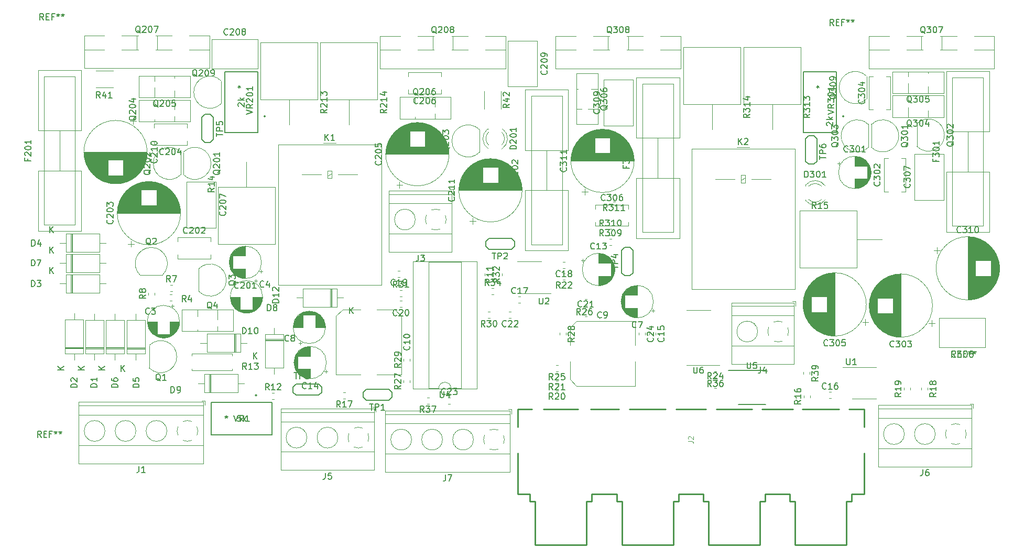
<source format=gto>
%TF.GenerationSoftware,KiCad,Pcbnew,5.1.5-52549c5~84~ubuntu19.10.1*%
%TF.CreationDate,2020-02-07T20:24:03-05:00*%
%TF.ProjectId,AAMB,41414d42-2e6b-4696-9361-645f70636258,rev?*%
%TF.SameCoordinates,Original*%
%TF.FileFunction,Legend,Top*%
%TF.FilePolarity,Positive*%
%FSLAX46Y46*%
G04 Gerber Fmt 4.6, Leading zero omitted, Abs format (unit mm)*
G04 Created by KiCad (PCBNEW 5.1.5-52549c5~84~ubuntu19.10.1) date 2020-02-07 20:24:03*
%MOMM*%
%LPD*%
G04 APERTURE LIST*
%ADD10C,0.120000*%
%ADD11C,0.150000*%
%ADD12C,0.152400*%
%ADD13C,0.250000*%
%ADD14C,0.015000*%
G04 APERTURE END LIST*
D10*
X149385225Y-99494000D02*
X149385225Y-99994000D01*
X149135225Y-99744000D02*
X149635225Y-99744000D01*
X154541000Y-100935000D02*
X154541000Y-101503000D01*
X154501000Y-100701000D02*
X154501000Y-101737000D01*
X154461000Y-100542000D02*
X154461000Y-101896000D01*
X154421000Y-100414000D02*
X154421000Y-102024000D01*
X154381000Y-100304000D02*
X154381000Y-102134000D01*
X154341000Y-100208000D02*
X154341000Y-102230000D01*
X154301000Y-100121000D02*
X154301000Y-102317000D01*
X154261000Y-100041000D02*
X154261000Y-102397000D01*
X154221000Y-99968000D02*
X154221000Y-102470000D01*
X154181000Y-99900000D02*
X154181000Y-102538000D01*
X154141000Y-99836000D02*
X154141000Y-102602000D01*
X154101000Y-99776000D02*
X154101000Y-102662000D01*
X154061000Y-99719000D02*
X154061000Y-102719000D01*
X154021000Y-99665000D02*
X154021000Y-102773000D01*
X153981000Y-99614000D02*
X153981000Y-102824000D01*
X153941000Y-102259000D02*
X153941000Y-102872000D01*
X153941000Y-99566000D02*
X153941000Y-100179000D01*
X153901000Y-102259000D02*
X153901000Y-102918000D01*
X153901000Y-99520000D02*
X153901000Y-100179000D01*
X153861000Y-102259000D02*
X153861000Y-102962000D01*
X153861000Y-99476000D02*
X153861000Y-100179000D01*
X153821000Y-102259000D02*
X153821000Y-103004000D01*
X153821000Y-99434000D02*
X153821000Y-100179000D01*
X153781000Y-102259000D02*
X153781000Y-103045000D01*
X153781000Y-99393000D02*
X153781000Y-100179000D01*
X153741000Y-102259000D02*
X153741000Y-103083000D01*
X153741000Y-99355000D02*
X153741000Y-100179000D01*
X153701000Y-102259000D02*
X153701000Y-103120000D01*
X153701000Y-99318000D02*
X153701000Y-100179000D01*
X153661000Y-102259000D02*
X153661000Y-103156000D01*
X153661000Y-99282000D02*
X153661000Y-100179000D01*
X153621000Y-102259000D02*
X153621000Y-103190000D01*
X153621000Y-99248000D02*
X153621000Y-100179000D01*
X153581000Y-102259000D02*
X153581000Y-103223000D01*
X153581000Y-99215000D02*
X153581000Y-100179000D01*
X153541000Y-102259000D02*
X153541000Y-103254000D01*
X153541000Y-99184000D02*
X153541000Y-100179000D01*
X153501000Y-102259000D02*
X153501000Y-103284000D01*
X153501000Y-99154000D02*
X153501000Y-100179000D01*
X153461000Y-102259000D02*
X153461000Y-103314000D01*
X153461000Y-99124000D02*
X153461000Y-100179000D01*
X153421000Y-102259000D02*
X153421000Y-103341000D01*
X153421000Y-99097000D02*
X153421000Y-100179000D01*
X153381000Y-102259000D02*
X153381000Y-103368000D01*
X153381000Y-99070000D02*
X153381000Y-100179000D01*
X153341000Y-102259000D02*
X153341000Y-103394000D01*
X153341000Y-99044000D02*
X153341000Y-100179000D01*
X153301000Y-102259000D02*
X153301000Y-103419000D01*
X153301000Y-99019000D02*
X153301000Y-100179000D01*
X153261000Y-102259000D02*
X153261000Y-103443000D01*
X153261000Y-98995000D02*
X153261000Y-100179000D01*
X153221000Y-102259000D02*
X153221000Y-103466000D01*
X153221000Y-98972000D02*
X153221000Y-100179000D01*
X153181000Y-102259000D02*
X153181000Y-103487000D01*
X153181000Y-98951000D02*
X153181000Y-100179000D01*
X153141000Y-102259000D02*
X153141000Y-103509000D01*
X153141000Y-98929000D02*
X153141000Y-100179000D01*
X153101000Y-102259000D02*
X153101000Y-103529000D01*
X153101000Y-98909000D02*
X153101000Y-100179000D01*
X153061000Y-102259000D02*
X153061000Y-103548000D01*
X153061000Y-98890000D02*
X153061000Y-100179000D01*
X153021000Y-102259000D02*
X153021000Y-103567000D01*
X153021000Y-98871000D02*
X153021000Y-100179000D01*
X152981000Y-102259000D02*
X152981000Y-103584000D01*
X152981000Y-98854000D02*
X152981000Y-100179000D01*
X152941000Y-102259000D02*
X152941000Y-103601000D01*
X152941000Y-98837000D02*
X152941000Y-100179000D01*
X152901000Y-102259000D02*
X152901000Y-103617000D01*
X152901000Y-98821000D02*
X152901000Y-100179000D01*
X152861000Y-102259000D02*
X152861000Y-103633000D01*
X152861000Y-98805000D02*
X152861000Y-100179000D01*
X152821000Y-102259000D02*
X152821000Y-103647000D01*
X152821000Y-98791000D02*
X152821000Y-100179000D01*
X152781000Y-102259000D02*
X152781000Y-103661000D01*
X152781000Y-98777000D02*
X152781000Y-100179000D01*
X152741000Y-102259000D02*
X152741000Y-103674000D01*
X152741000Y-98764000D02*
X152741000Y-100179000D01*
X152701000Y-102259000D02*
X152701000Y-103687000D01*
X152701000Y-98751000D02*
X152701000Y-100179000D01*
X152661000Y-102259000D02*
X152661000Y-103699000D01*
X152661000Y-98739000D02*
X152661000Y-100179000D01*
X152620000Y-102259000D02*
X152620000Y-103710000D01*
X152620000Y-98728000D02*
X152620000Y-100179000D01*
X152580000Y-102259000D02*
X152580000Y-103720000D01*
X152580000Y-98718000D02*
X152580000Y-100179000D01*
X152540000Y-102259000D02*
X152540000Y-103730000D01*
X152540000Y-98708000D02*
X152540000Y-100179000D01*
X152500000Y-102259000D02*
X152500000Y-103739000D01*
X152500000Y-98699000D02*
X152500000Y-100179000D01*
X152460000Y-102259000D02*
X152460000Y-103747000D01*
X152460000Y-98691000D02*
X152460000Y-100179000D01*
X152420000Y-102259000D02*
X152420000Y-103755000D01*
X152420000Y-98683000D02*
X152420000Y-100179000D01*
X152380000Y-102259000D02*
X152380000Y-103762000D01*
X152380000Y-98676000D02*
X152380000Y-100179000D01*
X152340000Y-102259000D02*
X152340000Y-103769000D01*
X152340000Y-98669000D02*
X152340000Y-100179000D01*
X152300000Y-102259000D02*
X152300000Y-103775000D01*
X152300000Y-98663000D02*
X152300000Y-100179000D01*
X152260000Y-102259000D02*
X152260000Y-103780000D01*
X152260000Y-98658000D02*
X152260000Y-100179000D01*
X152220000Y-102259000D02*
X152220000Y-103784000D01*
X152220000Y-98654000D02*
X152220000Y-100179000D01*
X152180000Y-102259000D02*
X152180000Y-103788000D01*
X152180000Y-98650000D02*
X152180000Y-100179000D01*
X152140000Y-102259000D02*
X152140000Y-103792000D01*
X152140000Y-98646000D02*
X152140000Y-100179000D01*
X152100000Y-102259000D02*
X152100000Y-103795000D01*
X152100000Y-98643000D02*
X152100000Y-100179000D01*
X152060000Y-102259000D02*
X152060000Y-103797000D01*
X152060000Y-98641000D02*
X152060000Y-100179000D01*
X152020000Y-102259000D02*
X152020000Y-103798000D01*
X152020000Y-98640000D02*
X152020000Y-100179000D01*
X151980000Y-98639000D02*
X151980000Y-100179000D01*
X151980000Y-102259000D02*
X151980000Y-103799000D01*
X151940000Y-98639000D02*
X151940000Y-100179000D01*
X151940000Y-102259000D02*
X151940000Y-103799000D01*
X154560000Y-101219000D02*
G75*
G03X154560000Y-101219000I-2620000J0D01*
G01*
X107916775Y-117993000D02*
X107916775Y-117493000D01*
X108166775Y-117743000D02*
X107666775Y-117743000D01*
X102761000Y-116552000D02*
X102761000Y-115984000D01*
X102801000Y-116786000D02*
X102801000Y-115750000D01*
X102841000Y-116945000D02*
X102841000Y-115591000D01*
X102881000Y-117073000D02*
X102881000Y-115463000D01*
X102921000Y-117183000D02*
X102921000Y-115353000D01*
X102961000Y-117279000D02*
X102961000Y-115257000D01*
X103001000Y-117366000D02*
X103001000Y-115170000D01*
X103041000Y-117446000D02*
X103041000Y-115090000D01*
X103081000Y-117519000D02*
X103081000Y-115017000D01*
X103121000Y-117587000D02*
X103121000Y-114949000D01*
X103161000Y-117651000D02*
X103161000Y-114885000D01*
X103201000Y-117711000D02*
X103201000Y-114825000D01*
X103241000Y-117768000D02*
X103241000Y-114768000D01*
X103281000Y-117822000D02*
X103281000Y-114714000D01*
X103321000Y-117873000D02*
X103321000Y-114663000D01*
X103361000Y-115228000D02*
X103361000Y-114615000D01*
X103361000Y-117921000D02*
X103361000Y-117308000D01*
X103401000Y-115228000D02*
X103401000Y-114569000D01*
X103401000Y-117967000D02*
X103401000Y-117308000D01*
X103441000Y-115228000D02*
X103441000Y-114525000D01*
X103441000Y-118011000D02*
X103441000Y-117308000D01*
X103481000Y-115228000D02*
X103481000Y-114483000D01*
X103481000Y-118053000D02*
X103481000Y-117308000D01*
X103521000Y-115228000D02*
X103521000Y-114442000D01*
X103521000Y-118094000D02*
X103521000Y-117308000D01*
X103561000Y-115228000D02*
X103561000Y-114404000D01*
X103561000Y-118132000D02*
X103561000Y-117308000D01*
X103601000Y-115228000D02*
X103601000Y-114367000D01*
X103601000Y-118169000D02*
X103601000Y-117308000D01*
X103641000Y-115228000D02*
X103641000Y-114331000D01*
X103641000Y-118205000D02*
X103641000Y-117308000D01*
X103681000Y-115228000D02*
X103681000Y-114297000D01*
X103681000Y-118239000D02*
X103681000Y-117308000D01*
X103721000Y-115228000D02*
X103721000Y-114264000D01*
X103721000Y-118272000D02*
X103721000Y-117308000D01*
X103761000Y-115228000D02*
X103761000Y-114233000D01*
X103761000Y-118303000D02*
X103761000Y-117308000D01*
X103801000Y-115228000D02*
X103801000Y-114203000D01*
X103801000Y-118333000D02*
X103801000Y-117308000D01*
X103841000Y-115228000D02*
X103841000Y-114173000D01*
X103841000Y-118363000D02*
X103841000Y-117308000D01*
X103881000Y-115228000D02*
X103881000Y-114146000D01*
X103881000Y-118390000D02*
X103881000Y-117308000D01*
X103921000Y-115228000D02*
X103921000Y-114119000D01*
X103921000Y-118417000D02*
X103921000Y-117308000D01*
X103961000Y-115228000D02*
X103961000Y-114093000D01*
X103961000Y-118443000D02*
X103961000Y-117308000D01*
X104001000Y-115228000D02*
X104001000Y-114068000D01*
X104001000Y-118468000D02*
X104001000Y-117308000D01*
X104041000Y-115228000D02*
X104041000Y-114044000D01*
X104041000Y-118492000D02*
X104041000Y-117308000D01*
X104081000Y-115228000D02*
X104081000Y-114021000D01*
X104081000Y-118515000D02*
X104081000Y-117308000D01*
X104121000Y-115228000D02*
X104121000Y-114000000D01*
X104121000Y-118536000D02*
X104121000Y-117308000D01*
X104161000Y-115228000D02*
X104161000Y-113978000D01*
X104161000Y-118558000D02*
X104161000Y-117308000D01*
X104201000Y-115228000D02*
X104201000Y-113958000D01*
X104201000Y-118578000D02*
X104201000Y-117308000D01*
X104241000Y-115228000D02*
X104241000Y-113939000D01*
X104241000Y-118597000D02*
X104241000Y-117308000D01*
X104281000Y-115228000D02*
X104281000Y-113920000D01*
X104281000Y-118616000D02*
X104281000Y-117308000D01*
X104321000Y-115228000D02*
X104321000Y-113903000D01*
X104321000Y-118633000D02*
X104321000Y-117308000D01*
X104361000Y-115228000D02*
X104361000Y-113886000D01*
X104361000Y-118650000D02*
X104361000Y-117308000D01*
X104401000Y-115228000D02*
X104401000Y-113870000D01*
X104401000Y-118666000D02*
X104401000Y-117308000D01*
X104441000Y-115228000D02*
X104441000Y-113854000D01*
X104441000Y-118682000D02*
X104441000Y-117308000D01*
X104481000Y-115228000D02*
X104481000Y-113840000D01*
X104481000Y-118696000D02*
X104481000Y-117308000D01*
X104521000Y-115228000D02*
X104521000Y-113826000D01*
X104521000Y-118710000D02*
X104521000Y-117308000D01*
X104561000Y-115228000D02*
X104561000Y-113813000D01*
X104561000Y-118723000D02*
X104561000Y-117308000D01*
X104601000Y-115228000D02*
X104601000Y-113800000D01*
X104601000Y-118736000D02*
X104601000Y-117308000D01*
X104641000Y-115228000D02*
X104641000Y-113788000D01*
X104641000Y-118748000D02*
X104641000Y-117308000D01*
X104682000Y-115228000D02*
X104682000Y-113777000D01*
X104682000Y-118759000D02*
X104682000Y-117308000D01*
X104722000Y-115228000D02*
X104722000Y-113767000D01*
X104722000Y-118769000D02*
X104722000Y-117308000D01*
X104762000Y-115228000D02*
X104762000Y-113757000D01*
X104762000Y-118779000D02*
X104762000Y-117308000D01*
X104802000Y-115228000D02*
X104802000Y-113748000D01*
X104802000Y-118788000D02*
X104802000Y-117308000D01*
X104842000Y-115228000D02*
X104842000Y-113740000D01*
X104842000Y-118796000D02*
X104842000Y-117308000D01*
X104882000Y-115228000D02*
X104882000Y-113732000D01*
X104882000Y-118804000D02*
X104882000Y-117308000D01*
X104922000Y-115228000D02*
X104922000Y-113725000D01*
X104922000Y-118811000D02*
X104922000Y-117308000D01*
X104962000Y-115228000D02*
X104962000Y-113718000D01*
X104962000Y-118818000D02*
X104962000Y-117308000D01*
X105002000Y-115228000D02*
X105002000Y-113712000D01*
X105002000Y-118824000D02*
X105002000Y-117308000D01*
X105042000Y-115228000D02*
X105042000Y-113707000D01*
X105042000Y-118829000D02*
X105042000Y-117308000D01*
X105082000Y-115228000D02*
X105082000Y-113703000D01*
X105082000Y-118833000D02*
X105082000Y-117308000D01*
X105122000Y-115228000D02*
X105122000Y-113699000D01*
X105122000Y-118837000D02*
X105122000Y-117308000D01*
X105162000Y-115228000D02*
X105162000Y-113695000D01*
X105162000Y-118841000D02*
X105162000Y-117308000D01*
X105202000Y-115228000D02*
X105202000Y-113692000D01*
X105202000Y-118844000D02*
X105202000Y-117308000D01*
X105242000Y-115228000D02*
X105242000Y-113690000D01*
X105242000Y-118846000D02*
X105242000Y-117308000D01*
X105282000Y-115228000D02*
X105282000Y-113689000D01*
X105282000Y-118847000D02*
X105282000Y-117308000D01*
X105322000Y-118848000D02*
X105322000Y-117308000D01*
X105322000Y-115228000D02*
X105322000Y-113688000D01*
X105362000Y-118848000D02*
X105362000Y-117308000D01*
X105362000Y-115228000D02*
X105362000Y-113688000D01*
X107982000Y-116268000D02*
G75*
G03X107982000Y-116268000I-2620000J0D01*
G01*
X161165000Y-111461733D02*
X161165000Y-111804267D01*
X160145000Y-111461733D02*
X160145000Y-111804267D01*
X189199733Y-122049000D02*
X189542267Y-122049000D01*
X189199733Y-121029000D02*
X189542267Y-121029000D01*
X139020733Y-105598000D02*
X139363267Y-105598000D01*
X139020733Y-106618000D02*
X139363267Y-106618000D01*
X146539267Y-100010000D02*
X146196733Y-100010000D01*
X146539267Y-101030000D02*
X146196733Y-101030000D01*
X119869267Y-102428000D02*
X119526733Y-102428000D01*
X119869267Y-101408000D02*
X119526733Y-101408000D01*
X120186267Y-106297000D02*
X119843733Y-106297000D01*
X120186267Y-107317000D02*
X119843733Y-107317000D01*
X149702733Y-107758000D02*
X150045267Y-107758000D01*
X149702733Y-108778000D02*
X150045267Y-108778000D01*
X137839267Y-108075000D02*
X137496733Y-108075000D01*
X137839267Y-109095000D02*
X137496733Y-109095000D01*
X127668733Y-121918000D02*
X128011267Y-121918000D01*
X127668733Y-122938000D02*
X128011267Y-122938000D01*
X158430000Y-111461733D02*
X158430000Y-111804267D01*
X159450000Y-111461733D02*
X159450000Y-111804267D01*
X97439775Y-101801000D02*
X97439775Y-101301000D01*
X97689775Y-101551000D02*
X97189775Y-101551000D01*
X92284000Y-100360000D02*
X92284000Y-99792000D01*
X92324000Y-100594000D02*
X92324000Y-99558000D01*
X92364000Y-100753000D02*
X92364000Y-99399000D01*
X92404000Y-100881000D02*
X92404000Y-99271000D01*
X92444000Y-100991000D02*
X92444000Y-99161000D01*
X92484000Y-101087000D02*
X92484000Y-99065000D01*
X92524000Y-101174000D02*
X92524000Y-98978000D01*
X92564000Y-101254000D02*
X92564000Y-98898000D01*
X92604000Y-101327000D02*
X92604000Y-98825000D01*
X92644000Y-101395000D02*
X92644000Y-98757000D01*
X92684000Y-101459000D02*
X92684000Y-98693000D01*
X92724000Y-101519000D02*
X92724000Y-98633000D01*
X92764000Y-101576000D02*
X92764000Y-98576000D01*
X92804000Y-101630000D02*
X92804000Y-98522000D01*
X92844000Y-101681000D02*
X92844000Y-98471000D01*
X92884000Y-99036000D02*
X92884000Y-98423000D01*
X92884000Y-101729000D02*
X92884000Y-101116000D01*
X92924000Y-99036000D02*
X92924000Y-98377000D01*
X92924000Y-101775000D02*
X92924000Y-101116000D01*
X92964000Y-99036000D02*
X92964000Y-98333000D01*
X92964000Y-101819000D02*
X92964000Y-101116000D01*
X93004000Y-99036000D02*
X93004000Y-98291000D01*
X93004000Y-101861000D02*
X93004000Y-101116000D01*
X93044000Y-99036000D02*
X93044000Y-98250000D01*
X93044000Y-101902000D02*
X93044000Y-101116000D01*
X93084000Y-99036000D02*
X93084000Y-98212000D01*
X93084000Y-101940000D02*
X93084000Y-101116000D01*
X93124000Y-99036000D02*
X93124000Y-98175000D01*
X93124000Y-101977000D02*
X93124000Y-101116000D01*
X93164000Y-99036000D02*
X93164000Y-98139000D01*
X93164000Y-102013000D02*
X93164000Y-101116000D01*
X93204000Y-99036000D02*
X93204000Y-98105000D01*
X93204000Y-102047000D02*
X93204000Y-101116000D01*
X93244000Y-99036000D02*
X93244000Y-98072000D01*
X93244000Y-102080000D02*
X93244000Y-101116000D01*
X93284000Y-99036000D02*
X93284000Y-98041000D01*
X93284000Y-102111000D02*
X93284000Y-101116000D01*
X93324000Y-99036000D02*
X93324000Y-98011000D01*
X93324000Y-102141000D02*
X93324000Y-101116000D01*
X93364000Y-99036000D02*
X93364000Y-97981000D01*
X93364000Y-102171000D02*
X93364000Y-101116000D01*
X93404000Y-99036000D02*
X93404000Y-97954000D01*
X93404000Y-102198000D02*
X93404000Y-101116000D01*
X93444000Y-99036000D02*
X93444000Y-97927000D01*
X93444000Y-102225000D02*
X93444000Y-101116000D01*
X93484000Y-99036000D02*
X93484000Y-97901000D01*
X93484000Y-102251000D02*
X93484000Y-101116000D01*
X93524000Y-99036000D02*
X93524000Y-97876000D01*
X93524000Y-102276000D02*
X93524000Y-101116000D01*
X93564000Y-99036000D02*
X93564000Y-97852000D01*
X93564000Y-102300000D02*
X93564000Y-101116000D01*
X93604000Y-99036000D02*
X93604000Y-97829000D01*
X93604000Y-102323000D02*
X93604000Y-101116000D01*
X93644000Y-99036000D02*
X93644000Y-97808000D01*
X93644000Y-102344000D02*
X93644000Y-101116000D01*
X93684000Y-99036000D02*
X93684000Y-97786000D01*
X93684000Y-102366000D02*
X93684000Y-101116000D01*
X93724000Y-99036000D02*
X93724000Y-97766000D01*
X93724000Y-102386000D02*
X93724000Y-101116000D01*
X93764000Y-99036000D02*
X93764000Y-97747000D01*
X93764000Y-102405000D02*
X93764000Y-101116000D01*
X93804000Y-99036000D02*
X93804000Y-97728000D01*
X93804000Y-102424000D02*
X93804000Y-101116000D01*
X93844000Y-99036000D02*
X93844000Y-97711000D01*
X93844000Y-102441000D02*
X93844000Y-101116000D01*
X93884000Y-99036000D02*
X93884000Y-97694000D01*
X93884000Y-102458000D02*
X93884000Y-101116000D01*
X93924000Y-99036000D02*
X93924000Y-97678000D01*
X93924000Y-102474000D02*
X93924000Y-101116000D01*
X93964000Y-99036000D02*
X93964000Y-97662000D01*
X93964000Y-102490000D02*
X93964000Y-101116000D01*
X94004000Y-99036000D02*
X94004000Y-97648000D01*
X94004000Y-102504000D02*
X94004000Y-101116000D01*
X94044000Y-99036000D02*
X94044000Y-97634000D01*
X94044000Y-102518000D02*
X94044000Y-101116000D01*
X94084000Y-99036000D02*
X94084000Y-97621000D01*
X94084000Y-102531000D02*
X94084000Y-101116000D01*
X94124000Y-99036000D02*
X94124000Y-97608000D01*
X94124000Y-102544000D02*
X94124000Y-101116000D01*
X94164000Y-99036000D02*
X94164000Y-97596000D01*
X94164000Y-102556000D02*
X94164000Y-101116000D01*
X94205000Y-99036000D02*
X94205000Y-97585000D01*
X94205000Y-102567000D02*
X94205000Y-101116000D01*
X94245000Y-99036000D02*
X94245000Y-97575000D01*
X94245000Y-102577000D02*
X94245000Y-101116000D01*
X94285000Y-99036000D02*
X94285000Y-97565000D01*
X94285000Y-102587000D02*
X94285000Y-101116000D01*
X94325000Y-99036000D02*
X94325000Y-97556000D01*
X94325000Y-102596000D02*
X94325000Y-101116000D01*
X94365000Y-99036000D02*
X94365000Y-97548000D01*
X94365000Y-102604000D02*
X94365000Y-101116000D01*
X94405000Y-99036000D02*
X94405000Y-97540000D01*
X94405000Y-102612000D02*
X94405000Y-101116000D01*
X94445000Y-99036000D02*
X94445000Y-97533000D01*
X94445000Y-102619000D02*
X94445000Y-101116000D01*
X94485000Y-99036000D02*
X94485000Y-97526000D01*
X94485000Y-102626000D02*
X94485000Y-101116000D01*
X94525000Y-99036000D02*
X94525000Y-97520000D01*
X94525000Y-102632000D02*
X94525000Y-101116000D01*
X94565000Y-99036000D02*
X94565000Y-97515000D01*
X94565000Y-102637000D02*
X94565000Y-101116000D01*
X94605000Y-99036000D02*
X94605000Y-97511000D01*
X94605000Y-102641000D02*
X94605000Y-101116000D01*
X94645000Y-99036000D02*
X94645000Y-97507000D01*
X94645000Y-102645000D02*
X94645000Y-101116000D01*
X94685000Y-99036000D02*
X94685000Y-97503000D01*
X94685000Y-102649000D02*
X94685000Y-101116000D01*
X94725000Y-99036000D02*
X94725000Y-97500000D01*
X94725000Y-102652000D02*
X94725000Y-101116000D01*
X94765000Y-99036000D02*
X94765000Y-97498000D01*
X94765000Y-102654000D02*
X94765000Y-101116000D01*
X94805000Y-99036000D02*
X94805000Y-97497000D01*
X94805000Y-102655000D02*
X94805000Y-101116000D01*
X94845000Y-102656000D02*
X94845000Y-101116000D01*
X94845000Y-99036000D02*
X94845000Y-97496000D01*
X94885000Y-102656000D02*
X94885000Y-101116000D01*
X94885000Y-99036000D02*
X94885000Y-97496000D01*
X97505000Y-100076000D02*
G75*
G03X97505000Y-100076000I-2620000J0D01*
G01*
X89307500Y-98845000D02*
X89307500Y-99511000D01*
X89307500Y-96069000D02*
X89307500Y-96735000D01*
X83967500Y-98845000D02*
X83967500Y-99511000D01*
X83967500Y-96069000D02*
X83967500Y-96735000D01*
X83967500Y-99511000D02*
X89307500Y-99511000D01*
X83967500Y-96069000D02*
X89307500Y-96069000D01*
X75936500Y-97094646D02*
X76936500Y-97094646D01*
X76436500Y-97594646D02*
X76436500Y-96594646D01*
X78712500Y-87034000D02*
X79910500Y-87034000D01*
X78449500Y-87074000D02*
X80173500Y-87074000D01*
X78249500Y-87114000D02*
X80373500Y-87114000D01*
X78081500Y-87154000D02*
X80541500Y-87154000D01*
X77933500Y-87194000D02*
X80689500Y-87194000D01*
X77801500Y-87234000D02*
X80821500Y-87234000D01*
X77681500Y-87274000D02*
X80941500Y-87274000D01*
X77569500Y-87314000D02*
X81053500Y-87314000D01*
X77465500Y-87354000D02*
X81157500Y-87354000D01*
X77367500Y-87394000D02*
X81255500Y-87394000D01*
X77274500Y-87434000D02*
X81348500Y-87434000D01*
X77186500Y-87474000D02*
X81436500Y-87474000D01*
X77102500Y-87514000D02*
X81520500Y-87514000D01*
X77022500Y-87554000D02*
X81600500Y-87554000D01*
X76946500Y-87594000D02*
X81676500Y-87594000D01*
X76872500Y-87634000D02*
X81750500Y-87634000D01*
X76801500Y-87674000D02*
X81821500Y-87674000D01*
X76732500Y-87714000D02*
X81890500Y-87714000D01*
X76666500Y-87754000D02*
X81956500Y-87754000D01*
X76602500Y-87794000D02*
X82020500Y-87794000D01*
X76541500Y-87834000D02*
X82081500Y-87834000D01*
X76481500Y-87874000D02*
X82141500Y-87874000D01*
X76422500Y-87914000D02*
X82200500Y-87914000D01*
X76366500Y-87954000D02*
X82256500Y-87954000D01*
X76311500Y-87994000D02*
X82311500Y-87994000D01*
X76257500Y-88034000D02*
X82365500Y-88034000D01*
X76205500Y-88074000D02*
X82417500Y-88074000D01*
X76155500Y-88114000D02*
X82467500Y-88114000D01*
X76105500Y-88154000D02*
X82517500Y-88154000D01*
X76057500Y-88194000D02*
X82565500Y-88194000D01*
X76010500Y-88234000D02*
X82612500Y-88234000D01*
X75964500Y-88274000D02*
X82658500Y-88274000D01*
X75919500Y-88314000D02*
X82703500Y-88314000D01*
X75875500Y-88354000D02*
X82747500Y-88354000D01*
X80552500Y-88394000D02*
X82789500Y-88394000D01*
X75833500Y-88394000D02*
X78070500Y-88394000D01*
X80552500Y-88434000D02*
X82831500Y-88434000D01*
X75791500Y-88434000D02*
X78070500Y-88434000D01*
X80552500Y-88474000D02*
X82872500Y-88474000D01*
X75750500Y-88474000D02*
X78070500Y-88474000D01*
X80552500Y-88514000D02*
X82912500Y-88514000D01*
X75710500Y-88514000D02*
X78070500Y-88514000D01*
X80552500Y-88554000D02*
X82951500Y-88554000D01*
X75671500Y-88554000D02*
X78070500Y-88554000D01*
X80552500Y-88594000D02*
X82990500Y-88594000D01*
X75632500Y-88594000D02*
X78070500Y-88594000D01*
X80552500Y-88634000D02*
X83027500Y-88634000D01*
X75595500Y-88634000D02*
X78070500Y-88634000D01*
X80552500Y-88674000D02*
X83064500Y-88674000D01*
X75558500Y-88674000D02*
X78070500Y-88674000D01*
X80552500Y-88714000D02*
X83100500Y-88714000D01*
X75522500Y-88714000D02*
X78070500Y-88714000D01*
X80552500Y-88754000D02*
X83135500Y-88754000D01*
X75487500Y-88754000D02*
X78070500Y-88754000D01*
X80552500Y-88794000D02*
X83169500Y-88794000D01*
X75453500Y-88794000D02*
X78070500Y-88794000D01*
X80552500Y-88834000D02*
X83203500Y-88834000D01*
X75419500Y-88834000D02*
X78070500Y-88834000D01*
X80552500Y-88874000D02*
X83236500Y-88874000D01*
X75386500Y-88874000D02*
X78070500Y-88874000D01*
X80552500Y-88914000D02*
X83268500Y-88914000D01*
X75354500Y-88914000D02*
X78070500Y-88914000D01*
X80552500Y-88954000D02*
X83300500Y-88954000D01*
X75322500Y-88954000D02*
X78070500Y-88954000D01*
X80552500Y-88994000D02*
X83331500Y-88994000D01*
X75291500Y-88994000D02*
X78070500Y-88994000D01*
X80552500Y-89034000D02*
X83361500Y-89034000D01*
X75261500Y-89034000D02*
X78070500Y-89034000D01*
X80552500Y-89074000D02*
X83391500Y-89074000D01*
X75231500Y-89074000D02*
X78070500Y-89074000D01*
X80552500Y-89114000D02*
X83421500Y-89114000D01*
X75201500Y-89114000D02*
X78070500Y-89114000D01*
X80552500Y-89154000D02*
X83449500Y-89154000D01*
X75173500Y-89154000D02*
X78070500Y-89154000D01*
X80552500Y-89194000D02*
X83477500Y-89194000D01*
X75145500Y-89194000D02*
X78070500Y-89194000D01*
X80552500Y-89234000D02*
X83505500Y-89234000D01*
X75117500Y-89234000D02*
X78070500Y-89234000D01*
X80552500Y-89274000D02*
X83532500Y-89274000D01*
X75090500Y-89274000D02*
X78070500Y-89274000D01*
X80552500Y-89314000D02*
X83558500Y-89314000D01*
X75064500Y-89314000D02*
X78070500Y-89314000D01*
X80552500Y-89354000D02*
X83584500Y-89354000D01*
X75038500Y-89354000D02*
X78070500Y-89354000D01*
X80552500Y-89394000D02*
X83609500Y-89394000D01*
X75013500Y-89394000D02*
X78070500Y-89394000D01*
X80552500Y-89434000D02*
X83634500Y-89434000D01*
X74988500Y-89434000D02*
X78070500Y-89434000D01*
X80552500Y-89474000D02*
X83658500Y-89474000D01*
X74964500Y-89474000D02*
X78070500Y-89474000D01*
X80552500Y-89514000D02*
X83682500Y-89514000D01*
X74940500Y-89514000D02*
X78070500Y-89514000D01*
X80552500Y-89554000D02*
X83706500Y-89554000D01*
X74916500Y-89554000D02*
X78070500Y-89554000D01*
X80552500Y-89594000D02*
X83728500Y-89594000D01*
X74894500Y-89594000D02*
X78070500Y-89594000D01*
X80552500Y-89634000D02*
X83751500Y-89634000D01*
X74871500Y-89634000D02*
X78070500Y-89634000D01*
X80552500Y-89674000D02*
X83773500Y-89674000D01*
X74849500Y-89674000D02*
X78070500Y-89674000D01*
X80552500Y-89714000D02*
X83794500Y-89714000D01*
X74828500Y-89714000D02*
X78070500Y-89714000D01*
X80552500Y-89754000D02*
X83815500Y-89754000D01*
X74807500Y-89754000D02*
X78070500Y-89754000D01*
X80552500Y-89794000D02*
X83836500Y-89794000D01*
X74786500Y-89794000D02*
X78070500Y-89794000D01*
X80552500Y-89834000D02*
X83856500Y-89834000D01*
X74766500Y-89834000D02*
X78070500Y-89834000D01*
X80552500Y-89874000D02*
X83875500Y-89874000D01*
X74747500Y-89874000D02*
X78070500Y-89874000D01*
X80552500Y-89914000D02*
X83895500Y-89914000D01*
X74727500Y-89914000D02*
X78070500Y-89914000D01*
X80552500Y-89954000D02*
X83914500Y-89954000D01*
X74708500Y-89954000D02*
X78070500Y-89954000D01*
X80552500Y-89994000D02*
X83932500Y-89994000D01*
X74690500Y-89994000D02*
X78070500Y-89994000D01*
X80552500Y-90034000D02*
X83950500Y-90034000D01*
X74672500Y-90034000D02*
X78070500Y-90034000D01*
X80552500Y-90074000D02*
X83968500Y-90074000D01*
X74654500Y-90074000D02*
X78070500Y-90074000D01*
X80552500Y-90114000D02*
X83985500Y-90114000D01*
X74637500Y-90114000D02*
X78070500Y-90114000D01*
X80552500Y-90154000D02*
X84001500Y-90154000D01*
X74621500Y-90154000D02*
X78070500Y-90154000D01*
X80552500Y-90194000D02*
X84018500Y-90194000D01*
X74604500Y-90194000D02*
X78070500Y-90194000D01*
X80552500Y-90234000D02*
X84034500Y-90234000D01*
X74588500Y-90234000D02*
X78070500Y-90234000D01*
X80552500Y-90274000D02*
X84049500Y-90274000D01*
X74573500Y-90274000D02*
X78070500Y-90274000D01*
X80552500Y-90314000D02*
X84065500Y-90314000D01*
X74557500Y-90314000D02*
X78070500Y-90314000D01*
X80552500Y-90354000D02*
X84079500Y-90354000D01*
X74543500Y-90354000D02*
X78070500Y-90354000D01*
X80552500Y-90394000D02*
X84094500Y-90394000D01*
X74528500Y-90394000D02*
X78070500Y-90394000D01*
X80552500Y-90434000D02*
X84108500Y-90434000D01*
X74514500Y-90434000D02*
X78070500Y-90434000D01*
X80552500Y-90474000D02*
X84122500Y-90474000D01*
X74500500Y-90474000D02*
X78070500Y-90474000D01*
X80552500Y-90514000D02*
X84135500Y-90514000D01*
X74487500Y-90514000D02*
X78070500Y-90514000D01*
X80552500Y-90554000D02*
X84148500Y-90554000D01*
X74474500Y-90554000D02*
X78070500Y-90554000D01*
X80552500Y-90594000D02*
X84161500Y-90594000D01*
X74461500Y-90594000D02*
X78070500Y-90594000D01*
X80552500Y-90634000D02*
X84173500Y-90634000D01*
X74449500Y-90634000D02*
X78070500Y-90634000D01*
X80552500Y-90674000D02*
X84185500Y-90674000D01*
X74437500Y-90674000D02*
X78070500Y-90674000D01*
X80552500Y-90714000D02*
X84196500Y-90714000D01*
X74426500Y-90714000D02*
X78070500Y-90714000D01*
X80552500Y-90754000D02*
X84208500Y-90754000D01*
X74414500Y-90754000D02*
X78070500Y-90754000D01*
X80552500Y-90794000D02*
X84218500Y-90794000D01*
X74404500Y-90794000D02*
X78070500Y-90794000D01*
X80552500Y-90834000D02*
X84229500Y-90834000D01*
X74393500Y-90834000D02*
X78070500Y-90834000D01*
X74383500Y-90874000D02*
X84239500Y-90874000D01*
X74373500Y-90914000D02*
X84249500Y-90914000D01*
X74364500Y-90954000D02*
X84258500Y-90954000D01*
X74355500Y-90994000D02*
X84267500Y-90994000D01*
X74346500Y-91034000D02*
X84276500Y-91034000D01*
X74337500Y-91074000D02*
X84285500Y-91074000D01*
X74329500Y-91114000D02*
X84293500Y-91114000D01*
X74321500Y-91154000D02*
X84301500Y-91154000D01*
X74314500Y-91194000D02*
X84308500Y-91194000D01*
X74307500Y-91234000D02*
X84315500Y-91234000D01*
X74300500Y-91274000D02*
X84322500Y-91274000D01*
X74293500Y-91314000D02*
X84329500Y-91314000D01*
X74287500Y-91354000D02*
X84335500Y-91354000D01*
X74281500Y-91394000D02*
X84341500Y-91394000D01*
X74276500Y-91435000D02*
X84346500Y-91435000D01*
X74271500Y-91475000D02*
X84351500Y-91475000D01*
X74266500Y-91515000D02*
X84356500Y-91515000D01*
X74261500Y-91555000D02*
X84361500Y-91555000D01*
X74257500Y-91595000D02*
X84365500Y-91595000D01*
X74253500Y-91635000D02*
X84369500Y-91635000D01*
X74249500Y-91675000D02*
X84373500Y-91675000D01*
X74246500Y-91715000D02*
X84376500Y-91715000D01*
X74243500Y-91755000D02*
X84379500Y-91755000D01*
X74241500Y-91795000D02*
X84381500Y-91795000D01*
X74238500Y-91835000D02*
X84384500Y-91835000D01*
X74236500Y-91875000D02*
X84386500Y-91875000D01*
X74234500Y-91915000D02*
X84388500Y-91915000D01*
X74233500Y-91955000D02*
X84389500Y-91955000D01*
X74232500Y-91995000D02*
X84390500Y-91995000D01*
X74231500Y-92035000D02*
X84391500Y-92035000D01*
X74231500Y-92075000D02*
X84391500Y-92075000D01*
X74231500Y-92115000D02*
X84391500Y-92115000D01*
X84431500Y-92115000D02*
G75*
G03X84431500Y-92115000I-5120000J0D01*
G01*
X80110500Y-78320000D02*
X80110500Y-77654000D01*
X80110500Y-81096000D02*
X80110500Y-80430000D01*
X85450500Y-78320000D02*
X85450500Y-77654000D01*
X85450500Y-81096000D02*
X85450500Y-80430000D01*
X85450500Y-77654000D02*
X80110500Y-77654000D01*
X85450500Y-81096000D02*
X80110500Y-81096000D01*
X112473682Y-126862244D02*
G75*
G02X113157000Y-126717000I683318J-1534756D01*
G01*
X111621574Y-129080042D02*
G75*
G02X111622000Y-127713000I1535426J683042D01*
G01*
X113840042Y-129932426D02*
G75*
G02X112473000Y-129932000I-683042J1535426D01*
G01*
X114692426Y-127713958D02*
G75*
G02X114692000Y-129081000I-1535426J-683042D01*
G01*
X113128195Y-126716747D02*
G75*
G02X113841000Y-126862000I28805J-1680253D01*
G01*
X109837000Y-128397000D02*
G75*
G03X109837000Y-128397000I-1680000J0D01*
G01*
X104837000Y-128397000D02*
G75*
G03X104837000Y-128397000I-1680000J0D01*
G01*
X115717000Y-124297000D02*
X100597000Y-124297000D01*
X115717000Y-125797000D02*
X100597000Y-125797000D01*
X115717000Y-130698000D02*
X100597000Y-130698000D01*
X115717000Y-133658000D02*
X100597000Y-133658000D01*
X115717000Y-123737000D02*
X100597000Y-123737000D01*
X115717000Y-133658000D02*
X115717000Y-123737000D01*
X100597000Y-133658000D02*
X100597000Y-123737000D01*
X106882000Y-129466000D02*
X106929000Y-129420000D01*
X109191000Y-127158000D02*
X109226000Y-127123000D01*
X107087000Y-129672000D02*
X107122000Y-129636000D01*
X109384000Y-127374000D02*
X109431000Y-127328000D01*
X101882000Y-129466000D02*
X101929000Y-129420000D01*
X104191000Y-127158000D02*
X104226000Y-127123000D01*
X102087000Y-129672000D02*
X102122000Y-129636000D01*
X104384000Y-127374000D02*
X104431000Y-127328000D01*
X115957000Y-124237000D02*
X115957000Y-123497000D01*
X115957000Y-123497000D02*
X115457000Y-123497000D01*
X212477000Y-122926000D02*
X211977000Y-122926000D01*
X212477000Y-123666000D02*
X212477000Y-122926000D01*
X200904000Y-126803000D02*
X200951000Y-126757000D01*
X198607000Y-129101000D02*
X198642000Y-129065000D01*
X200711000Y-126587000D02*
X200746000Y-126552000D01*
X198402000Y-128895000D02*
X198449000Y-128849000D01*
X205904000Y-126803000D02*
X205951000Y-126757000D01*
X203607000Y-129101000D02*
X203642000Y-129065000D01*
X205711000Y-126587000D02*
X205746000Y-126552000D01*
X203402000Y-128895000D02*
X203449000Y-128849000D01*
X197117000Y-133087000D02*
X197117000Y-123166000D01*
X212237000Y-133087000D02*
X212237000Y-123166000D01*
X212237000Y-123166000D02*
X197117000Y-123166000D01*
X212237000Y-133087000D02*
X197117000Y-133087000D01*
X212237000Y-130127000D02*
X197117000Y-130127000D01*
X212237000Y-125226000D02*
X197117000Y-125226000D01*
X212237000Y-123726000D02*
X197117000Y-123726000D01*
X201357000Y-127826000D02*
G75*
G03X201357000Y-127826000I-1680000J0D01*
G01*
X206357000Y-127826000D02*
G75*
G03X206357000Y-127826000I-1680000J0D01*
G01*
X209648195Y-126145747D02*
G75*
G02X210361000Y-126291000I28805J-1680253D01*
G01*
X211212426Y-127142958D02*
G75*
G02X211212000Y-128510000I-1535426J-683042D01*
G01*
X210360042Y-129361426D02*
G75*
G02X208993000Y-129361000I-683042J1535426D01*
G01*
X208141574Y-128509042D02*
G75*
G02X208142000Y-127142000I1535426J683042D01*
G01*
X208993682Y-126291244D02*
G75*
G02X209677000Y-126146000I683318J-1534756D01*
G01*
X137864000Y-123814000D02*
X137364000Y-123814000D01*
X137864000Y-124554000D02*
X137864000Y-123814000D01*
X121291000Y-127691000D02*
X121338000Y-127645000D01*
X118994000Y-129989000D02*
X119029000Y-129953000D01*
X121098000Y-127475000D02*
X121133000Y-127440000D01*
X118789000Y-129783000D02*
X118836000Y-129737000D01*
X126291000Y-127691000D02*
X126338000Y-127645000D01*
X123994000Y-129989000D02*
X124029000Y-129953000D01*
X126098000Y-127475000D02*
X126133000Y-127440000D01*
X123789000Y-129783000D02*
X123836000Y-129737000D01*
X131291000Y-127691000D02*
X131338000Y-127645000D01*
X128994000Y-129989000D02*
X129029000Y-129953000D01*
X131098000Y-127475000D02*
X131133000Y-127440000D01*
X128789000Y-129783000D02*
X128836000Y-129737000D01*
X117503000Y-133975000D02*
X117503000Y-124054000D01*
X137624000Y-133975000D02*
X137624000Y-124054000D01*
X137624000Y-124054000D02*
X117503000Y-124054000D01*
X137624000Y-133975000D02*
X117503000Y-133975000D01*
X137624000Y-131015000D02*
X117503000Y-131015000D01*
X137624000Y-126114000D02*
X117503000Y-126114000D01*
X137624000Y-124614000D02*
X117503000Y-124614000D01*
X121744000Y-128714000D02*
G75*
G03X121744000Y-128714000I-1680000J0D01*
G01*
X126744000Y-128714000D02*
G75*
G03X126744000Y-128714000I-1680000J0D01*
G01*
X131744000Y-128714000D02*
G75*
G03X131744000Y-128714000I-1680000J0D01*
G01*
X135035195Y-127033747D02*
G75*
G02X135748000Y-127179000I28805J-1680253D01*
G01*
X136599426Y-128030958D02*
G75*
G02X136599000Y-129398000I-1535426J-683042D01*
G01*
X135747042Y-130249426D02*
G75*
G02X134380000Y-130249000I-683042J1535426D01*
G01*
X133528574Y-129397042D02*
G75*
G02X133529000Y-128030000I1535426J683042D01*
G01*
X134380682Y-127179244D02*
G75*
G02X135064000Y-127034000I683318J-1534756D01*
G01*
X116872000Y-103743000D02*
X116872000Y-81043000D01*
X116872000Y-81043000D02*
X100172000Y-81043000D01*
X100172000Y-81043000D02*
X100172000Y-103743000D01*
X100172000Y-103743000D02*
X116872000Y-103743000D01*
X108172000Y-86093000D02*
X108872000Y-85693000D01*
X108872000Y-86493000D02*
X108872000Y-85293000D01*
X108872000Y-85293000D02*
X108172000Y-85293000D01*
X108172000Y-85293000D02*
X108172000Y-86493000D01*
X108172000Y-86493000D02*
X108872000Y-86493000D01*
X107522000Y-80783000D02*
X109522000Y-80783000D01*
X104022000Y-85893000D02*
X107172000Y-85893000D01*
X109872000Y-85893000D02*
X113022000Y-85893000D01*
X79378022Y-117154478D02*
G75*
G03X83816500Y-115316000I1838478J1838478D01*
G01*
X79378022Y-113477522D02*
G75*
G02X83816500Y-115316000I1838478J-1838478D01*
G01*
X79366500Y-113516000D02*
X79366500Y-117116000D01*
X81530978Y-102104478D02*
G75*
G03X79692500Y-97666000I-1838478J1838478D01*
G01*
X77854022Y-102104478D02*
G75*
G02X79692500Y-97666000I1838478J1838478D01*
G01*
X77892500Y-102116000D02*
X81492500Y-102116000D01*
X87367500Y-101134000D02*
X87367500Y-104734000D01*
X87379022Y-101095522D02*
G75*
G02X91817500Y-102934000I1838478J-1838478D01*
G01*
X87379022Y-104772478D02*
G75*
G03X91817500Y-102934000I1838478J1838478D01*
G01*
X84653000Y-107735000D02*
X92893000Y-107735000D01*
X84653000Y-111225000D02*
X92893000Y-111225000D01*
X84653000Y-107735000D02*
X84653000Y-111225000D01*
X92893000Y-107735000D02*
X92893000Y-111225000D01*
X87173000Y-107735000D02*
X87173000Y-108805000D01*
X87173000Y-110905000D02*
X87173000Y-111225000D01*
X90374000Y-107735000D02*
X90374000Y-109315000D01*
X90374000Y-110395000D02*
X90374000Y-111225000D01*
X84891000Y-82274000D02*
X84891000Y-85874000D01*
X84902522Y-82235522D02*
G75*
G02X89341000Y-84074000I1838478J-1838478D01*
G01*
X84902522Y-85912478D02*
G75*
G03X89341000Y-84074000I1838478J1838478D01*
G01*
X84463500Y-85874000D02*
X84463500Y-82274000D01*
X84451978Y-85912478D02*
G75*
G02X80013500Y-84074000I-1838478J1838478D01*
G01*
X84451978Y-82235522D02*
G75*
G03X80013500Y-84074000I-1838478J-1838478D01*
G01*
X132712478Y-78616022D02*
G75*
G03X128274000Y-80454500I-1838478J-1838478D01*
G01*
X132712478Y-82292978D02*
G75*
G02X128274000Y-80454500I-1838478J1838478D01*
G01*
X132724000Y-82254500D02*
X132724000Y-78654500D01*
X77731500Y-73826000D02*
X85971500Y-73826000D01*
X77731500Y-77316000D02*
X85971500Y-77316000D01*
X77731500Y-73826000D02*
X77731500Y-77316000D01*
X85971500Y-73826000D02*
X85971500Y-77316000D01*
X80251500Y-73826000D02*
X80251500Y-74896000D01*
X80251500Y-76996000D02*
X80251500Y-77316000D01*
X83452500Y-73826000D02*
X83452500Y-75406000D01*
X83452500Y-76486000D02*
X83452500Y-77316000D01*
X80250500Y-70770500D02*
X80250500Y-69940500D01*
X80250500Y-73430500D02*
X80250500Y-71850500D01*
X83451500Y-70260500D02*
X83451500Y-69940500D01*
X83451500Y-73430500D02*
X83451500Y-72360500D01*
X77731500Y-73430500D02*
X77731500Y-69940500D01*
X85971500Y-73430500D02*
X85971500Y-69940500D01*
X85971500Y-69940500D02*
X77731500Y-69940500D01*
X85971500Y-73430500D02*
X77731500Y-73430500D01*
X125553000Y-76041500D02*
X125553000Y-76871500D01*
X125553000Y-73381500D02*
X125553000Y-74961500D01*
X122352000Y-76551500D02*
X122352000Y-76871500D01*
X122352000Y-73381500D02*
X122352000Y-74451500D01*
X128072000Y-73381500D02*
X128072000Y-76871500D01*
X119832000Y-73381500D02*
X119832000Y-76871500D01*
X119832000Y-76871500D02*
X128072000Y-76871500D01*
X119832000Y-73381500D02*
X128072000Y-73381500D01*
X68863000Y-63447500D02*
X72133000Y-63447500D01*
X74933000Y-63447500D02*
X77584000Y-63447500D01*
X80383000Y-63447500D02*
X83033000Y-63447500D01*
X85833000Y-63447500D02*
X89103000Y-63447500D01*
X68863000Y-68688500D02*
X89103000Y-68688500D01*
X68863000Y-63447500D02*
X68863000Y-68688500D01*
X89103000Y-63447500D02*
X89103000Y-68688500D01*
X68863000Y-65688500D02*
X72133000Y-65688500D01*
X74933000Y-65688500D02*
X77584000Y-65688500D01*
X80383000Y-65688500D02*
X83033000Y-65688500D01*
X85833000Y-65688500D02*
X89103000Y-65688500D01*
X77333000Y-63447500D02*
X77333000Y-65688500D01*
X80633000Y-63447500D02*
X80633000Y-65688500D01*
X128448000Y-63511000D02*
X128448000Y-65752000D01*
X125148000Y-63511000D02*
X125148000Y-65752000D01*
X133648000Y-65752000D02*
X136918000Y-65752000D01*
X128198000Y-65752000D02*
X130848000Y-65752000D01*
X122748000Y-65752000D02*
X125399000Y-65752000D01*
X116678000Y-65752000D02*
X119948000Y-65752000D01*
X136918000Y-63511000D02*
X136918000Y-68752000D01*
X116678000Y-63511000D02*
X116678000Y-68752000D01*
X116678000Y-68752000D02*
X136918000Y-68752000D01*
X133648000Y-63511000D02*
X136918000Y-63511000D01*
X128198000Y-63511000D02*
X130848000Y-63511000D01*
X122748000Y-63511000D02*
X125399000Y-63511000D01*
X116678000Y-63511000D02*
X119948000Y-63511000D01*
X91004000Y-74380500D02*
X91004000Y-70780500D01*
X90992478Y-74418978D02*
G75*
G02X86554000Y-72580500I-1838478J1838478D01*
G01*
X90992478Y-70742022D02*
G75*
G03X86554000Y-72580500I-1838478J-1838478D01*
G01*
X127802000Y-82590000D02*
G75*
G03X127802000Y-82590000I-5120000J0D01*
G01*
X117602000Y-82590000D02*
X127762000Y-82590000D01*
X117602000Y-82550000D02*
X127762000Y-82550000D01*
X117602000Y-82510000D02*
X127762000Y-82510000D01*
X117603000Y-82470000D02*
X127761000Y-82470000D01*
X117604000Y-82430000D02*
X127760000Y-82430000D01*
X117605000Y-82390000D02*
X127759000Y-82390000D01*
X117607000Y-82350000D02*
X127757000Y-82350000D01*
X117609000Y-82310000D02*
X127755000Y-82310000D01*
X117612000Y-82270000D02*
X127752000Y-82270000D01*
X117614000Y-82230000D02*
X127750000Y-82230000D01*
X117617000Y-82190000D02*
X127747000Y-82190000D01*
X117620000Y-82150000D02*
X127744000Y-82150000D01*
X117624000Y-82110000D02*
X127740000Y-82110000D01*
X117628000Y-82070000D02*
X127736000Y-82070000D01*
X117632000Y-82030000D02*
X127732000Y-82030000D01*
X117637000Y-81990000D02*
X127727000Y-81990000D01*
X117642000Y-81950000D02*
X127722000Y-81950000D01*
X117647000Y-81910000D02*
X127717000Y-81910000D01*
X117652000Y-81869000D02*
X127712000Y-81869000D01*
X117658000Y-81829000D02*
X127706000Y-81829000D01*
X117664000Y-81789000D02*
X127700000Y-81789000D01*
X117671000Y-81749000D02*
X127693000Y-81749000D01*
X117678000Y-81709000D02*
X127686000Y-81709000D01*
X117685000Y-81669000D02*
X127679000Y-81669000D01*
X117692000Y-81629000D02*
X127672000Y-81629000D01*
X117700000Y-81589000D02*
X127664000Y-81589000D01*
X117708000Y-81549000D02*
X127656000Y-81549000D01*
X117717000Y-81509000D02*
X127647000Y-81509000D01*
X117726000Y-81469000D02*
X127638000Y-81469000D01*
X117735000Y-81429000D02*
X127629000Y-81429000D01*
X117744000Y-81389000D02*
X127620000Y-81389000D01*
X117754000Y-81349000D02*
X127610000Y-81349000D01*
X117764000Y-81309000D02*
X121441000Y-81309000D01*
X123923000Y-81309000D02*
X127600000Y-81309000D01*
X117775000Y-81269000D02*
X121441000Y-81269000D01*
X123923000Y-81269000D02*
X127589000Y-81269000D01*
X117785000Y-81229000D02*
X121441000Y-81229000D01*
X123923000Y-81229000D02*
X127579000Y-81229000D01*
X117797000Y-81189000D02*
X121441000Y-81189000D01*
X123923000Y-81189000D02*
X127567000Y-81189000D01*
X117808000Y-81149000D02*
X121441000Y-81149000D01*
X123923000Y-81149000D02*
X127556000Y-81149000D01*
X117820000Y-81109000D02*
X121441000Y-81109000D01*
X123923000Y-81109000D02*
X127544000Y-81109000D01*
X117832000Y-81069000D02*
X121441000Y-81069000D01*
X123923000Y-81069000D02*
X127532000Y-81069000D01*
X117845000Y-81029000D02*
X121441000Y-81029000D01*
X123923000Y-81029000D02*
X127519000Y-81029000D01*
X117858000Y-80989000D02*
X121441000Y-80989000D01*
X123923000Y-80989000D02*
X127506000Y-80989000D01*
X117871000Y-80949000D02*
X121441000Y-80949000D01*
X123923000Y-80949000D02*
X127493000Y-80949000D01*
X117885000Y-80909000D02*
X121441000Y-80909000D01*
X123923000Y-80909000D02*
X127479000Y-80909000D01*
X117899000Y-80869000D02*
X121441000Y-80869000D01*
X123923000Y-80869000D02*
X127465000Y-80869000D01*
X117914000Y-80829000D02*
X121441000Y-80829000D01*
X123923000Y-80829000D02*
X127450000Y-80829000D01*
X117928000Y-80789000D02*
X121441000Y-80789000D01*
X123923000Y-80789000D02*
X127436000Y-80789000D01*
X117944000Y-80749000D02*
X121441000Y-80749000D01*
X123923000Y-80749000D02*
X127420000Y-80749000D01*
X117959000Y-80709000D02*
X121441000Y-80709000D01*
X123923000Y-80709000D02*
X127405000Y-80709000D01*
X117975000Y-80669000D02*
X121441000Y-80669000D01*
X123923000Y-80669000D02*
X127389000Y-80669000D01*
X117992000Y-80629000D02*
X121441000Y-80629000D01*
X123923000Y-80629000D02*
X127372000Y-80629000D01*
X118008000Y-80589000D02*
X121441000Y-80589000D01*
X123923000Y-80589000D02*
X127356000Y-80589000D01*
X118025000Y-80549000D02*
X121441000Y-80549000D01*
X123923000Y-80549000D02*
X127339000Y-80549000D01*
X118043000Y-80509000D02*
X121441000Y-80509000D01*
X123923000Y-80509000D02*
X127321000Y-80509000D01*
X118061000Y-80469000D02*
X121441000Y-80469000D01*
X123923000Y-80469000D02*
X127303000Y-80469000D01*
X118079000Y-80429000D02*
X121441000Y-80429000D01*
X123923000Y-80429000D02*
X127285000Y-80429000D01*
X118098000Y-80389000D02*
X121441000Y-80389000D01*
X123923000Y-80389000D02*
X127266000Y-80389000D01*
X118118000Y-80349000D02*
X121441000Y-80349000D01*
X123923000Y-80349000D02*
X127246000Y-80349000D01*
X118137000Y-80309000D02*
X121441000Y-80309000D01*
X123923000Y-80309000D02*
X127227000Y-80309000D01*
X118157000Y-80269000D02*
X121441000Y-80269000D01*
X123923000Y-80269000D02*
X127207000Y-80269000D01*
X118178000Y-80229000D02*
X121441000Y-80229000D01*
X123923000Y-80229000D02*
X127186000Y-80229000D01*
X118199000Y-80189000D02*
X121441000Y-80189000D01*
X123923000Y-80189000D02*
X127165000Y-80189000D01*
X118220000Y-80149000D02*
X121441000Y-80149000D01*
X123923000Y-80149000D02*
X127144000Y-80149000D01*
X118242000Y-80109000D02*
X121441000Y-80109000D01*
X123923000Y-80109000D02*
X127122000Y-80109000D01*
X118265000Y-80069000D02*
X121441000Y-80069000D01*
X123923000Y-80069000D02*
X127099000Y-80069000D01*
X118287000Y-80029000D02*
X121441000Y-80029000D01*
X123923000Y-80029000D02*
X127077000Y-80029000D01*
X118311000Y-79989000D02*
X121441000Y-79989000D01*
X123923000Y-79989000D02*
X127053000Y-79989000D01*
X118335000Y-79949000D02*
X121441000Y-79949000D01*
X123923000Y-79949000D02*
X127029000Y-79949000D01*
X118359000Y-79909000D02*
X121441000Y-79909000D01*
X123923000Y-79909000D02*
X127005000Y-79909000D01*
X118384000Y-79869000D02*
X121441000Y-79869000D01*
X123923000Y-79869000D02*
X126980000Y-79869000D01*
X118409000Y-79829000D02*
X121441000Y-79829000D01*
X123923000Y-79829000D02*
X126955000Y-79829000D01*
X118435000Y-79789000D02*
X121441000Y-79789000D01*
X123923000Y-79789000D02*
X126929000Y-79789000D01*
X118461000Y-79749000D02*
X121441000Y-79749000D01*
X123923000Y-79749000D02*
X126903000Y-79749000D01*
X118488000Y-79709000D02*
X121441000Y-79709000D01*
X123923000Y-79709000D02*
X126876000Y-79709000D01*
X118516000Y-79669000D02*
X121441000Y-79669000D01*
X123923000Y-79669000D02*
X126848000Y-79669000D01*
X118544000Y-79629000D02*
X121441000Y-79629000D01*
X123923000Y-79629000D02*
X126820000Y-79629000D01*
X118572000Y-79589000D02*
X121441000Y-79589000D01*
X123923000Y-79589000D02*
X126792000Y-79589000D01*
X118602000Y-79549000D02*
X121441000Y-79549000D01*
X123923000Y-79549000D02*
X126762000Y-79549000D01*
X118632000Y-79509000D02*
X121441000Y-79509000D01*
X123923000Y-79509000D02*
X126732000Y-79509000D01*
X118662000Y-79469000D02*
X121441000Y-79469000D01*
X123923000Y-79469000D02*
X126702000Y-79469000D01*
X118693000Y-79429000D02*
X121441000Y-79429000D01*
X123923000Y-79429000D02*
X126671000Y-79429000D01*
X118725000Y-79389000D02*
X121441000Y-79389000D01*
X123923000Y-79389000D02*
X126639000Y-79389000D01*
X118757000Y-79349000D02*
X121441000Y-79349000D01*
X123923000Y-79349000D02*
X126607000Y-79349000D01*
X118790000Y-79309000D02*
X121441000Y-79309000D01*
X123923000Y-79309000D02*
X126574000Y-79309000D01*
X118824000Y-79269000D02*
X121441000Y-79269000D01*
X123923000Y-79269000D02*
X126540000Y-79269000D01*
X118858000Y-79229000D02*
X121441000Y-79229000D01*
X123923000Y-79229000D02*
X126506000Y-79229000D01*
X118893000Y-79189000D02*
X121441000Y-79189000D01*
X123923000Y-79189000D02*
X126471000Y-79189000D01*
X118929000Y-79149000D02*
X121441000Y-79149000D01*
X123923000Y-79149000D02*
X126435000Y-79149000D01*
X118966000Y-79109000D02*
X121441000Y-79109000D01*
X123923000Y-79109000D02*
X126398000Y-79109000D01*
X119003000Y-79069000D02*
X121441000Y-79069000D01*
X123923000Y-79069000D02*
X126361000Y-79069000D01*
X119042000Y-79029000D02*
X121441000Y-79029000D01*
X123923000Y-79029000D02*
X126322000Y-79029000D01*
X119081000Y-78989000D02*
X121441000Y-78989000D01*
X123923000Y-78989000D02*
X126283000Y-78989000D01*
X119121000Y-78949000D02*
X121441000Y-78949000D01*
X123923000Y-78949000D02*
X126243000Y-78949000D01*
X119162000Y-78909000D02*
X121441000Y-78909000D01*
X123923000Y-78909000D02*
X126202000Y-78909000D01*
X119204000Y-78869000D02*
X121441000Y-78869000D01*
X123923000Y-78869000D02*
X126160000Y-78869000D01*
X119246000Y-78829000D02*
X126118000Y-78829000D01*
X119290000Y-78789000D02*
X126074000Y-78789000D01*
X119335000Y-78749000D02*
X126029000Y-78749000D01*
X119381000Y-78709000D02*
X125983000Y-78709000D01*
X119428000Y-78669000D02*
X125936000Y-78669000D01*
X119476000Y-78629000D02*
X125888000Y-78629000D01*
X119526000Y-78589000D02*
X125838000Y-78589000D01*
X119576000Y-78549000D02*
X125788000Y-78549000D01*
X119628000Y-78509000D02*
X125736000Y-78509000D01*
X119682000Y-78469000D02*
X125682000Y-78469000D01*
X119737000Y-78429000D02*
X125627000Y-78429000D01*
X119793000Y-78389000D02*
X125571000Y-78389000D01*
X119852000Y-78349000D02*
X125512000Y-78349000D01*
X119912000Y-78309000D02*
X125452000Y-78309000D01*
X119973000Y-78269000D02*
X125391000Y-78269000D01*
X120037000Y-78229000D02*
X125327000Y-78229000D01*
X120103000Y-78189000D02*
X125261000Y-78189000D01*
X120172000Y-78149000D02*
X125192000Y-78149000D01*
X120243000Y-78109000D02*
X125121000Y-78109000D01*
X120317000Y-78069000D02*
X125047000Y-78069000D01*
X120393000Y-78029000D02*
X124971000Y-78029000D01*
X120473000Y-77989000D02*
X124891000Y-77989000D01*
X120557000Y-77949000D02*
X124807000Y-77949000D01*
X120645000Y-77909000D02*
X124719000Y-77909000D01*
X120738000Y-77869000D02*
X124626000Y-77869000D01*
X120836000Y-77829000D02*
X124528000Y-77829000D01*
X120940000Y-77789000D02*
X124424000Y-77789000D01*
X121052000Y-77749000D02*
X124312000Y-77749000D01*
X121172000Y-77709000D02*
X124192000Y-77709000D01*
X121304000Y-77669000D02*
X124060000Y-77669000D01*
X121452000Y-77629000D02*
X123912000Y-77629000D01*
X121620000Y-77589000D02*
X123744000Y-77589000D01*
X121820000Y-77549000D02*
X123544000Y-77549000D01*
X122083000Y-77509000D02*
X123281000Y-77509000D01*
X119807000Y-88069646D02*
X119807000Y-87069646D01*
X119307000Y-87569646D02*
X120307000Y-87569646D01*
X126535000Y-72841000D02*
X121195000Y-72841000D01*
X126535000Y-69399000D02*
X121195000Y-69399000D01*
X126535000Y-72841000D02*
X126535000Y-72175000D01*
X126535000Y-70065000D02*
X126535000Y-69399000D01*
X121195000Y-72841000D02*
X121195000Y-72175000D01*
X121195000Y-70065000D02*
X121195000Y-69399000D01*
X90127000Y-94485000D02*
X85387000Y-94485000D01*
X90127000Y-87045000D02*
X85387000Y-87045000D01*
X85387000Y-87045000D02*
X85387000Y-94485000D01*
X90127000Y-87045000D02*
X90127000Y-94485000D01*
X96898000Y-63987500D02*
X96898000Y-68727500D01*
X89458000Y-63987500D02*
X89458000Y-68727500D01*
X89458000Y-68727500D02*
X96898000Y-68727500D01*
X89458000Y-63987500D02*
X96898000Y-63987500D01*
X142070000Y-64248500D02*
X142070000Y-71688500D01*
X137330000Y-64248500D02*
X137330000Y-71688500D01*
X142070000Y-64248500D02*
X137330000Y-64248500D01*
X142070000Y-71688500D02*
X137330000Y-71688500D01*
X79034000Y-82256000D02*
G75*
G03X79034000Y-82256000I-5120000J0D01*
G01*
X78994000Y-82256000D02*
X68834000Y-82256000D01*
X78994000Y-82296000D02*
X68834000Y-82296000D01*
X78994000Y-82336000D02*
X68834000Y-82336000D01*
X78993000Y-82376000D02*
X68835000Y-82376000D01*
X78992000Y-82416000D02*
X68836000Y-82416000D01*
X78991000Y-82456000D02*
X68837000Y-82456000D01*
X78989000Y-82496000D02*
X68839000Y-82496000D01*
X78987000Y-82536000D02*
X68841000Y-82536000D01*
X78984000Y-82576000D02*
X68844000Y-82576000D01*
X78982000Y-82616000D02*
X68846000Y-82616000D01*
X78979000Y-82656000D02*
X68849000Y-82656000D01*
X78976000Y-82696000D02*
X68852000Y-82696000D01*
X78972000Y-82736000D02*
X68856000Y-82736000D01*
X78968000Y-82776000D02*
X68860000Y-82776000D01*
X78964000Y-82816000D02*
X68864000Y-82816000D01*
X78959000Y-82856000D02*
X68869000Y-82856000D01*
X78954000Y-82896000D02*
X68874000Y-82896000D01*
X78949000Y-82936000D02*
X68879000Y-82936000D01*
X78944000Y-82977000D02*
X68884000Y-82977000D01*
X78938000Y-83017000D02*
X68890000Y-83017000D01*
X78932000Y-83057000D02*
X68896000Y-83057000D01*
X78925000Y-83097000D02*
X68903000Y-83097000D01*
X78918000Y-83137000D02*
X68910000Y-83137000D01*
X78911000Y-83177000D02*
X68917000Y-83177000D01*
X78904000Y-83217000D02*
X68924000Y-83217000D01*
X78896000Y-83257000D02*
X68932000Y-83257000D01*
X78888000Y-83297000D02*
X68940000Y-83297000D01*
X78879000Y-83337000D02*
X68949000Y-83337000D01*
X78870000Y-83377000D02*
X68958000Y-83377000D01*
X78861000Y-83417000D02*
X68967000Y-83417000D01*
X78852000Y-83457000D02*
X68976000Y-83457000D01*
X78842000Y-83497000D02*
X68986000Y-83497000D01*
X78832000Y-83537000D02*
X75155000Y-83537000D01*
X72673000Y-83537000D02*
X68996000Y-83537000D01*
X78821000Y-83577000D02*
X75155000Y-83577000D01*
X72673000Y-83577000D02*
X69007000Y-83577000D01*
X78811000Y-83617000D02*
X75155000Y-83617000D01*
X72673000Y-83617000D02*
X69017000Y-83617000D01*
X78799000Y-83657000D02*
X75155000Y-83657000D01*
X72673000Y-83657000D02*
X69029000Y-83657000D01*
X78788000Y-83697000D02*
X75155000Y-83697000D01*
X72673000Y-83697000D02*
X69040000Y-83697000D01*
X78776000Y-83737000D02*
X75155000Y-83737000D01*
X72673000Y-83737000D02*
X69052000Y-83737000D01*
X78764000Y-83777000D02*
X75155000Y-83777000D01*
X72673000Y-83777000D02*
X69064000Y-83777000D01*
X78751000Y-83817000D02*
X75155000Y-83817000D01*
X72673000Y-83817000D02*
X69077000Y-83817000D01*
X78738000Y-83857000D02*
X75155000Y-83857000D01*
X72673000Y-83857000D02*
X69090000Y-83857000D01*
X78725000Y-83897000D02*
X75155000Y-83897000D01*
X72673000Y-83897000D02*
X69103000Y-83897000D01*
X78711000Y-83937000D02*
X75155000Y-83937000D01*
X72673000Y-83937000D02*
X69117000Y-83937000D01*
X78697000Y-83977000D02*
X75155000Y-83977000D01*
X72673000Y-83977000D02*
X69131000Y-83977000D01*
X78682000Y-84017000D02*
X75155000Y-84017000D01*
X72673000Y-84017000D02*
X69146000Y-84017000D01*
X78668000Y-84057000D02*
X75155000Y-84057000D01*
X72673000Y-84057000D02*
X69160000Y-84057000D01*
X78652000Y-84097000D02*
X75155000Y-84097000D01*
X72673000Y-84097000D02*
X69176000Y-84097000D01*
X78637000Y-84137000D02*
X75155000Y-84137000D01*
X72673000Y-84137000D02*
X69191000Y-84137000D01*
X78621000Y-84177000D02*
X75155000Y-84177000D01*
X72673000Y-84177000D02*
X69207000Y-84177000D01*
X78604000Y-84217000D02*
X75155000Y-84217000D01*
X72673000Y-84217000D02*
X69224000Y-84217000D01*
X78588000Y-84257000D02*
X75155000Y-84257000D01*
X72673000Y-84257000D02*
X69240000Y-84257000D01*
X78571000Y-84297000D02*
X75155000Y-84297000D01*
X72673000Y-84297000D02*
X69257000Y-84297000D01*
X78553000Y-84337000D02*
X75155000Y-84337000D01*
X72673000Y-84337000D02*
X69275000Y-84337000D01*
X78535000Y-84377000D02*
X75155000Y-84377000D01*
X72673000Y-84377000D02*
X69293000Y-84377000D01*
X78517000Y-84417000D02*
X75155000Y-84417000D01*
X72673000Y-84417000D02*
X69311000Y-84417000D01*
X78498000Y-84457000D02*
X75155000Y-84457000D01*
X72673000Y-84457000D02*
X69330000Y-84457000D01*
X78478000Y-84497000D02*
X75155000Y-84497000D01*
X72673000Y-84497000D02*
X69350000Y-84497000D01*
X78459000Y-84537000D02*
X75155000Y-84537000D01*
X72673000Y-84537000D02*
X69369000Y-84537000D01*
X78439000Y-84577000D02*
X75155000Y-84577000D01*
X72673000Y-84577000D02*
X69389000Y-84577000D01*
X78418000Y-84617000D02*
X75155000Y-84617000D01*
X72673000Y-84617000D02*
X69410000Y-84617000D01*
X78397000Y-84657000D02*
X75155000Y-84657000D01*
X72673000Y-84657000D02*
X69431000Y-84657000D01*
X78376000Y-84697000D02*
X75155000Y-84697000D01*
X72673000Y-84697000D02*
X69452000Y-84697000D01*
X78354000Y-84737000D02*
X75155000Y-84737000D01*
X72673000Y-84737000D02*
X69474000Y-84737000D01*
X78331000Y-84777000D02*
X75155000Y-84777000D01*
X72673000Y-84777000D02*
X69497000Y-84777000D01*
X78309000Y-84817000D02*
X75155000Y-84817000D01*
X72673000Y-84817000D02*
X69519000Y-84817000D01*
X78285000Y-84857000D02*
X75155000Y-84857000D01*
X72673000Y-84857000D02*
X69543000Y-84857000D01*
X78261000Y-84897000D02*
X75155000Y-84897000D01*
X72673000Y-84897000D02*
X69567000Y-84897000D01*
X78237000Y-84937000D02*
X75155000Y-84937000D01*
X72673000Y-84937000D02*
X69591000Y-84937000D01*
X78212000Y-84977000D02*
X75155000Y-84977000D01*
X72673000Y-84977000D02*
X69616000Y-84977000D01*
X78187000Y-85017000D02*
X75155000Y-85017000D01*
X72673000Y-85017000D02*
X69641000Y-85017000D01*
X78161000Y-85057000D02*
X75155000Y-85057000D01*
X72673000Y-85057000D02*
X69667000Y-85057000D01*
X78135000Y-85097000D02*
X75155000Y-85097000D01*
X72673000Y-85097000D02*
X69693000Y-85097000D01*
X78108000Y-85137000D02*
X75155000Y-85137000D01*
X72673000Y-85137000D02*
X69720000Y-85137000D01*
X78080000Y-85177000D02*
X75155000Y-85177000D01*
X72673000Y-85177000D02*
X69748000Y-85177000D01*
X78052000Y-85217000D02*
X75155000Y-85217000D01*
X72673000Y-85217000D02*
X69776000Y-85217000D01*
X78024000Y-85257000D02*
X75155000Y-85257000D01*
X72673000Y-85257000D02*
X69804000Y-85257000D01*
X77994000Y-85297000D02*
X75155000Y-85297000D01*
X72673000Y-85297000D02*
X69834000Y-85297000D01*
X77964000Y-85337000D02*
X75155000Y-85337000D01*
X72673000Y-85337000D02*
X69864000Y-85337000D01*
X77934000Y-85377000D02*
X75155000Y-85377000D01*
X72673000Y-85377000D02*
X69894000Y-85377000D01*
X77903000Y-85417000D02*
X75155000Y-85417000D01*
X72673000Y-85417000D02*
X69925000Y-85417000D01*
X77871000Y-85457000D02*
X75155000Y-85457000D01*
X72673000Y-85457000D02*
X69957000Y-85457000D01*
X77839000Y-85497000D02*
X75155000Y-85497000D01*
X72673000Y-85497000D02*
X69989000Y-85497000D01*
X77806000Y-85537000D02*
X75155000Y-85537000D01*
X72673000Y-85537000D02*
X70022000Y-85537000D01*
X77772000Y-85577000D02*
X75155000Y-85577000D01*
X72673000Y-85577000D02*
X70056000Y-85577000D01*
X77738000Y-85617000D02*
X75155000Y-85617000D01*
X72673000Y-85617000D02*
X70090000Y-85617000D01*
X77703000Y-85657000D02*
X75155000Y-85657000D01*
X72673000Y-85657000D02*
X70125000Y-85657000D01*
X77667000Y-85697000D02*
X75155000Y-85697000D01*
X72673000Y-85697000D02*
X70161000Y-85697000D01*
X77630000Y-85737000D02*
X75155000Y-85737000D01*
X72673000Y-85737000D02*
X70198000Y-85737000D01*
X77593000Y-85777000D02*
X75155000Y-85777000D01*
X72673000Y-85777000D02*
X70235000Y-85777000D01*
X77554000Y-85817000D02*
X75155000Y-85817000D01*
X72673000Y-85817000D02*
X70274000Y-85817000D01*
X77515000Y-85857000D02*
X75155000Y-85857000D01*
X72673000Y-85857000D02*
X70313000Y-85857000D01*
X77475000Y-85897000D02*
X75155000Y-85897000D01*
X72673000Y-85897000D02*
X70353000Y-85897000D01*
X77434000Y-85937000D02*
X75155000Y-85937000D01*
X72673000Y-85937000D02*
X70394000Y-85937000D01*
X77392000Y-85977000D02*
X75155000Y-85977000D01*
X72673000Y-85977000D02*
X70436000Y-85977000D01*
X77350000Y-86017000D02*
X70478000Y-86017000D01*
X77306000Y-86057000D02*
X70522000Y-86057000D01*
X77261000Y-86097000D02*
X70567000Y-86097000D01*
X77215000Y-86137000D02*
X70613000Y-86137000D01*
X77168000Y-86177000D02*
X70660000Y-86177000D01*
X77120000Y-86217000D02*
X70708000Y-86217000D01*
X77070000Y-86257000D02*
X70758000Y-86257000D01*
X77020000Y-86297000D02*
X70808000Y-86297000D01*
X76968000Y-86337000D02*
X70860000Y-86337000D01*
X76914000Y-86377000D02*
X70914000Y-86377000D01*
X76859000Y-86417000D02*
X70969000Y-86417000D01*
X76803000Y-86457000D02*
X71025000Y-86457000D01*
X76744000Y-86497000D02*
X71084000Y-86497000D01*
X76684000Y-86537000D02*
X71144000Y-86537000D01*
X76623000Y-86577000D02*
X71205000Y-86577000D01*
X76559000Y-86617000D02*
X71269000Y-86617000D01*
X76493000Y-86657000D02*
X71335000Y-86657000D01*
X76424000Y-86697000D02*
X71404000Y-86697000D01*
X76353000Y-86737000D02*
X71475000Y-86737000D01*
X76279000Y-86777000D02*
X71549000Y-86777000D01*
X76203000Y-86817000D02*
X71625000Y-86817000D01*
X76123000Y-86857000D02*
X71705000Y-86857000D01*
X76039000Y-86897000D02*
X71789000Y-86897000D01*
X75951000Y-86937000D02*
X71877000Y-86937000D01*
X75858000Y-86977000D02*
X71970000Y-86977000D01*
X75760000Y-87017000D02*
X72068000Y-87017000D01*
X75656000Y-87057000D02*
X72172000Y-87057000D01*
X75544000Y-87097000D02*
X72284000Y-87097000D01*
X75424000Y-87137000D02*
X72404000Y-87137000D01*
X75292000Y-87177000D02*
X72536000Y-87177000D01*
X75144000Y-87217000D02*
X72684000Y-87217000D01*
X74976000Y-87257000D02*
X72852000Y-87257000D01*
X74776000Y-87297000D02*
X73052000Y-87297000D01*
X74513000Y-87337000D02*
X73315000Y-87337000D01*
X76789000Y-76776354D02*
X76789000Y-77776354D01*
X77289000Y-77276354D02*
X76289000Y-77276354D01*
X131118000Y-93411646D02*
X132118000Y-93411646D01*
X131618000Y-93911646D02*
X131618000Y-92911646D01*
X133894000Y-83351000D02*
X135092000Y-83351000D01*
X133631000Y-83391000D02*
X135355000Y-83391000D01*
X133431000Y-83431000D02*
X135555000Y-83431000D01*
X133263000Y-83471000D02*
X135723000Y-83471000D01*
X133115000Y-83511000D02*
X135871000Y-83511000D01*
X132983000Y-83551000D02*
X136003000Y-83551000D01*
X132863000Y-83591000D02*
X136123000Y-83591000D01*
X132751000Y-83631000D02*
X136235000Y-83631000D01*
X132647000Y-83671000D02*
X136339000Y-83671000D01*
X132549000Y-83711000D02*
X136437000Y-83711000D01*
X132456000Y-83751000D02*
X136530000Y-83751000D01*
X132368000Y-83791000D02*
X136618000Y-83791000D01*
X132284000Y-83831000D02*
X136702000Y-83831000D01*
X132204000Y-83871000D02*
X136782000Y-83871000D01*
X132128000Y-83911000D02*
X136858000Y-83911000D01*
X132054000Y-83951000D02*
X136932000Y-83951000D01*
X131983000Y-83991000D02*
X137003000Y-83991000D01*
X131914000Y-84031000D02*
X137072000Y-84031000D01*
X131848000Y-84071000D02*
X137138000Y-84071000D01*
X131784000Y-84111000D02*
X137202000Y-84111000D01*
X131723000Y-84151000D02*
X137263000Y-84151000D01*
X131663000Y-84191000D02*
X137323000Y-84191000D01*
X131604000Y-84231000D02*
X137382000Y-84231000D01*
X131548000Y-84271000D02*
X137438000Y-84271000D01*
X131493000Y-84311000D02*
X137493000Y-84311000D01*
X131439000Y-84351000D02*
X137547000Y-84351000D01*
X131387000Y-84391000D02*
X137599000Y-84391000D01*
X131337000Y-84431000D02*
X137649000Y-84431000D01*
X131287000Y-84471000D02*
X137699000Y-84471000D01*
X131239000Y-84511000D02*
X137747000Y-84511000D01*
X131192000Y-84551000D02*
X137794000Y-84551000D01*
X131146000Y-84591000D02*
X137840000Y-84591000D01*
X131101000Y-84631000D02*
X137885000Y-84631000D01*
X131057000Y-84671000D02*
X137929000Y-84671000D01*
X135734000Y-84711000D02*
X137971000Y-84711000D01*
X131015000Y-84711000D02*
X133252000Y-84711000D01*
X135734000Y-84751000D02*
X138013000Y-84751000D01*
X130973000Y-84751000D02*
X133252000Y-84751000D01*
X135734000Y-84791000D02*
X138054000Y-84791000D01*
X130932000Y-84791000D02*
X133252000Y-84791000D01*
X135734000Y-84831000D02*
X138094000Y-84831000D01*
X130892000Y-84831000D02*
X133252000Y-84831000D01*
X135734000Y-84871000D02*
X138133000Y-84871000D01*
X130853000Y-84871000D02*
X133252000Y-84871000D01*
X135734000Y-84911000D02*
X138172000Y-84911000D01*
X130814000Y-84911000D02*
X133252000Y-84911000D01*
X135734000Y-84951000D02*
X138209000Y-84951000D01*
X130777000Y-84951000D02*
X133252000Y-84951000D01*
X135734000Y-84991000D02*
X138246000Y-84991000D01*
X130740000Y-84991000D02*
X133252000Y-84991000D01*
X135734000Y-85031000D02*
X138282000Y-85031000D01*
X130704000Y-85031000D02*
X133252000Y-85031000D01*
X135734000Y-85071000D02*
X138317000Y-85071000D01*
X130669000Y-85071000D02*
X133252000Y-85071000D01*
X135734000Y-85111000D02*
X138351000Y-85111000D01*
X130635000Y-85111000D02*
X133252000Y-85111000D01*
X135734000Y-85151000D02*
X138385000Y-85151000D01*
X130601000Y-85151000D02*
X133252000Y-85151000D01*
X135734000Y-85191000D02*
X138418000Y-85191000D01*
X130568000Y-85191000D02*
X133252000Y-85191000D01*
X135734000Y-85231000D02*
X138450000Y-85231000D01*
X130536000Y-85231000D02*
X133252000Y-85231000D01*
X135734000Y-85271000D02*
X138482000Y-85271000D01*
X130504000Y-85271000D02*
X133252000Y-85271000D01*
X135734000Y-85311000D02*
X138513000Y-85311000D01*
X130473000Y-85311000D02*
X133252000Y-85311000D01*
X135734000Y-85351000D02*
X138543000Y-85351000D01*
X130443000Y-85351000D02*
X133252000Y-85351000D01*
X135734000Y-85391000D02*
X138573000Y-85391000D01*
X130413000Y-85391000D02*
X133252000Y-85391000D01*
X135734000Y-85431000D02*
X138603000Y-85431000D01*
X130383000Y-85431000D02*
X133252000Y-85431000D01*
X135734000Y-85471000D02*
X138631000Y-85471000D01*
X130355000Y-85471000D02*
X133252000Y-85471000D01*
X135734000Y-85511000D02*
X138659000Y-85511000D01*
X130327000Y-85511000D02*
X133252000Y-85511000D01*
X135734000Y-85551000D02*
X138687000Y-85551000D01*
X130299000Y-85551000D02*
X133252000Y-85551000D01*
X135734000Y-85591000D02*
X138714000Y-85591000D01*
X130272000Y-85591000D02*
X133252000Y-85591000D01*
X135734000Y-85631000D02*
X138740000Y-85631000D01*
X130246000Y-85631000D02*
X133252000Y-85631000D01*
X135734000Y-85671000D02*
X138766000Y-85671000D01*
X130220000Y-85671000D02*
X133252000Y-85671000D01*
X135734000Y-85711000D02*
X138791000Y-85711000D01*
X130195000Y-85711000D02*
X133252000Y-85711000D01*
X135734000Y-85751000D02*
X138816000Y-85751000D01*
X130170000Y-85751000D02*
X133252000Y-85751000D01*
X135734000Y-85791000D02*
X138840000Y-85791000D01*
X130146000Y-85791000D02*
X133252000Y-85791000D01*
X135734000Y-85831000D02*
X138864000Y-85831000D01*
X130122000Y-85831000D02*
X133252000Y-85831000D01*
X135734000Y-85871000D02*
X138888000Y-85871000D01*
X130098000Y-85871000D02*
X133252000Y-85871000D01*
X135734000Y-85911000D02*
X138910000Y-85911000D01*
X130076000Y-85911000D02*
X133252000Y-85911000D01*
X135734000Y-85951000D02*
X138933000Y-85951000D01*
X130053000Y-85951000D02*
X133252000Y-85951000D01*
X135734000Y-85991000D02*
X138955000Y-85991000D01*
X130031000Y-85991000D02*
X133252000Y-85991000D01*
X135734000Y-86031000D02*
X138976000Y-86031000D01*
X130010000Y-86031000D02*
X133252000Y-86031000D01*
X135734000Y-86071000D02*
X138997000Y-86071000D01*
X129989000Y-86071000D02*
X133252000Y-86071000D01*
X135734000Y-86111000D02*
X139018000Y-86111000D01*
X129968000Y-86111000D02*
X133252000Y-86111000D01*
X135734000Y-86151000D02*
X139038000Y-86151000D01*
X129948000Y-86151000D02*
X133252000Y-86151000D01*
X135734000Y-86191000D02*
X139057000Y-86191000D01*
X129929000Y-86191000D02*
X133252000Y-86191000D01*
X135734000Y-86231000D02*
X139077000Y-86231000D01*
X129909000Y-86231000D02*
X133252000Y-86231000D01*
X135734000Y-86271000D02*
X139096000Y-86271000D01*
X129890000Y-86271000D02*
X133252000Y-86271000D01*
X135734000Y-86311000D02*
X139114000Y-86311000D01*
X129872000Y-86311000D02*
X133252000Y-86311000D01*
X135734000Y-86351000D02*
X139132000Y-86351000D01*
X129854000Y-86351000D02*
X133252000Y-86351000D01*
X135734000Y-86391000D02*
X139150000Y-86391000D01*
X129836000Y-86391000D02*
X133252000Y-86391000D01*
X135734000Y-86431000D02*
X139167000Y-86431000D01*
X129819000Y-86431000D02*
X133252000Y-86431000D01*
X135734000Y-86471000D02*
X139183000Y-86471000D01*
X129803000Y-86471000D02*
X133252000Y-86471000D01*
X135734000Y-86511000D02*
X139200000Y-86511000D01*
X129786000Y-86511000D02*
X133252000Y-86511000D01*
X135734000Y-86551000D02*
X139216000Y-86551000D01*
X129770000Y-86551000D02*
X133252000Y-86551000D01*
X135734000Y-86591000D02*
X139231000Y-86591000D01*
X129755000Y-86591000D02*
X133252000Y-86591000D01*
X135734000Y-86631000D02*
X139247000Y-86631000D01*
X129739000Y-86631000D02*
X133252000Y-86631000D01*
X135734000Y-86671000D02*
X139261000Y-86671000D01*
X129725000Y-86671000D02*
X133252000Y-86671000D01*
X135734000Y-86711000D02*
X139276000Y-86711000D01*
X129710000Y-86711000D02*
X133252000Y-86711000D01*
X135734000Y-86751000D02*
X139290000Y-86751000D01*
X129696000Y-86751000D02*
X133252000Y-86751000D01*
X135734000Y-86791000D02*
X139304000Y-86791000D01*
X129682000Y-86791000D02*
X133252000Y-86791000D01*
X135734000Y-86831000D02*
X139317000Y-86831000D01*
X129669000Y-86831000D02*
X133252000Y-86831000D01*
X135734000Y-86871000D02*
X139330000Y-86871000D01*
X129656000Y-86871000D02*
X133252000Y-86871000D01*
X135734000Y-86911000D02*
X139343000Y-86911000D01*
X129643000Y-86911000D02*
X133252000Y-86911000D01*
X135734000Y-86951000D02*
X139355000Y-86951000D01*
X129631000Y-86951000D02*
X133252000Y-86951000D01*
X135734000Y-86991000D02*
X139367000Y-86991000D01*
X129619000Y-86991000D02*
X133252000Y-86991000D01*
X135734000Y-87031000D02*
X139378000Y-87031000D01*
X129608000Y-87031000D02*
X133252000Y-87031000D01*
X135734000Y-87071000D02*
X139390000Y-87071000D01*
X129596000Y-87071000D02*
X133252000Y-87071000D01*
X135734000Y-87111000D02*
X139400000Y-87111000D01*
X129586000Y-87111000D02*
X133252000Y-87111000D01*
X135734000Y-87151000D02*
X139411000Y-87151000D01*
X129575000Y-87151000D02*
X133252000Y-87151000D01*
X129565000Y-87191000D02*
X139421000Y-87191000D01*
X129555000Y-87231000D02*
X139431000Y-87231000D01*
X129546000Y-87271000D02*
X139440000Y-87271000D01*
X129537000Y-87311000D02*
X139449000Y-87311000D01*
X129528000Y-87351000D02*
X139458000Y-87351000D01*
X129519000Y-87391000D02*
X139467000Y-87391000D01*
X129511000Y-87431000D02*
X139475000Y-87431000D01*
X129503000Y-87471000D02*
X139483000Y-87471000D01*
X129496000Y-87511000D02*
X139490000Y-87511000D01*
X129489000Y-87551000D02*
X139497000Y-87551000D01*
X129482000Y-87591000D02*
X139504000Y-87591000D01*
X129475000Y-87631000D02*
X139511000Y-87631000D01*
X129469000Y-87671000D02*
X139517000Y-87671000D01*
X129463000Y-87711000D02*
X139523000Y-87711000D01*
X129458000Y-87752000D02*
X139528000Y-87752000D01*
X129453000Y-87792000D02*
X139533000Y-87792000D01*
X129448000Y-87832000D02*
X139538000Y-87832000D01*
X129443000Y-87872000D02*
X139543000Y-87872000D01*
X129439000Y-87912000D02*
X139547000Y-87912000D01*
X129435000Y-87952000D02*
X139551000Y-87952000D01*
X129431000Y-87992000D02*
X139555000Y-87992000D01*
X129428000Y-88032000D02*
X139558000Y-88032000D01*
X129425000Y-88072000D02*
X139561000Y-88072000D01*
X129423000Y-88112000D02*
X139563000Y-88112000D01*
X129420000Y-88152000D02*
X139566000Y-88152000D01*
X129418000Y-88192000D02*
X139568000Y-88192000D01*
X129416000Y-88232000D02*
X139570000Y-88232000D01*
X129415000Y-88272000D02*
X139571000Y-88272000D01*
X129414000Y-88312000D02*
X139572000Y-88312000D01*
X129413000Y-88352000D02*
X139573000Y-88352000D01*
X129413000Y-88392000D02*
X139573000Y-88392000D01*
X129413000Y-88432000D02*
X139573000Y-88432000D01*
X139613000Y-88432000D02*
G75*
G03X139613000Y-88432000I-5120000J0D01*
G01*
X195962000Y-85534500D02*
G75*
G03X195962000Y-85534500I-2620000J0D01*
G01*
X193342000Y-86574500D02*
X193342000Y-88114500D01*
X193342000Y-82954500D02*
X193342000Y-84494500D01*
X193382000Y-86574500D02*
X193382000Y-88114500D01*
X193382000Y-82954500D02*
X193382000Y-84494500D01*
X193422000Y-82955500D02*
X193422000Y-84494500D01*
X193422000Y-86574500D02*
X193422000Y-88113500D01*
X193462000Y-82956500D02*
X193462000Y-84494500D01*
X193462000Y-86574500D02*
X193462000Y-88112500D01*
X193502000Y-82958500D02*
X193502000Y-84494500D01*
X193502000Y-86574500D02*
X193502000Y-88110500D01*
X193542000Y-82961500D02*
X193542000Y-84494500D01*
X193542000Y-86574500D02*
X193542000Y-88107500D01*
X193582000Y-82965500D02*
X193582000Y-84494500D01*
X193582000Y-86574500D02*
X193582000Y-88103500D01*
X193622000Y-82969500D02*
X193622000Y-84494500D01*
X193622000Y-86574500D02*
X193622000Y-88099500D01*
X193662000Y-82973500D02*
X193662000Y-84494500D01*
X193662000Y-86574500D02*
X193662000Y-88095500D01*
X193702000Y-82978500D02*
X193702000Y-84494500D01*
X193702000Y-86574500D02*
X193702000Y-88090500D01*
X193742000Y-82984500D02*
X193742000Y-84494500D01*
X193742000Y-86574500D02*
X193742000Y-88084500D01*
X193782000Y-82991500D02*
X193782000Y-84494500D01*
X193782000Y-86574500D02*
X193782000Y-88077500D01*
X193822000Y-82998500D02*
X193822000Y-84494500D01*
X193822000Y-86574500D02*
X193822000Y-88070500D01*
X193862000Y-83006500D02*
X193862000Y-84494500D01*
X193862000Y-86574500D02*
X193862000Y-88062500D01*
X193902000Y-83014500D02*
X193902000Y-84494500D01*
X193902000Y-86574500D02*
X193902000Y-88054500D01*
X193942000Y-83023500D02*
X193942000Y-84494500D01*
X193942000Y-86574500D02*
X193942000Y-88045500D01*
X193982000Y-83033500D02*
X193982000Y-84494500D01*
X193982000Y-86574500D02*
X193982000Y-88035500D01*
X194022000Y-83043500D02*
X194022000Y-84494500D01*
X194022000Y-86574500D02*
X194022000Y-88025500D01*
X194063000Y-83054500D02*
X194063000Y-84494500D01*
X194063000Y-86574500D02*
X194063000Y-88014500D01*
X194103000Y-83066500D02*
X194103000Y-84494500D01*
X194103000Y-86574500D02*
X194103000Y-88002500D01*
X194143000Y-83079500D02*
X194143000Y-84494500D01*
X194143000Y-86574500D02*
X194143000Y-87989500D01*
X194183000Y-83092500D02*
X194183000Y-84494500D01*
X194183000Y-86574500D02*
X194183000Y-87976500D01*
X194223000Y-83106500D02*
X194223000Y-84494500D01*
X194223000Y-86574500D02*
X194223000Y-87962500D01*
X194263000Y-83120500D02*
X194263000Y-84494500D01*
X194263000Y-86574500D02*
X194263000Y-87948500D01*
X194303000Y-83136500D02*
X194303000Y-84494500D01*
X194303000Y-86574500D02*
X194303000Y-87932500D01*
X194343000Y-83152500D02*
X194343000Y-84494500D01*
X194343000Y-86574500D02*
X194343000Y-87916500D01*
X194383000Y-83169500D02*
X194383000Y-84494500D01*
X194383000Y-86574500D02*
X194383000Y-87899500D01*
X194423000Y-83186500D02*
X194423000Y-84494500D01*
X194423000Y-86574500D02*
X194423000Y-87882500D01*
X194463000Y-83205500D02*
X194463000Y-84494500D01*
X194463000Y-86574500D02*
X194463000Y-87863500D01*
X194503000Y-83224500D02*
X194503000Y-84494500D01*
X194503000Y-86574500D02*
X194503000Y-87844500D01*
X194543000Y-83244500D02*
X194543000Y-84494500D01*
X194543000Y-86574500D02*
X194543000Y-87824500D01*
X194583000Y-83266500D02*
X194583000Y-84494500D01*
X194583000Y-86574500D02*
X194583000Y-87802500D01*
X194623000Y-83287500D02*
X194623000Y-84494500D01*
X194623000Y-86574500D02*
X194623000Y-87781500D01*
X194663000Y-83310500D02*
X194663000Y-84494500D01*
X194663000Y-86574500D02*
X194663000Y-87758500D01*
X194703000Y-83334500D02*
X194703000Y-84494500D01*
X194703000Y-86574500D02*
X194703000Y-87734500D01*
X194743000Y-83359500D02*
X194743000Y-84494500D01*
X194743000Y-86574500D02*
X194743000Y-87709500D01*
X194783000Y-83385500D02*
X194783000Y-84494500D01*
X194783000Y-86574500D02*
X194783000Y-87683500D01*
X194823000Y-83412500D02*
X194823000Y-84494500D01*
X194823000Y-86574500D02*
X194823000Y-87656500D01*
X194863000Y-83439500D02*
X194863000Y-84494500D01*
X194863000Y-86574500D02*
X194863000Y-87629500D01*
X194903000Y-83469500D02*
X194903000Y-84494500D01*
X194903000Y-86574500D02*
X194903000Y-87599500D01*
X194943000Y-83499500D02*
X194943000Y-84494500D01*
X194943000Y-86574500D02*
X194943000Y-87569500D01*
X194983000Y-83530500D02*
X194983000Y-84494500D01*
X194983000Y-86574500D02*
X194983000Y-87538500D01*
X195023000Y-83563500D02*
X195023000Y-84494500D01*
X195023000Y-86574500D02*
X195023000Y-87505500D01*
X195063000Y-83597500D02*
X195063000Y-84494500D01*
X195063000Y-86574500D02*
X195063000Y-87471500D01*
X195103000Y-83633500D02*
X195103000Y-84494500D01*
X195103000Y-86574500D02*
X195103000Y-87435500D01*
X195143000Y-83670500D02*
X195143000Y-84494500D01*
X195143000Y-86574500D02*
X195143000Y-87398500D01*
X195183000Y-83708500D02*
X195183000Y-84494500D01*
X195183000Y-86574500D02*
X195183000Y-87360500D01*
X195223000Y-83749500D02*
X195223000Y-84494500D01*
X195223000Y-86574500D02*
X195223000Y-87319500D01*
X195263000Y-83791500D02*
X195263000Y-84494500D01*
X195263000Y-86574500D02*
X195263000Y-87277500D01*
X195303000Y-83835500D02*
X195303000Y-84494500D01*
X195303000Y-86574500D02*
X195303000Y-87233500D01*
X195343000Y-83881500D02*
X195343000Y-84494500D01*
X195343000Y-86574500D02*
X195343000Y-87187500D01*
X195383000Y-83929500D02*
X195383000Y-87139500D01*
X195423000Y-83980500D02*
X195423000Y-87088500D01*
X195463000Y-84034500D02*
X195463000Y-87034500D01*
X195503000Y-84091500D02*
X195503000Y-86977500D01*
X195543000Y-84151500D02*
X195543000Y-86917500D01*
X195583000Y-84215500D02*
X195583000Y-86853500D01*
X195623000Y-84283500D02*
X195623000Y-86785500D01*
X195663000Y-84356500D02*
X195663000Y-86712500D01*
X195703000Y-84436500D02*
X195703000Y-86632500D01*
X195743000Y-84523500D02*
X195743000Y-86545500D01*
X195783000Y-84619500D02*
X195783000Y-86449500D01*
X195823000Y-84729500D02*
X195823000Y-86339500D01*
X195863000Y-84857500D02*
X195863000Y-86211500D01*
X195903000Y-85016500D02*
X195903000Y-86052500D01*
X195943000Y-85250500D02*
X195943000Y-85818500D01*
X190537225Y-84059500D02*
X191037225Y-84059500D01*
X190787225Y-83809500D02*
X190787225Y-84309500D01*
X198113000Y-88625500D02*
X198113000Y-83285500D01*
X201555000Y-88625500D02*
X201555000Y-83285500D01*
X198113000Y-88625500D02*
X198779000Y-88625500D01*
X200889000Y-88625500D02*
X201555000Y-88625500D01*
X198113000Y-83285500D02*
X198779000Y-83285500D01*
X200889000Y-83285500D02*
X201555000Y-83285500D01*
X205768646Y-110436000D02*
X205768646Y-109436000D01*
X206268646Y-109936000D02*
X205268646Y-109936000D01*
X195708000Y-107660000D02*
X195708000Y-106462000D01*
X195748000Y-107923000D02*
X195748000Y-106199000D01*
X195788000Y-108123000D02*
X195788000Y-105999000D01*
X195828000Y-108291000D02*
X195828000Y-105831000D01*
X195868000Y-108439000D02*
X195868000Y-105683000D01*
X195908000Y-108571000D02*
X195908000Y-105551000D01*
X195948000Y-108691000D02*
X195948000Y-105431000D01*
X195988000Y-108803000D02*
X195988000Y-105319000D01*
X196028000Y-108907000D02*
X196028000Y-105215000D01*
X196068000Y-109005000D02*
X196068000Y-105117000D01*
X196108000Y-109098000D02*
X196108000Y-105024000D01*
X196148000Y-109186000D02*
X196148000Y-104936000D01*
X196188000Y-109270000D02*
X196188000Y-104852000D01*
X196228000Y-109350000D02*
X196228000Y-104772000D01*
X196268000Y-109426000D02*
X196268000Y-104696000D01*
X196308000Y-109500000D02*
X196308000Y-104622000D01*
X196348000Y-109571000D02*
X196348000Y-104551000D01*
X196388000Y-109640000D02*
X196388000Y-104482000D01*
X196428000Y-109706000D02*
X196428000Y-104416000D01*
X196468000Y-109770000D02*
X196468000Y-104352000D01*
X196508000Y-109831000D02*
X196508000Y-104291000D01*
X196548000Y-109891000D02*
X196548000Y-104231000D01*
X196588000Y-109950000D02*
X196588000Y-104172000D01*
X196628000Y-110006000D02*
X196628000Y-104116000D01*
X196668000Y-110061000D02*
X196668000Y-104061000D01*
X196708000Y-110115000D02*
X196708000Y-104007000D01*
X196748000Y-110167000D02*
X196748000Y-103955000D01*
X196788000Y-110217000D02*
X196788000Y-103905000D01*
X196828000Y-110267000D02*
X196828000Y-103855000D01*
X196868000Y-110315000D02*
X196868000Y-103807000D01*
X196908000Y-110362000D02*
X196908000Y-103760000D01*
X196948000Y-110408000D02*
X196948000Y-103714000D01*
X196988000Y-110453000D02*
X196988000Y-103669000D01*
X197028000Y-110497000D02*
X197028000Y-103625000D01*
X197068000Y-105820000D02*
X197068000Y-103583000D01*
X197068000Y-110539000D02*
X197068000Y-108302000D01*
X197108000Y-105820000D02*
X197108000Y-103541000D01*
X197108000Y-110581000D02*
X197108000Y-108302000D01*
X197148000Y-105820000D02*
X197148000Y-103500000D01*
X197148000Y-110622000D02*
X197148000Y-108302000D01*
X197188000Y-105820000D02*
X197188000Y-103460000D01*
X197188000Y-110662000D02*
X197188000Y-108302000D01*
X197228000Y-105820000D02*
X197228000Y-103421000D01*
X197228000Y-110701000D02*
X197228000Y-108302000D01*
X197268000Y-105820000D02*
X197268000Y-103382000D01*
X197268000Y-110740000D02*
X197268000Y-108302000D01*
X197308000Y-105820000D02*
X197308000Y-103345000D01*
X197308000Y-110777000D02*
X197308000Y-108302000D01*
X197348000Y-105820000D02*
X197348000Y-103308000D01*
X197348000Y-110814000D02*
X197348000Y-108302000D01*
X197388000Y-105820000D02*
X197388000Y-103272000D01*
X197388000Y-110850000D02*
X197388000Y-108302000D01*
X197428000Y-105820000D02*
X197428000Y-103237000D01*
X197428000Y-110885000D02*
X197428000Y-108302000D01*
X197468000Y-105820000D02*
X197468000Y-103203000D01*
X197468000Y-110919000D02*
X197468000Y-108302000D01*
X197508000Y-105820000D02*
X197508000Y-103169000D01*
X197508000Y-110953000D02*
X197508000Y-108302000D01*
X197548000Y-105820000D02*
X197548000Y-103136000D01*
X197548000Y-110986000D02*
X197548000Y-108302000D01*
X197588000Y-105820000D02*
X197588000Y-103104000D01*
X197588000Y-111018000D02*
X197588000Y-108302000D01*
X197628000Y-105820000D02*
X197628000Y-103072000D01*
X197628000Y-111050000D02*
X197628000Y-108302000D01*
X197668000Y-105820000D02*
X197668000Y-103041000D01*
X197668000Y-111081000D02*
X197668000Y-108302000D01*
X197708000Y-105820000D02*
X197708000Y-103011000D01*
X197708000Y-111111000D02*
X197708000Y-108302000D01*
X197748000Y-105820000D02*
X197748000Y-102981000D01*
X197748000Y-111141000D02*
X197748000Y-108302000D01*
X197788000Y-105820000D02*
X197788000Y-102951000D01*
X197788000Y-111171000D02*
X197788000Y-108302000D01*
X197828000Y-105820000D02*
X197828000Y-102923000D01*
X197828000Y-111199000D02*
X197828000Y-108302000D01*
X197868000Y-105820000D02*
X197868000Y-102895000D01*
X197868000Y-111227000D02*
X197868000Y-108302000D01*
X197908000Y-105820000D02*
X197908000Y-102867000D01*
X197908000Y-111255000D02*
X197908000Y-108302000D01*
X197948000Y-105820000D02*
X197948000Y-102840000D01*
X197948000Y-111282000D02*
X197948000Y-108302000D01*
X197988000Y-105820000D02*
X197988000Y-102814000D01*
X197988000Y-111308000D02*
X197988000Y-108302000D01*
X198028000Y-105820000D02*
X198028000Y-102788000D01*
X198028000Y-111334000D02*
X198028000Y-108302000D01*
X198068000Y-105820000D02*
X198068000Y-102763000D01*
X198068000Y-111359000D02*
X198068000Y-108302000D01*
X198108000Y-105820000D02*
X198108000Y-102738000D01*
X198108000Y-111384000D02*
X198108000Y-108302000D01*
X198148000Y-105820000D02*
X198148000Y-102714000D01*
X198148000Y-111408000D02*
X198148000Y-108302000D01*
X198188000Y-105820000D02*
X198188000Y-102690000D01*
X198188000Y-111432000D02*
X198188000Y-108302000D01*
X198228000Y-105820000D02*
X198228000Y-102666000D01*
X198228000Y-111456000D02*
X198228000Y-108302000D01*
X198268000Y-105820000D02*
X198268000Y-102644000D01*
X198268000Y-111478000D02*
X198268000Y-108302000D01*
X198308000Y-105820000D02*
X198308000Y-102621000D01*
X198308000Y-111501000D02*
X198308000Y-108302000D01*
X198348000Y-105820000D02*
X198348000Y-102599000D01*
X198348000Y-111523000D02*
X198348000Y-108302000D01*
X198388000Y-105820000D02*
X198388000Y-102578000D01*
X198388000Y-111544000D02*
X198388000Y-108302000D01*
X198428000Y-105820000D02*
X198428000Y-102557000D01*
X198428000Y-111565000D02*
X198428000Y-108302000D01*
X198468000Y-105820000D02*
X198468000Y-102536000D01*
X198468000Y-111586000D02*
X198468000Y-108302000D01*
X198508000Y-105820000D02*
X198508000Y-102516000D01*
X198508000Y-111606000D02*
X198508000Y-108302000D01*
X198548000Y-105820000D02*
X198548000Y-102497000D01*
X198548000Y-111625000D02*
X198548000Y-108302000D01*
X198588000Y-105820000D02*
X198588000Y-102477000D01*
X198588000Y-111645000D02*
X198588000Y-108302000D01*
X198628000Y-105820000D02*
X198628000Y-102458000D01*
X198628000Y-111664000D02*
X198628000Y-108302000D01*
X198668000Y-105820000D02*
X198668000Y-102440000D01*
X198668000Y-111682000D02*
X198668000Y-108302000D01*
X198708000Y-105820000D02*
X198708000Y-102422000D01*
X198708000Y-111700000D02*
X198708000Y-108302000D01*
X198748000Y-105820000D02*
X198748000Y-102404000D01*
X198748000Y-111718000D02*
X198748000Y-108302000D01*
X198788000Y-105820000D02*
X198788000Y-102387000D01*
X198788000Y-111735000D02*
X198788000Y-108302000D01*
X198828000Y-105820000D02*
X198828000Y-102371000D01*
X198828000Y-111751000D02*
X198828000Y-108302000D01*
X198868000Y-105820000D02*
X198868000Y-102354000D01*
X198868000Y-111768000D02*
X198868000Y-108302000D01*
X198908000Y-105820000D02*
X198908000Y-102338000D01*
X198908000Y-111784000D02*
X198908000Y-108302000D01*
X198948000Y-105820000D02*
X198948000Y-102323000D01*
X198948000Y-111799000D02*
X198948000Y-108302000D01*
X198988000Y-105820000D02*
X198988000Y-102307000D01*
X198988000Y-111815000D02*
X198988000Y-108302000D01*
X199028000Y-105820000D02*
X199028000Y-102293000D01*
X199028000Y-111829000D02*
X199028000Y-108302000D01*
X199068000Y-105820000D02*
X199068000Y-102278000D01*
X199068000Y-111844000D02*
X199068000Y-108302000D01*
X199108000Y-105820000D02*
X199108000Y-102264000D01*
X199108000Y-111858000D02*
X199108000Y-108302000D01*
X199148000Y-105820000D02*
X199148000Y-102250000D01*
X199148000Y-111872000D02*
X199148000Y-108302000D01*
X199188000Y-105820000D02*
X199188000Y-102237000D01*
X199188000Y-111885000D02*
X199188000Y-108302000D01*
X199228000Y-105820000D02*
X199228000Y-102224000D01*
X199228000Y-111898000D02*
X199228000Y-108302000D01*
X199268000Y-105820000D02*
X199268000Y-102211000D01*
X199268000Y-111911000D02*
X199268000Y-108302000D01*
X199308000Y-105820000D02*
X199308000Y-102199000D01*
X199308000Y-111923000D02*
X199308000Y-108302000D01*
X199348000Y-105820000D02*
X199348000Y-102187000D01*
X199348000Y-111935000D02*
X199348000Y-108302000D01*
X199388000Y-105820000D02*
X199388000Y-102176000D01*
X199388000Y-111946000D02*
X199388000Y-108302000D01*
X199428000Y-105820000D02*
X199428000Y-102164000D01*
X199428000Y-111958000D02*
X199428000Y-108302000D01*
X199468000Y-105820000D02*
X199468000Y-102154000D01*
X199468000Y-111968000D02*
X199468000Y-108302000D01*
X199508000Y-105820000D02*
X199508000Y-102143000D01*
X199508000Y-111979000D02*
X199508000Y-108302000D01*
X199548000Y-111989000D02*
X199548000Y-102133000D01*
X199588000Y-111999000D02*
X199588000Y-102123000D01*
X199628000Y-112008000D02*
X199628000Y-102114000D01*
X199668000Y-112017000D02*
X199668000Y-102105000D01*
X199708000Y-112026000D02*
X199708000Y-102096000D01*
X199748000Y-112035000D02*
X199748000Y-102087000D01*
X199788000Y-112043000D02*
X199788000Y-102079000D01*
X199828000Y-112051000D02*
X199828000Y-102071000D01*
X199868000Y-112058000D02*
X199868000Y-102064000D01*
X199908000Y-112065000D02*
X199908000Y-102057000D01*
X199948000Y-112072000D02*
X199948000Y-102050000D01*
X199988000Y-112079000D02*
X199988000Y-102043000D01*
X200028000Y-112085000D02*
X200028000Y-102037000D01*
X200068000Y-112091000D02*
X200068000Y-102031000D01*
X200109000Y-112096000D02*
X200109000Y-102026000D01*
X200149000Y-112101000D02*
X200149000Y-102021000D01*
X200189000Y-112106000D02*
X200189000Y-102016000D01*
X200229000Y-112111000D02*
X200229000Y-102011000D01*
X200269000Y-112115000D02*
X200269000Y-102007000D01*
X200309000Y-112119000D02*
X200309000Y-102003000D01*
X200349000Y-112123000D02*
X200349000Y-101999000D01*
X200389000Y-112126000D02*
X200389000Y-101996000D01*
X200429000Y-112129000D02*
X200429000Y-101993000D01*
X200469000Y-112131000D02*
X200469000Y-101991000D01*
X200509000Y-112134000D02*
X200509000Y-101988000D01*
X200549000Y-112136000D02*
X200549000Y-101986000D01*
X200589000Y-112138000D02*
X200589000Y-101984000D01*
X200629000Y-112139000D02*
X200629000Y-101983000D01*
X200669000Y-112140000D02*
X200669000Y-101982000D01*
X200709000Y-112141000D02*
X200709000Y-101981000D01*
X200749000Y-112141000D02*
X200749000Y-101981000D01*
X200789000Y-112141000D02*
X200789000Y-101981000D01*
X205909000Y-107061000D02*
G75*
G03X205909000Y-107061000I-5120000J0D01*
G01*
X198413000Y-70014000D02*
X199079000Y-70014000D01*
X195637000Y-70014000D02*
X196303000Y-70014000D01*
X198413000Y-75354000D02*
X199079000Y-75354000D01*
X195637000Y-75354000D02*
X196303000Y-75354000D01*
X199079000Y-75354000D02*
X199079000Y-70014000D01*
X195637000Y-75354000D02*
X195637000Y-70014000D01*
X195216000Y-106870000D02*
G75*
G03X195216000Y-106870000I-5120000J0D01*
G01*
X190096000Y-111950000D02*
X190096000Y-101790000D01*
X190056000Y-111950000D02*
X190056000Y-101790000D01*
X190016000Y-111950000D02*
X190016000Y-101790000D01*
X189976000Y-111949000D02*
X189976000Y-101791000D01*
X189936000Y-111948000D02*
X189936000Y-101792000D01*
X189896000Y-111947000D02*
X189896000Y-101793000D01*
X189856000Y-111945000D02*
X189856000Y-101795000D01*
X189816000Y-111943000D02*
X189816000Y-101797000D01*
X189776000Y-111940000D02*
X189776000Y-101800000D01*
X189736000Y-111938000D02*
X189736000Y-101802000D01*
X189696000Y-111935000D02*
X189696000Y-101805000D01*
X189656000Y-111932000D02*
X189656000Y-101808000D01*
X189616000Y-111928000D02*
X189616000Y-101812000D01*
X189576000Y-111924000D02*
X189576000Y-101816000D01*
X189536000Y-111920000D02*
X189536000Y-101820000D01*
X189496000Y-111915000D02*
X189496000Y-101825000D01*
X189456000Y-111910000D02*
X189456000Y-101830000D01*
X189416000Y-111905000D02*
X189416000Y-101835000D01*
X189375000Y-111900000D02*
X189375000Y-101840000D01*
X189335000Y-111894000D02*
X189335000Y-101846000D01*
X189295000Y-111888000D02*
X189295000Y-101852000D01*
X189255000Y-111881000D02*
X189255000Y-101859000D01*
X189215000Y-111874000D02*
X189215000Y-101866000D01*
X189175000Y-111867000D02*
X189175000Y-101873000D01*
X189135000Y-111860000D02*
X189135000Y-101880000D01*
X189095000Y-111852000D02*
X189095000Y-101888000D01*
X189055000Y-111844000D02*
X189055000Y-101896000D01*
X189015000Y-111835000D02*
X189015000Y-101905000D01*
X188975000Y-111826000D02*
X188975000Y-101914000D01*
X188935000Y-111817000D02*
X188935000Y-101923000D01*
X188895000Y-111808000D02*
X188895000Y-101932000D01*
X188855000Y-111798000D02*
X188855000Y-101942000D01*
X188815000Y-111788000D02*
X188815000Y-108111000D01*
X188815000Y-105629000D02*
X188815000Y-101952000D01*
X188775000Y-111777000D02*
X188775000Y-108111000D01*
X188775000Y-105629000D02*
X188775000Y-101963000D01*
X188735000Y-111767000D02*
X188735000Y-108111000D01*
X188735000Y-105629000D02*
X188735000Y-101973000D01*
X188695000Y-111755000D02*
X188695000Y-108111000D01*
X188695000Y-105629000D02*
X188695000Y-101985000D01*
X188655000Y-111744000D02*
X188655000Y-108111000D01*
X188655000Y-105629000D02*
X188655000Y-101996000D01*
X188615000Y-111732000D02*
X188615000Y-108111000D01*
X188615000Y-105629000D02*
X188615000Y-102008000D01*
X188575000Y-111720000D02*
X188575000Y-108111000D01*
X188575000Y-105629000D02*
X188575000Y-102020000D01*
X188535000Y-111707000D02*
X188535000Y-108111000D01*
X188535000Y-105629000D02*
X188535000Y-102033000D01*
X188495000Y-111694000D02*
X188495000Y-108111000D01*
X188495000Y-105629000D02*
X188495000Y-102046000D01*
X188455000Y-111681000D02*
X188455000Y-108111000D01*
X188455000Y-105629000D02*
X188455000Y-102059000D01*
X188415000Y-111667000D02*
X188415000Y-108111000D01*
X188415000Y-105629000D02*
X188415000Y-102073000D01*
X188375000Y-111653000D02*
X188375000Y-108111000D01*
X188375000Y-105629000D02*
X188375000Y-102087000D01*
X188335000Y-111638000D02*
X188335000Y-108111000D01*
X188335000Y-105629000D02*
X188335000Y-102102000D01*
X188295000Y-111624000D02*
X188295000Y-108111000D01*
X188295000Y-105629000D02*
X188295000Y-102116000D01*
X188255000Y-111608000D02*
X188255000Y-108111000D01*
X188255000Y-105629000D02*
X188255000Y-102132000D01*
X188215000Y-111593000D02*
X188215000Y-108111000D01*
X188215000Y-105629000D02*
X188215000Y-102147000D01*
X188175000Y-111577000D02*
X188175000Y-108111000D01*
X188175000Y-105629000D02*
X188175000Y-102163000D01*
X188135000Y-111560000D02*
X188135000Y-108111000D01*
X188135000Y-105629000D02*
X188135000Y-102180000D01*
X188095000Y-111544000D02*
X188095000Y-108111000D01*
X188095000Y-105629000D02*
X188095000Y-102196000D01*
X188055000Y-111527000D02*
X188055000Y-108111000D01*
X188055000Y-105629000D02*
X188055000Y-102213000D01*
X188015000Y-111509000D02*
X188015000Y-108111000D01*
X188015000Y-105629000D02*
X188015000Y-102231000D01*
X187975000Y-111491000D02*
X187975000Y-108111000D01*
X187975000Y-105629000D02*
X187975000Y-102249000D01*
X187935000Y-111473000D02*
X187935000Y-108111000D01*
X187935000Y-105629000D02*
X187935000Y-102267000D01*
X187895000Y-111454000D02*
X187895000Y-108111000D01*
X187895000Y-105629000D02*
X187895000Y-102286000D01*
X187855000Y-111434000D02*
X187855000Y-108111000D01*
X187855000Y-105629000D02*
X187855000Y-102306000D01*
X187815000Y-111415000D02*
X187815000Y-108111000D01*
X187815000Y-105629000D02*
X187815000Y-102325000D01*
X187775000Y-111395000D02*
X187775000Y-108111000D01*
X187775000Y-105629000D02*
X187775000Y-102345000D01*
X187735000Y-111374000D02*
X187735000Y-108111000D01*
X187735000Y-105629000D02*
X187735000Y-102366000D01*
X187695000Y-111353000D02*
X187695000Y-108111000D01*
X187695000Y-105629000D02*
X187695000Y-102387000D01*
X187655000Y-111332000D02*
X187655000Y-108111000D01*
X187655000Y-105629000D02*
X187655000Y-102408000D01*
X187615000Y-111310000D02*
X187615000Y-108111000D01*
X187615000Y-105629000D02*
X187615000Y-102430000D01*
X187575000Y-111287000D02*
X187575000Y-108111000D01*
X187575000Y-105629000D02*
X187575000Y-102453000D01*
X187535000Y-111265000D02*
X187535000Y-108111000D01*
X187535000Y-105629000D02*
X187535000Y-102475000D01*
X187495000Y-111241000D02*
X187495000Y-108111000D01*
X187495000Y-105629000D02*
X187495000Y-102499000D01*
X187455000Y-111217000D02*
X187455000Y-108111000D01*
X187455000Y-105629000D02*
X187455000Y-102523000D01*
X187415000Y-111193000D02*
X187415000Y-108111000D01*
X187415000Y-105629000D02*
X187415000Y-102547000D01*
X187375000Y-111168000D02*
X187375000Y-108111000D01*
X187375000Y-105629000D02*
X187375000Y-102572000D01*
X187335000Y-111143000D02*
X187335000Y-108111000D01*
X187335000Y-105629000D02*
X187335000Y-102597000D01*
X187295000Y-111117000D02*
X187295000Y-108111000D01*
X187295000Y-105629000D02*
X187295000Y-102623000D01*
X187255000Y-111091000D02*
X187255000Y-108111000D01*
X187255000Y-105629000D02*
X187255000Y-102649000D01*
X187215000Y-111064000D02*
X187215000Y-108111000D01*
X187215000Y-105629000D02*
X187215000Y-102676000D01*
X187175000Y-111036000D02*
X187175000Y-108111000D01*
X187175000Y-105629000D02*
X187175000Y-102704000D01*
X187135000Y-111008000D02*
X187135000Y-108111000D01*
X187135000Y-105629000D02*
X187135000Y-102732000D01*
X187095000Y-110980000D02*
X187095000Y-108111000D01*
X187095000Y-105629000D02*
X187095000Y-102760000D01*
X187055000Y-110950000D02*
X187055000Y-108111000D01*
X187055000Y-105629000D02*
X187055000Y-102790000D01*
X187015000Y-110920000D02*
X187015000Y-108111000D01*
X187015000Y-105629000D02*
X187015000Y-102820000D01*
X186975000Y-110890000D02*
X186975000Y-108111000D01*
X186975000Y-105629000D02*
X186975000Y-102850000D01*
X186935000Y-110859000D02*
X186935000Y-108111000D01*
X186935000Y-105629000D02*
X186935000Y-102881000D01*
X186895000Y-110827000D02*
X186895000Y-108111000D01*
X186895000Y-105629000D02*
X186895000Y-102913000D01*
X186855000Y-110795000D02*
X186855000Y-108111000D01*
X186855000Y-105629000D02*
X186855000Y-102945000D01*
X186815000Y-110762000D02*
X186815000Y-108111000D01*
X186815000Y-105629000D02*
X186815000Y-102978000D01*
X186775000Y-110728000D02*
X186775000Y-108111000D01*
X186775000Y-105629000D02*
X186775000Y-103012000D01*
X186735000Y-110694000D02*
X186735000Y-108111000D01*
X186735000Y-105629000D02*
X186735000Y-103046000D01*
X186695000Y-110659000D02*
X186695000Y-108111000D01*
X186695000Y-105629000D02*
X186695000Y-103081000D01*
X186655000Y-110623000D02*
X186655000Y-108111000D01*
X186655000Y-105629000D02*
X186655000Y-103117000D01*
X186615000Y-110586000D02*
X186615000Y-108111000D01*
X186615000Y-105629000D02*
X186615000Y-103154000D01*
X186575000Y-110549000D02*
X186575000Y-108111000D01*
X186575000Y-105629000D02*
X186575000Y-103191000D01*
X186535000Y-110510000D02*
X186535000Y-108111000D01*
X186535000Y-105629000D02*
X186535000Y-103230000D01*
X186495000Y-110471000D02*
X186495000Y-108111000D01*
X186495000Y-105629000D02*
X186495000Y-103269000D01*
X186455000Y-110431000D02*
X186455000Y-108111000D01*
X186455000Y-105629000D02*
X186455000Y-103309000D01*
X186415000Y-110390000D02*
X186415000Y-108111000D01*
X186415000Y-105629000D02*
X186415000Y-103350000D01*
X186375000Y-110348000D02*
X186375000Y-108111000D01*
X186375000Y-105629000D02*
X186375000Y-103392000D01*
X186335000Y-110306000D02*
X186335000Y-103434000D01*
X186295000Y-110262000D02*
X186295000Y-103478000D01*
X186255000Y-110217000D02*
X186255000Y-103523000D01*
X186215000Y-110171000D02*
X186215000Y-103569000D01*
X186175000Y-110124000D02*
X186175000Y-103616000D01*
X186135000Y-110076000D02*
X186135000Y-103664000D01*
X186095000Y-110026000D02*
X186095000Y-103714000D01*
X186055000Y-109976000D02*
X186055000Y-103764000D01*
X186015000Y-109924000D02*
X186015000Y-103816000D01*
X185975000Y-109870000D02*
X185975000Y-103870000D01*
X185935000Y-109815000D02*
X185935000Y-103925000D01*
X185895000Y-109759000D02*
X185895000Y-103981000D01*
X185855000Y-109700000D02*
X185855000Y-104040000D01*
X185815000Y-109640000D02*
X185815000Y-104100000D01*
X185775000Y-109579000D02*
X185775000Y-104161000D01*
X185735000Y-109515000D02*
X185735000Y-104225000D01*
X185695000Y-109449000D02*
X185695000Y-104291000D01*
X185655000Y-109380000D02*
X185655000Y-104360000D01*
X185615000Y-109309000D02*
X185615000Y-104431000D01*
X185575000Y-109235000D02*
X185575000Y-104505000D01*
X185535000Y-109159000D02*
X185535000Y-104581000D01*
X185495000Y-109079000D02*
X185495000Y-104661000D01*
X185455000Y-108995000D02*
X185455000Y-104745000D01*
X185415000Y-108907000D02*
X185415000Y-104833000D01*
X185375000Y-108814000D02*
X185375000Y-104926000D01*
X185335000Y-108716000D02*
X185335000Y-105024000D01*
X185295000Y-108612000D02*
X185295000Y-105128000D01*
X185255000Y-108500000D02*
X185255000Y-105240000D01*
X185215000Y-108380000D02*
X185215000Y-105360000D01*
X185175000Y-108248000D02*
X185175000Y-105492000D01*
X185135000Y-108100000D02*
X185135000Y-105640000D01*
X185095000Y-107932000D02*
X185095000Y-105808000D01*
X185055000Y-107732000D02*
X185055000Y-106008000D01*
X185015000Y-107469000D02*
X185015000Y-106271000D01*
X195575646Y-109745000D02*
X194575646Y-109745000D01*
X195075646Y-110245000D02*
X195075646Y-109245000D01*
X151455000Y-90760400D02*
X156795000Y-90760400D01*
X151455000Y-94202400D02*
X156795000Y-94202400D01*
X151455000Y-90760400D02*
X151455000Y-91426400D01*
X151455000Y-93536400D02*
X151455000Y-94202400D01*
X156795000Y-90760400D02*
X156795000Y-91426400D01*
X156795000Y-93536400D02*
X156795000Y-94202400D01*
X202989000Y-89993000D02*
X202989000Y-82553000D01*
X207729000Y-89993000D02*
X207729000Y-82553000D01*
X202989000Y-89993000D02*
X207729000Y-89993000D01*
X202989000Y-82553000D02*
X207729000Y-82553000D01*
X214453000Y-113812000D02*
X207013000Y-113812000D01*
X214453000Y-109072000D02*
X207013000Y-109072000D01*
X214453000Y-113812000D02*
X214453000Y-109072000D01*
X207013000Y-113812000D02*
X207013000Y-109072000D01*
X152824000Y-70551500D02*
X157564000Y-70551500D01*
X152824000Y-77991500D02*
X157564000Y-77991500D01*
X157564000Y-77991500D02*
X157564000Y-70551500D01*
X152824000Y-77991500D02*
X152824000Y-70551500D01*
X216726000Y-101028000D02*
G75*
G03X216726000Y-101028000I-5120000J0D01*
G01*
X211606000Y-95948000D02*
X211606000Y-106108000D01*
X211646000Y-95948000D02*
X211646000Y-106108000D01*
X211686000Y-95948000D02*
X211686000Y-106108000D01*
X211726000Y-95949000D02*
X211726000Y-106107000D01*
X211766000Y-95950000D02*
X211766000Y-106106000D01*
X211806000Y-95951000D02*
X211806000Y-106105000D01*
X211846000Y-95953000D02*
X211846000Y-106103000D01*
X211886000Y-95955000D02*
X211886000Y-106101000D01*
X211926000Y-95958000D02*
X211926000Y-106098000D01*
X211966000Y-95960000D02*
X211966000Y-106096000D01*
X212006000Y-95963000D02*
X212006000Y-106093000D01*
X212046000Y-95966000D02*
X212046000Y-106090000D01*
X212086000Y-95970000D02*
X212086000Y-106086000D01*
X212126000Y-95974000D02*
X212126000Y-106082000D01*
X212166000Y-95978000D02*
X212166000Y-106078000D01*
X212206000Y-95983000D02*
X212206000Y-106073000D01*
X212246000Y-95988000D02*
X212246000Y-106068000D01*
X212286000Y-95993000D02*
X212286000Y-106063000D01*
X212327000Y-95998000D02*
X212327000Y-106058000D01*
X212367000Y-96004000D02*
X212367000Y-106052000D01*
X212407000Y-96010000D02*
X212407000Y-106046000D01*
X212447000Y-96017000D02*
X212447000Y-106039000D01*
X212487000Y-96024000D02*
X212487000Y-106032000D01*
X212527000Y-96031000D02*
X212527000Y-106025000D01*
X212567000Y-96038000D02*
X212567000Y-106018000D01*
X212607000Y-96046000D02*
X212607000Y-106010000D01*
X212647000Y-96054000D02*
X212647000Y-106002000D01*
X212687000Y-96063000D02*
X212687000Y-105993000D01*
X212727000Y-96072000D02*
X212727000Y-105984000D01*
X212767000Y-96081000D02*
X212767000Y-105975000D01*
X212807000Y-96090000D02*
X212807000Y-105966000D01*
X212847000Y-96100000D02*
X212847000Y-105956000D01*
X212887000Y-96110000D02*
X212887000Y-99787000D01*
X212887000Y-102269000D02*
X212887000Y-105946000D01*
X212927000Y-96121000D02*
X212927000Y-99787000D01*
X212927000Y-102269000D02*
X212927000Y-105935000D01*
X212967000Y-96131000D02*
X212967000Y-99787000D01*
X212967000Y-102269000D02*
X212967000Y-105925000D01*
X213007000Y-96143000D02*
X213007000Y-99787000D01*
X213007000Y-102269000D02*
X213007000Y-105913000D01*
X213047000Y-96154000D02*
X213047000Y-99787000D01*
X213047000Y-102269000D02*
X213047000Y-105902000D01*
X213087000Y-96166000D02*
X213087000Y-99787000D01*
X213087000Y-102269000D02*
X213087000Y-105890000D01*
X213127000Y-96178000D02*
X213127000Y-99787000D01*
X213127000Y-102269000D02*
X213127000Y-105878000D01*
X213167000Y-96191000D02*
X213167000Y-99787000D01*
X213167000Y-102269000D02*
X213167000Y-105865000D01*
X213207000Y-96204000D02*
X213207000Y-99787000D01*
X213207000Y-102269000D02*
X213207000Y-105852000D01*
X213247000Y-96217000D02*
X213247000Y-99787000D01*
X213247000Y-102269000D02*
X213247000Y-105839000D01*
X213287000Y-96231000D02*
X213287000Y-99787000D01*
X213287000Y-102269000D02*
X213287000Y-105825000D01*
X213327000Y-96245000D02*
X213327000Y-99787000D01*
X213327000Y-102269000D02*
X213327000Y-105811000D01*
X213367000Y-96260000D02*
X213367000Y-99787000D01*
X213367000Y-102269000D02*
X213367000Y-105796000D01*
X213407000Y-96274000D02*
X213407000Y-99787000D01*
X213407000Y-102269000D02*
X213407000Y-105782000D01*
X213447000Y-96290000D02*
X213447000Y-99787000D01*
X213447000Y-102269000D02*
X213447000Y-105766000D01*
X213487000Y-96305000D02*
X213487000Y-99787000D01*
X213487000Y-102269000D02*
X213487000Y-105751000D01*
X213527000Y-96321000D02*
X213527000Y-99787000D01*
X213527000Y-102269000D02*
X213527000Y-105735000D01*
X213567000Y-96338000D02*
X213567000Y-99787000D01*
X213567000Y-102269000D02*
X213567000Y-105718000D01*
X213607000Y-96354000D02*
X213607000Y-99787000D01*
X213607000Y-102269000D02*
X213607000Y-105702000D01*
X213647000Y-96371000D02*
X213647000Y-99787000D01*
X213647000Y-102269000D02*
X213647000Y-105685000D01*
X213687000Y-96389000D02*
X213687000Y-99787000D01*
X213687000Y-102269000D02*
X213687000Y-105667000D01*
X213727000Y-96407000D02*
X213727000Y-99787000D01*
X213727000Y-102269000D02*
X213727000Y-105649000D01*
X213767000Y-96425000D02*
X213767000Y-99787000D01*
X213767000Y-102269000D02*
X213767000Y-105631000D01*
X213807000Y-96444000D02*
X213807000Y-99787000D01*
X213807000Y-102269000D02*
X213807000Y-105612000D01*
X213847000Y-96464000D02*
X213847000Y-99787000D01*
X213847000Y-102269000D02*
X213847000Y-105592000D01*
X213887000Y-96483000D02*
X213887000Y-99787000D01*
X213887000Y-102269000D02*
X213887000Y-105573000D01*
X213927000Y-96503000D02*
X213927000Y-99787000D01*
X213927000Y-102269000D02*
X213927000Y-105553000D01*
X213967000Y-96524000D02*
X213967000Y-99787000D01*
X213967000Y-102269000D02*
X213967000Y-105532000D01*
X214007000Y-96545000D02*
X214007000Y-99787000D01*
X214007000Y-102269000D02*
X214007000Y-105511000D01*
X214047000Y-96566000D02*
X214047000Y-99787000D01*
X214047000Y-102269000D02*
X214047000Y-105490000D01*
X214087000Y-96588000D02*
X214087000Y-99787000D01*
X214087000Y-102269000D02*
X214087000Y-105468000D01*
X214127000Y-96611000D02*
X214127000Y-99787000D01*
X214127000Y-102269000D02*
X214127000Y-105445000D01*
X214167000Y-96633000D02*
X214167000Y-99787000D01*
X214167000Y-102269000D02*
X214167000Y-105423000D01*
X214207000Y-96657000D02*
X214207000Y-99787000D01*
X214207000Y-102269000D02*
X214207000Y-105399000D01*
X214247000Y-96681000D02*
X214247000Y-99787000D01*
X214247000Y-102269000D02*
X214247000Y-105375000D01*
X214287000Y-96705000D02*
X214287000Y-99787000D01*
X214287000Y-102269000D02*
X214287000Y-105351000D01*
X214327000Y-96730000D02*
X214327000Y-99787000D01*
X214327000Y-102269000D02*
X214327000Y-105326000D01*
X214367000Y-96755000D02*
X214367000Y-99787000D01*
X214367000Y-102269000D02*
X214367000Y-105301000D01*
X214407000Y-96781000D02*
X214407000Y-99787000D01*
X214407000Y-102269000D02*
X214407000Y-105275000D01*
X214447000Y-96807000D02*
X214447000Y-99787000D01*
X214447000Y-102269000D02*
X214447000Y-105249000D01*
X214487000Y-96834000D02*
X214487000Y-99787000D01*
X214487000Y-102269000D02*
X214487000Y-105222000D01*
X214527000Y-96862000D02*
X214527000Y-99787000D01*
X214527000Y-102269000D02*
X214527000Y-105194000D01*
X214567000Y-96890000D02*
X214567000Y-99787000D01*
X214567000Y-102269000D02*
X214567000Y-105166000D01*
X214607000Y-96918000D02*
X214607000Y-99787000D01*
X214607000Y-102269000D02*
X214607000Y-105138000D01*
X214647000Y-96948000D02*
X214647000Y-99787000D01*
X214647000Y-102269000D02*
X214647000Y-105108000D01*
X214687000Y-96978000D02*
X214687000Y-99787000D01*
X214687000Y-102269000D02*
X214687000Y-105078000D01*
X214727000Y-97008000D02*
X214727000Y-99787000D01*
X214727000Y-102269000D02*
X214727000Y-105048000D01*
X214767000Y-97039000D02*
X214767000Y-99787000D01*
X214767000Y-102269000D02*
X214767000Y-105017000D01*
X214807000Y-97071000D02*
X214807000Y-99787000D01*
X214807000Y-102269000D02*
X214807000Y-104985000D01*
X214847000Y-97103000D02*
X214847000Y-99787000D01*
X214847000Y-102269000D02*
X214847000Y-104953000D01*
X214887000Y-97136000D02*
X214887000Y-99787000D01*
X214887000Y-102269000D02*
X214887000Y-104920000D01*
X214927000Y-97170000D02*
X214927000Y-99787000D01*
X214927000Y-102269000D02*
X214927000Y-104886000D01*
X214967000Y-97204000D02*
X214967000Y-99787000D01*
X214967000Y-102269000D02*
X214967000Y-104852000D01*
X215007000Y-97239000D02*
X215007000Y-99787000D01*
X215007000Y-102269000D02*
X215007000Y-104817000D01*
X215047000Y-97275000D02*
X215047000Y-99787000D01*
X215047000Y-102269000D02*
X215047000Y-104781000D01*
X215087000Y-97312000D02*
X215087000Y-99787000D01*
X215087000Y-102269000D02*
X215087000Y-104744000D01*
X215127000Y-97349000D02*
X215127000Y-99787000D01*
X215127000Y-102269000D02*
X215127000Y-104707000D01*
X215167000Y-97388000D02*
X215167000Y-99787000D01*
X215167000Y-102269000D02*
X215167000Y-104668000D01*
X215207000Y-97427000D02*
X215207000Y-99787000D01*
X215207000Y-102269000D02*
X215207000Y-104629000D01*
X215247000Y-97467000D02*
X215247000Y-99787000D01*
X215247000Y-102269000D02*
X215247000Y-104589000D01*
X215287000Y-97508000D02*
X215287000Y-99787000D01*
X215287000Y-102269000D02*
X215287000Y-104548000D01*
X215327000Y-97550000D02*
X215327000Y-99787000D01*
X215327000Y-102269000D02*
X215327000Y-104506000D01*
X215367000Y-97592000D02*
X215367000Y-104464000D01*
X215407000Y-97636000D02*
X215407000Y-104420000D01*
X215447000Y-97681000D02*
X215447000Y-104375000D01*
X215487000Y-97727000D02*
X215487000Y-104329000D01*
X215527000Y-97774000D02*
X215527000Y-104282000D01*
X215567000Y-97822000D02*
X215567000Y-104234000D01*
X215607000Y-97872000D02*
X215607000Y-104184000D01*
X215647000Y-97922000D02*
X215647000Y-104134000D01*
X215687000Y-97974000D02*
X215687000Y-104082000D01*
X215727000Y-98028000D02*
X215727000Y-104028000D01*
X215767000Y-98083000D02*
X215767000Y-103973000D01*
X215807000Y-98139000D02*
X215807000Y-103917000D01*
X215847000Y-98198000D02*
X215847000Y-103858000D01*
X215887000Y-98258000D02*
X215887000Y-103798000D01*
X215927000Y-98319000D02*
X215927000Y-103737000D01*
X215967000Y-98383000D02*
X215967000Y-103673000D01*
X216007000Y-98449000D02*
X216007000Y-103607000D01*
X216047000Y-98518000D02*
X216047000Y-103538000D01*
X216087000Y-98589000D02*
X216087000Y-103467000D01*
X216127000Y-98663000D02*
X216127000Y-103393000D01*
X216167000Y-98739000D02*
X216167000Y-103317000D01*
X216207000Y-98819000D02*
X216207000Y-103237000D01*
X216247000Y-98903000D02*
X216247000Y-103153000D01*
X216287000Y-98991000D02*
X216287000Y-103065000D01*
X216327000Y-99084000D02*
X216327000Y-102972000D01*
X216367000Y-99182000D02*
X216367000Y-102874000D01*
X216407000Y-99286000D02*
X216407000Y-102770000D01*
X216447000Y-99398000D02*
X216447000Y-102658000D01*
X216487000Y-99518000D02*
X216487000Y-102538000D01*
X216527000Y-99650000D02*
X216527000Y-102406000D01*
X216567000Y-99798000D02*
X216567000Y-102258000D01*
X216607000Y-99966000D02*
X216607000Y-102090000D01*
X216647000Y-100166000D02*
X216647000Y-101890000D01*
X216687000Y-100429000D02*
X216687000Y-101627000D01*
X206126354Y-98153000D02*
X207126354Y-98153000D01*
X206626354Y-97653000D02*
X206626354Y-98653000D01*
X65776500Y-114798000D02*
X68716500Y-114798000D01*
X68716500Y-114798000D02*
X68716500Y-109358000D01*
X68716500Y-109358000D02*
X65776500Y-109358000D01*
X65776500Y-109358000D02*
X65776500Y-114798000D01*
X67246500Y-115818000D02*
X67246500Y-114798000D01*
X67246500Y-108338000D02*
X67246500Y-109358000D01*
X65776500Y-113898000D02*
X68716500Y-113898000D01*
X65776500Y-113778000D02*
X68716500Y-113778000D01*
X65776500Y-114018000D02*
X68716500Y-114018000D01*
X75746000Y-114861000D02*
X78686000Y-114861000D01*
X78686000Y-114861000D02*
X78686000Y-109421000D01*
X78686000Y-109421000D02*
X75746000Y-109421000D01*
X75746000Y-109421000D02*
X75746000Y-114861000D01*
X77216000Y-115881000D02*
X77216000Y-114861000D01*
X77216000Y-108401000D02*
X77216000Y-109421000D01*
X75746000Y-113961000D02*
X78686000Y-113961000D01*
X75746000Y-113841000D02*
X78686000Y-113841000D01*
X75746000Y-114081000D02*
X78686000Y-114081000D01*
X101038000Y-112487000D02*
X98098000Y-112487000D01*
X101038000Y-112727000D02*
X98098000Y-112727000D01*
X101038000Y-112607000D02*
X98098000Y-112607000D01*
X99568000Y-118167000D02*
X99568000Y-117147000D01*
X99568000Y-110687000D02*
X99568000Y-111707000D01*
X101038000Y-117147000D02*
X101038000Y-111707000D01*
X98098000Y-117147000D02*
X101038000Y-117147000D01*
X98098000Y-111707000D02*
X98098000Y-117147000D01*
X101038000Y-111707000D02*
X98098000Y-111707000D01*
X88275500Y-118164000D02*
X88275500Y-121104000D01*
X88275500Y-121104000D02*
X93715500Y-121104000D01*
X93715500Y-121104000D02*
X93715500Y-118164000D01*
X93715500Y-118164000D02*
X88275500Y-118164000D01*
X87255500Y-119634000D02*
X88275500Y-119634000D01*
X94735500Y-119634000D02*
X93715500Y-119634000D01*
X89175500Y-118164000D02*
X89175500Y-121104000D01*
X89295500Y-118164000D02*
X89295500Y-121104000D01*
X89055500Y-118164000D02*
X89055500Y-121104000D01*
X93316500Y-114564000D02*
X93316500Y-111624000D01*
X93076500Y-114564000D02*
X93076500Y-111624000D01*
X93196500Y-114564000D02*
X93196500Y-111624000D01*
X87636500Y-113094000D02*
X88656500Y-113094000D01*
X95116500Y-113094000D02*
X94096500Y-113094000D01*
X88656500Y-114564000D02*
X94096500Y-114564000D01*
X88656500Y-111624000D02*
X88656500Y-114564000D01*
X94096500Y-111624000D02*
X88656500Y-111624000D01*
X94096500Y-114564000D02*
X94096500Y-111624000D01*
X108874000Y-107261000D02*
X108874000Y-104321000D01*
X108634000Y-107261000D02*
X108634000Y-104321000D01*
X108754000Y-107261000D02*
X108754000Y-104321000D01*
X103194000Y-105791000D02*
X104214000Y-105791000D01*
X110674000Y-105791000D02*
X109654000Y-105791000D01*
X104214000Y-107261000D02*
X109654000Y-107261000D01*
X104214000Y-104321000D02*
X104214000Y-107261000D01*
X109654000Y-104321000D02*
X104214000Y-104321000D01*
X109654000Y-107261000D02*
X109654000Y-104321000D01*
X136333608Y-81745835D02*
G75*
G03X136490516Y-78513500I-1078608J1672335D01*
G01*
X134176392Y-81745835D02*
G75*
G02X134019484Y-78513500I1078608J1672335D01*
G01*
X136334837Y-81114630D02*
G75*
G03X136335000Y-79032539I-1079837J1041130D01*
G01*
X134175163Y-81114630D02*
G75*
G02X134175000Y-79032539I1079837J1041130D01*
G01*
X136491000Y-78513500D02*
X136335000Y-78513500D01*
X134175000Y-78513500D02*
X134019000Y-78513500D01*
X64897000Y-78761500D02*
X64897000Y-85261500D01*
X61397000Y-78761500D02*
X68397000Y-78761500D01*
X68397000Y-70011500D02*
X68397000Y-78761500D01*
X61397000Y-70011500D02*
X61397000Y-78761500D01*
X67397000Y-92761500D02*
X67397000Y-94011500D01*
X62397000Y-92511500D02*
X62397000Y-94011500D01*
X67397000Y-80511500D02*
X67397000Y-92761500D01*
X62397000Y-80761500D02*
X62397000Y-92511500D01*
X67397000Y-70011500D02*
X67397000Y-80511500D01*
X62397000Y-70011500D02*
X62397000Y-80761500D01*
X62397000Y-70011500D02*
X67397000Y-70011500D01*
X61397000Y-69011500D02*
X61397000Y-70011500D01*
X61397000Y-69011500D02*
X68397000Y-69011500D01*
X68397000Y-69011500D02*
X68397000Y-70011500D01*
X62397000Y-94011500D02*
X67397000Y-94011500D01*
X61397000Y-85261500D02*
X61397000Y-95011500D01*
X61397000Y-95011500D02*
X68397000Y-95011500D01*
X68397000Y-85261500D02*
X68397000Y-95011500D01*
X61397000Y-85261500D02*
X68397000Y-85261500D01*
X140074000Y-88436500D02*
X147074000Y-88436500D01*
X147074000Y-88436500D02*
X147074000Y-98186500D01*
X140074000Y-98186500D02*
X147074000Y-98186500D01*
X140074000Y-88436500D02*
X140074000Y-98186500D01*
X141074000Y-97186500D02*
X146074000Y-97186500D01*
X147074000Y-72186500D02*
X147074000Y-73186500D01*
X140074000Y-72186500D02*
X147074000Y-72186500D01*
X140074000Y-72186500D02*
X140074000Y-73186500D01*
X141074000Y-73186500D02*
X146074000Y-73186500D01*
X141074000Y-73186500D02*
X141074000Y-83936500D01*
X146074000Y-73186500D02*
X146074000Y-83686500D01*
X141074000Y-83936500D02*
X141074000Y-95686500D01*
X146074000Y-83686500D02*
X146074000Y-95936500D01*
X141074000Y-95686500D02*
X141074000Y-97186500D01*
X146074000Y-95936500D02*
X146074000Y-97186500D01*
X140074000Y-73186500D02*
X140074000Y-81936500D01*
X147074000Y-73186500D02*
X147074000Y-81936500D01*
X140074000Y-81936500D02*
X147074000Y-81936500D01*
X143574000Y-81936500D02*
X143574000Y-88436500D01*
X208120000Y-85426600D02*
X215120000Y-85426600D01*
X215120000Y-85426600D02*
X215120000Y-95176600D01*
X208120000Y-95176600D02*
X215120000Y-95176600D01*
X208120000Y-85426600D02*
X208120000Y-95176600D01*
X209120000Y-94176600D02*
X214120000Y-94176600D01*
X215120000Y-69176600D02*
X215120000Y-70176600D01*
X208120000Y-69176600D02*
X215120000Y-69176600D01*
X208120000Y-69176600D02*
X208120000Y-70176600D01*
X209120000Y-70176600D02*
X214120000Y-70176600D01*
X209120000Y-70176600D02*
X209120000Y-80926600D01*
X214120000Y-70176600D02*
X214120000Y-80676600D01*
X209120000Y-80926600D02*
X209120000Y-92676600D01*
X214120000Y-80676600D02*
X214120000Y-92926600D01*
X209120000Y-92676600D02*
X209120000Y-94176600D01*
X214120000Y-92926600D02*
X214120000Y-94176600D01*
X208120000Y-70176600D02*
X208120000Y-78926600D01*
X215120000Y-70176600D02*
X215120000Y-78926600D01*
X208120000Y-78926600D02*
X215120000Y-78926600D01*
X211620000Y-78926600D02*
X211620000Y-85426600D01*
X161544000Y-79968000D02*
X161544000Y-86468000D01*
X158044000Y-79968000D02*
X165044000Y-79968000D01*
X165044000Y-71218000D02*
X165044000Y-79968000D01*
X158044000Y-71218000D02*
X158044000Y-79968000D01*
X164044000Y-93968000D02*
X164044000Y-95218000D01*
X159044000Y-93718000D02*
X159044000Y-95218000D01*
X164044000Y-81718000D02*
X164044000Y-93968000D01*
X159044000Y-81968000D02*
X159044000Y-93718000D01*
X164044000Y-71218000D02*
X164044000Y-81718000D01*
X159044000Y-71218000D02*
X159044000Y-81968000D01*
X159044000Y-71218000D02*
X164044000Y-71218000D01*
X158044000Y-70218000D02*
X158044000Y-71218000D01*
X158044000Y-70218000D02*
X165044000Y-70218000D01*
X165044000Y-70218000D02*
X165044000Y-71218000D01*
X159044000Y-95218000D02*
X164044000Y-95218000D01*
X158044000Y-86468000D02*
X158044000Y-96218000D01*
X158044000Y-96218000D02*
X165044000Y-96218000D01*
X165044000Y-86468000D02*
X165044000Y-96218000D01*
X158044000Y-86468000D02*
X165044000Y-86468000D01*
X84851182Y-125783244D02*
G75*
G02X85534500Y-125638000I683318J-1534756D01*
G01*
X83999074Y-128001042D02*
G75*
G02X83999500Y-126634000I1535426J683042D01*
G01*
X86217542Y-128853426D02*
G75*
G02X84850500Y-128853000I-683042J1535426D01*
G01*
X87069926Y-126634958D02*
G75*
G02X87069500Y-128002000I-1535426J-683042D01*
G01*
X85505695Y-125637747D02*
G75*
G02X86218500Y-125783000I28805J-1680253D01*
G01*
X82214500Y-127318000D02*
G75*
G03X82214500Y-127318000I-1680000J0D01*
G01*
X77214500Y-127318000D02*
G75*
G03X77214500Y-127318000I-1680000J0D01*
G01*
X72214500Y-127318000D02*
G75*
G03X72214500Y-127318000I-1680000J0D01*
G01*
X88094500Y-123218000D02*
X67973500Y-123218000D01*
X88094500Y-124718000D02*
X67973500Y-124718000D01*
X88094500Y-129619000D02*
X67973500Y-129619000D01*
X88094500Y-132579000D02*
X67973500Y-132579000D01*
X88094500Y-122658000D02*
X67973500Y-122658000D01*
X88094500Y-132579000D02*
X88094500Y-122658000D01*
X67973500Y-132579000D02*
X67973500Y-122658000D01*
X79259500Y-128387000D02*
X79306500Y-128341000D01*
X81568500Y-126079000D02*
X81603500Y-126044000D01*
X79464500Y-128593000D02*
X79499500Y-128557000D01*
X81761500Y-126295000D02*
X81808500Y-126249000D01*
X74259500Y-128387000D02*
X74306500Y-128341000D01*
X76568500Y-126079000D02*
X76603500Y-126044000D01*
X74464500Y-128593000D02*
X74499500Y-128557000D01*
X76761500Y-126295000D02*
X76808500Y-126249000D01*
X69259500Y-128387000D02*
X69306500Y-128341000D01*
X71568500Y-126079000D02*
X71603500Y-126044000D01*
X69464500Y-128593000D02*
X69499500Y-128557000D01*
X71761500Y-126295000D02*
X71808500Y-126249000D01*
X88334500Y-123158000D02*
X88334500Y-122418000D01*
X88334500Y-122418000D02*
X87834500Y-122418000D01*
X124982682Y-91619744D02*
G75*
G02X125666000Y-91474500I683318J-1534756D01*
G01*
X124130574Y-93837542D02*
G75*
G02X124131000Y-92470500I1535426J683042D01*
G01*
X126349042Y-94689926D02*
G75*
G02X124982000Y-94689500I-683042J1535426D01*
G01*
X127201426Y-92471458D02*
G75*
G02X127201000Y-93838500I-1535426J-683042D01*
G01*
X125637195Y-91474247D02*
G75*
G02X126350000Y-91619500I28805J-1680253D01*
G01*
X122346000Y-93154500D02*
G75*
G03X122346000Y-93154500I-1680000J0D01*
G01*
X128226000Y-89054500D02*
X118106000Y-89054500D01*
X128226000Y-90554500D02*
X118106000Y-90554500D01*
X128226000Y-95455500D02*
X118106000Y-95455500D01*
X128226000Y-98415500D02*
X118106000Y-98415500D01*
X128226000Y-88494500D02*
X118106000Y-88494500D01*
X128226000Y-98415500D02*
X128226000Y-88494500D01*
X118106000Y-98415500D02*
X118106000Y-88494500D01*
X119391000Y-94223500D02*
X119438000Y-94177500D01*
X121700000Y-91915500D02*
X121735000Y-91880500D01*
X119596000Y-94429500D02*
X119631000Y-94393500D01*
X121893000Y-92131500D02*
X121940000Y-92085500D01*
X128466000Y-88994500D02*
X128466000Y-88254500D01*
X128466000Y-88254500D02*
X127966000Y-88254500D01*
X183775000Y-106352000D02*
X183275000Y-106352000D01*
X183775000Y-107092000D02*
X183775000Y-106352000D01*
X177202000Y-110229000D02*
X177249000Y-110183000D01*
X174905000Y-112527000D02*
X174940000Y-112491000D01*
X177009000Y-110013000D02*
X177044000Y-109978000D01*
X174700000Y-112321000D02*
X174747000Y-112275000D01*
X173415000Y-116513000D02*
X173415000Y-106592000D01*
X183535000Y-116513000D02*
X183535000Y-106592000D01*
X183535000Y-106592000D02*
X173415000Y-106592000D01*
X183535000Y-116513000D02*
X173415000Y-116513000D01*
X183535000Y-113553000D02*
X173415000Y-113553000D01*
X183535000Y-108652000D02*
X173415000Y-108652000D01*
X183535000Y-107152000D02*
X173415000Y-107152000D01*
X177655000Y-111252000D02*
G75*
G03X177655000Y-111252000I-1680000J0D01*
G01*
X180946195Y-109571747D02*
G75*
G02X181659000Y-109717000I28805J-1680253D01*
G01*
X182510426Y-110568958D02*
G75*
G02X182510000Y-111936000I-1535426J-683042D01*
G01*
X181658042Y-112787426D02*
G75*
G02X180291000Y-112787000I-683042J1535426D01*
G01*
X179439574Y-111935042D02*
G75*
G02X179440000Y-110568000I1535426J683042D01*
G01*
X180291682Y-109717244D02*
G75*
G02X180975000Y-109572000I683318J-1534756D01*
G01*
X69040400Y-114810000D02*
X71980400Y-114810000D01*
X71980400Y-114810000D02*
X71980400Y-109370000D01*
X71980400Y-109370000D02*
X69040400Y-109370000D01*
X69040400Y-109370000D02*
X69040400Y-114810000D01*
X70510400Y-115830000D02*
X70510400Y-114810000D01*
X70510400Y-108350000D02*
X70510400Y-109370000D01*
X69040400Y-113910000D02*
X71980400Y-113910000D01*
X69040400Y-113790000D02*
X71980400Y-113790000D01*
X69040400Y-114030000D02*
X71980400Y-114030000D01*
X66703500Y-102035000D02*
X66703500Y-104975000D01*
X66943500Y-102035000D02*
X66943500Y-104975000D01*
X66823500Y-102035000D02*
X66823500Y-104975000D01*
X72383500Y-103505000D02*
X71363500Y-103505000D01*
X64903500Y-103505000D02*
X65923500Y-103505000D01*
X71363500Y-102035000D02*
X65923500Y-102035000D01*
X71363500Y-104975000D02*
X71363500Y-102035000D01*
X65923500Y-104975000D02*
X71363500Y-104975000D01*
X65923500Y-102035000D02*
X65923500Y-104975000D01*
X196027522Y-81480178D02*
G75*
G03X200466000Y-79641700I1838478J1838478D01*
G01*
X196027522Y-77803222D02*
G75*
G02X200466000Y-79641700I1838478J-1838478D01*
G01*
X196016000Y-77841700D02*
X196016000Y-81441700D01*
X203382000Y-77702000D02*
X203382000Y-81302000D01*
X203393522Y-77663522D02*
G75*
G02X207832000Y-79502000I1838478J-1838478D01*
G01*
X203393522Y-81340478D02*
G75*
G03X207832000Y-79502000I1838478J1838478D01*
G01*
X195588000Y-81441700D02*
X195588000Y-77841700D01*
X195576478Y-81480178D02*
G75*
G02X191138000Y-79641700I-1838478J1838478D01*
G01*
X195576478Y-77803222D02*
G75*
G03X191138000Y-79641700I-1838478J-1838478D01*
G01*
X207701000Y-76605500D02*
X199461000Y-76605500D01*
X207701000Y-73115500D02*
X199461000Y-73115500D01*
X207701000Y-76605500D02*
X207701000Y-73115500D01*
X199461000Y-76605500D02*
X199461000Y-73115500D01*
X205181000Y-76605500D02*
X205181000Y-75535500D01*
X205181000Y-73435500D02*
X205181000Y-73115500D01*
X201980000Y-76605500D02*
X201980000Y-75025500D01*
X201980000Y-73945500D02*
X201980000Y-73115500D01*
X201980000Y-70072000D02*
X201980000Y-69242000D01*
X201980000Y-72732000D02*
X201980000Y-71152000D01*
X205181000Y-69562000D02*
X205181000Y-69242000D01*
X205181000Y-72732000D02*
X205181000Y-71662000D01*
X199461000Y-72732000D02*
X199461000Y-69242000D01*
X207701000Y-72732000D02*
X207701000Y-69242000D01*
X207701000Y-69242000D02*
X199461000Y-69242000D01*
X207701000Y-72732000D02*
X199461000Y-72732000D01*
X151853000Y-69540000D02*
X151853000Y-77780000D01*
X148363000Y-69540000D02*
X148363000Y-77780000D01*
X151853000Y-69540000D02*
X148363000Y-69540000D01*
X151853000Y-77780000D02*
X148363000Y-77780000D01*
X151853000Y-72060000D02*
X150783000Y-72060000D01*
X148683000Y-72060000D02*
X148363000Y-72060000D01*
X151853000Y-75261000D02*
X150273000Y-75261000D01*
X149193000Y-75261000D02*
X148363000Y-75261000D01*
X207426400Y-63511000D02*
X207426400Y-65752000D01*
X204126400Y-63511000D02*
X204126400Y-65752000D01*
X212626400Y-65752000D02*
X215896400Y-65752000D01*
X207176400Y-65752000D02*
X209826400Y-65752000D01*
X201726400Y-65752000D02*
X204377400Y-65752000D01*
X195656400Y-65752000D02*
X198926400Y-65752000D01*
X215896400Y-63511000D02*
X215896400Y-68752000D01*
X195656400Y-63511000D02*
X195656400Y-68752000D01*
X195656400Y-68752000D02*
X215896400Y-68752000D01*
X212626400Y-63511000D02*
X215896400Y-63511000D01*
X207176400Y-63511000D02*
X209826400Y-63511000D01*
X201726400Y-63511000D02*
X204377400Y-63511000D01*
X195656400Y-63511000D02*
X198926400Y-63511000D01*
X145000000Y-63511000D02*
X148270000Y-63511000D01*
X151070000Y-63511000D02*
X153721000Y-63511000D01*
X156520000Y-63511000D02*
X159170000Y-63511000D01*
X161970000Y-63511000D02*
X165240000Y-63511000D01*
X145000000Y-68752000D02*
X165240000Y-68752000D01*
X145000000Y-63511000D02*
X145000000Y-68752000D01*
X165240000Y-63511000D02*
X165240000Y-68752000D01*
X145000000Y-65752000D02*
X148270000Y-65752000D01*
X151070000Y-65752000D02*
X153721000Y-65752000D01*
X156520000Y-65752000D02*
X159170000Y-65752000D01*
X161970000Y-65752000D02*
X165240000Y-65752000D01*
X153470000Y-63511000D02*
X153470000Y-65752000D01*
X156770000Y-63511000D02*
X156770000Y-65752000D01*
X195259478Y-69980022D02*
G75*
G03X190821000Y-71818500I-1838478J-1838478D01*
G01*
X195259478Y-73656978D02*
G75*
G02X190821000Y-71818500I-1838478J1838478D01*
G01*
X195271000Y-73618500D02*
X195271000Y-70018500D01*
X82710233Y-106301000D02*
X83052767Y-106301000D01*
X82710233Y-105281000D02*
X83052767Y-105281000D01*
X82745733Y-103694000D02*
X83088267Y-103694000D01*
X82745733Y-104714000D02*
X83088267Y-104714000D01*
X80266000Y-105313267D02*
X80266000Y-104970733D01*
X79246000Y-105313267D02*
X79246000Y-104970733D01*
X99206233Y-121156000D02*
X99548767Y-121156000D01*
X99206233Y-122176000D02*
X99548767Y-122176000D01*
X92741500Y-117245000D02*
X92741500Y-117575000D01*
X92741500Y-117575000D02*
X86201500Y-117575000D01*
X86201500Y-117575000D02*
X86201500Y-117245000D01*
X92741500Y-115165000D02*
X92741500Y-114835000D01*
X92741500Y-114835000D02*
X86201500Y-114835000D01*
X86201500Y-114835000D02*
X86201500Y-115165000D01*
X193723000Y-96329500D02*
X197763000Y-96329500D01*
X193723000Y-91709500D02*
X184483000Y-91709500D01*
X193723000Y-100949500D02*
X193723000Y-91709500D01*
X184483000Y-100949500D02*
X193723000Y-100949500D01*
X184483000Y-91709500D02*
X184483000Y-100949500D01*
X185100000Y-121901267D02*
X185100000Y-121558733D01*
X186120000Y-121901267D02*
X186120000Y-121558733D01*
X111042267Y-122112000D02*
X110699733Y-122112000D01*
X111042267Y-121092000D02*
X110699733Y-121092000D01*
X205107000Y-120351733D02*
X205107000Y-120694267D01*
X204087000Y-120351733D02*
X204087000Y-120694267D01*
X202313000Y-120694267D02*
X202313000Y-120351733D01*
X201293000Y-120694267D02*
X201293000Y-120351733D01*
X145395267Y-120842000D02*
X145052733Y-120842000D01*
X145395267Y-119822000D02*
X145052733Y-119822000D01*
X145395267Y-118234000D02*
X145052733Y-118234000D01*
X145395267Y-119254000D02*
X145052733Y-119254000D01*
X146539267Y-101852000D02*
X146196733Y-101852000D01*
X146539267Y-102872000D02*
X146196733Y-102872000D01*
X170643733Y-119378000D02*
X170986267Y-119378000D01*
X170643733Y-120398000D02*
X170986267Y-120398000D01*
X145395267Y-116648000D02*
X145052733Y-116648000D01*
X145395267Y-117668000D02*
X145052733Y-117668000D01*
X150081267Y-107000000D02*
X149738733Y-107000000D01*
X150081267Y-105980000D02*
X149738733Y-105980000D01*
X120458000Y-119487267D02*
X120458000Y-119144733D01*
X121478000Y-119487267D02*
X121478000Y-119144733D01*
X145667000Y-111475733D02*
X145667000Y-111818267D01*
X146687000Y-111475733D02*
X146687000Y-111818267D01*
X121478000Y-115995267D02*
X121478000Y-115652733D01*
X120458000Y-115995267D02*
X120458000Y-115652733D01*
X134410267Y-109095000D02*
X134067733Y-109095000D01*
X134410267Y-108075000D02*
X134067733Y-108075000D01*
X119843733Y-105602000D02*
X120186267Y-105602000D01*
X119843733Y-104582000D02*
X120186267Y-104582000D01*
X134558000Y-101872733D02*
X134558000Y-102215267D01*
X133538000Y-101872733D02*
X133538000Y-102215267D01*
X134702733Y-105285000D02*
X135045267Y-105285000D01*
X134702733Y-104265000D02*
X135045267Y-104265000D01*
X170986267Y-117727000D02*
X170643733Y-117727000D01*
X170986267Y-118747000D02*
X170643733Y-118747000D01*
X124567267Y-122938000D02*
X124224733Y-122938000D01*
X124567267Y-121918000D02*
X124224733Y-121918000D01*
X186057000Y-117825733D02*
X186057000Y-118168267D01*
X185037000Y-117825733D02*
X185037000Y-118168267D01*
X153688733Y-96264000D02*
X154031267Y-96264000D01*
X153688733Y-97284000D02*
X154031267Y-97284000D01*
X153688733Y-95696500D02*
X154031267Y-95696500D01*
X153688733Y-94676500D02*
X154031267Y-94676500D01*
X154617267Y-89279000D02*
X154274733Y-89279000D01*
X154617267Y-90299000D02*
X154274733Y-90299000D01*
X194882000Y-122130000D02*
X196832000Y-122130000D01*
X194882000Y-122130000D02*
X192932000Y-122130000D01*
X194882000Y-117010000D02*
X196832000Y-117010000D01*
X194882000Y-117010000D02*
X191432000Y-117010000D01*
X140780000Y-99929000D02*
X138830000Y-99929000D01*
X140780000Y-99929000D02*
X142730000Y-99929000D01*
X140780000Y-105049000D02*
X138830000Y-105049000D01*
X140780000Y-105049000D02*
X144230000Y-105049000D01*
X126127000Y-120456000D02*
G75*
G02X128127000Y-120456000I1000000J0D01*
G01*
X128127000Y-120456000D02*
X129777000Y-120456000D01*
X129777000Y-120456000D02*
X129777000Y-100016000D01*
X129777000Y-100016000D02*
X124477000Y-100016000D01*
X124477000Y-100016000D02*
X124477000Y-120456000D01*
X124477000Y-120456000D02*
X126127000Y-120456000D01*
X132267000Y-120516000D02*
X132267000Y-99956000D01*
X132267000Y-99956000D02*
X121987000Y-99956000D01*
X121987000Y-99956000D02*
X121987000Y-120516000D01*
X121987000Y-120516000D02*
X132267000Y-120516000D01*
D11*
X174520000Y-123057000D02*
X178920000Y-123057000D01*
X172945000Y-117532000D02*
X178920000Y-117532000D01*
D10*
X168084000Y-107833000D02*
X166134000Y-107833000D01*
X168084000Y-107833000D02*
X170034000Y-107833000D01*
X168084000Y-116703000D02*
X166134000Y-116703000D01*
X168084000Y-116703000D02*
X171534000Y-116703000D01*
D12*
X99237800Y-122707400D02*
X89382600Y-122707400D01*
X89382600Y-122707400D02*
X89382600Y-127965200D01*
X89382600Y-127965200D02*
X99237800Y-127965200D01*
X99237800Y-127965200D02*
X99237800Y-122707400D01*
X96748600Y-121564400D02*
G75*
G03X96748600Y-121564400I-127000J0D01*
G01*
X98145600Y-76492100D02*
G75*
G03X98145600Y-76492100I-127000J0D01*
G01*
X91617800Y-79108300D02*
X96875600Y-79108300D01*
X91617800Y-69253100D02*
X91617800Y-79108300D01*
X96875600Y-69253100D02*
X91617800Y-69253100D01*
X96875600Y-79108300D02*
X96875600Y-69253100D01*
X190347600Y-79108300D02*
X190347600Y-69253100D01*
X190347600Y-69253100D02*
X185089800Y-69253100D01*
X185089800Y-69253100D02*
X185089800Y-79108300D01*
X185089800Y-79108300D02*
X190347600Y-79108300D01*
X191617600Y-76492100D02*
G75*
G03X191617600Y-76492100I-127000J0D01*
G01*
D10*
X65923500Y-95469100D02*
X65923500Y-98409100D01*
X65923500Y-98409100D02*
X71363500Y-98409100D01*
X71363500Y-98409100D02*
X71363500Y-95469100D01*
X71363500Y-95469100D02*
X65923500Y-95469100D01*
X64903500Y-96939100D02*
X65923500Y-96939100D01*
X72383500Y-96939100D02*
X71363500Y-96939100D01*
X66823500Y-95469100D02*
X66823500Y-98409100D01*
X66943500Y-95469100D02*
X66943500Y-98409100D01*
X66703500Y-95469100D02*
X66703500Y-98409100D01*
X72342400Y-114030000D02*
X75282400Y-114030000D01*
X72342400Y-113790000D02*
X75282400Y-113790000D01*
X72342400Y-113910000D02*
X75282400Y-113910000D01*
X73812400Y-108350000D02*
X73812400Y-109370000D01*
X73812400Y-115830000D02*
X73812400Y-114810000D01*
X72342400Y-109370000D02*
X72342400Y-114810000D01*
X75282400Y-109370000D02*
X72342400Y-109370000D01*
X75282400Y-114810000D02*
X75282400Y-109370000D01*
X72342400Y-114810000D02*
X75282400Y-114810000D01*
X65923500Y-98733000D02*
X65923500Y-101673000D01*
X65923500Y-101673000D02*
X71363500Y-101673000D01*
X71363500Y-101673000D02*
X71363500Y-98733000D01*
X71363500Y-98733000D02*
X65923500Y-98733000D01*
X64903500Y-100203000D02*
X65923500Y-100203000D01*
X72383500Y-100203000D02*
X71363500Y-100203000D01*
X66823500Y-98733000D02*
X66823500Y-101673000D01*
X66943500Y-98733000D02*
X66943500Y-101673000D01*
X66703500Y-98733000D02*
X66703500Y-101673000D01*
X133450000Y-72448436D02*
X133450000Y-75252564D01*
X136170000Y-72448436D02*
X136170000Y-75252564D01*
X70733936Y-71845000D02*
X73538064Y-71845000D01*
X70733936Y-69125000D02*
X73538064Y-69125000D01*
X90439500Y-97139500D02*
X99679500Y-97139500D01*
X99679500Y-97139500D02*
X99679500Y-87899500D01*
X99679500Y-87899500D02*
X90439500Y-87899500D01*
X90439500Y-87899500D02*
X90439500Y-97139500D01*
X95059500Y-87899500D02*
X95059500Y-83859500D01*
X111633000Y-73771500D02*
X111633000Y-77811500D01*
X116253000Y-73771500D02*
X116253000Y-64531500D01*
X107013000Y-73771500D02*
X116253000Y-73771500D01*
X107013000Y-64531500D02*
X107013000Y-73771500D01*
X116253000Y-64531500D02*
X107013000Y-64531500D01*
X176674000Y-86591500D02*
X179824000Y-86591500D01*
X170824000Y-86591500D02*
X173974000Y-86591500D01*
X174324000Y-81481500D02*
X176324000Y-81481500D01*
X174974000Y-87191500D02*
X175674000Y-87191500D01*
X174974000Y-85991500D02*
X174974000Y-87191500D01*
X175674000Y-85991500D02*
X174974000Y-85991500D01*
X175674000Y-87191500D02*
X175674000Y-85991500D01*
X174974000Y-86791500D02*
X175674000Y-86391500D01*
X166974000Y-104441500D02*
X183674000Y-104441500D01*
X166974000Y-81741500D02*
X166974000Y-104441500D01*
X183674000Y-81741500D02*
X166974000Y-81741500D01*
X183674000Y-104441500D02*
X183674000Y-81741500D01*
X170307000Y-74533500D02*
X170307000Y-78573500D01*
X174927000Y-74533500D02*
X174927000Y-65293500D01*
X165687000Y-74533500D02*
X174927000Y-74533500D01*
X165687000Y-65293500D02*
X165687000Y-74533500D01*
X174927000Y-65293500D02*
X165687000Y-65293500D01*
X180022000Y-74533500D02*
X180022000Y-78573500D01*
X184642000Y-74533500D02*
X184642000Y-65293500D01*
X175402000Y-74533500D02*
X184642000Y-74533500D01*
X175402000Y-65293500D02*
X175402000Y-74533500D01*
X184642000Y-65293500D02*
X175402000Y-65293500D01*
D11*
X185909000Y-84215000D02*
X185409000Y-83715000D01*
X186709000Y-84215000D02*
X185909000Y-84215000D01*
X187209000Y-83715000D02*
X186709000Y-84215000D01*
X187209000Y-80115000D02*
X187209000Y-83715000D01*
X186709000Y-79615000D02*
X187209000Y-80115000D01*
X185909000Y-79615000D02*
X186709000Y-79615000D01*
X185409000Y-80115000D02*
X185909000Y-79615000D01*
X185409000Y-83715000D02*
X185409000Y-80115000D01*
X89173000Y-76122500D02*
X89673000Y-76622500D01*
X88373000Y-76122500D02*
X89173000Y-76122500D01*
X87873000Y-76622500D02*
X88373000Y-76122500D01*
X87873000Y-80222500D02*
X87873000Y-76622500D01*
X88373000Y-80722500D02*
X87873000Y-80222500D01*
X89173000Y-80722500D02*
X88373000Y-80722500D01*
X89673000Y-80222500D02*
X89173000Y-80722500D01*
X89673000Y-76622500D02*
X89673000Y-80222500D01*
X156191000Y-102249000D02*
X155691000Y-101749000D01*
X156991000Y-102249000D02*
X156191000Y-102249000D01*
X157491000Y-101749000D02*
X156991000Y-102249000D01*
X157491000Y-98149000D02*
X157491000Y-101749000D01*
X156991000Y-97649000D02*
X157491000Y-98149000D01*
X156191000Y-97649000D02*
X156991000Y-97649000D01*
X155691000Y-98149000D02*
X156191000Y-97649000D01*
X155691000Y-101749000D02*
X155691000Y-98149000D01*
X102602000Y-120250000D02*
X103102000Y-119750000D01*
X102602000Y-121050000D02*
X102602000Y-120250000D01*
X103102000Y-121550000D02*
X102602000Y-121050000D01*
X106702000Y-121550000D02*
X103102000Y-121550000D01*
X107202000Y-121050000D02*
X106702000Y-121550000D01*
X107202000Y-120250000D02*
X107202000Y-121050000D01*
X106702000Y-119750000D02*
X107202000Y-120250000D01*
X103102000Y-119750000D02*
X106702000Y-119750000D01*
X138380000Y-97491500D02*
X137880000Y-97991500D01*
X138380000Y-96691500D02*
X138380000Y-97491500D01*
X137880000Y-96191500D02*
X138380000Y-96691500D01*
X134280000Y-96191500D02*
X137880000Y-96191500D01*
X133780000Y-96691500D02*
X134280000Y-96191500D01*
X133780000Y-97491500D02*
X133780000Y-96691500D01*
X134280000Y-97991500D02*
X133780000Y-97491500D01*
X137880000Y-97991500D02*
X134280000Y-97991500D01*
X118568000Y-121876000D02*
X118068000Y-122376000D01*
X118568000Y-121076000D02*
X118568000Y-121876000D01*
X118068000Y-120576000D02*
X118568000Y-121076000D01*
X114468000Y-120576000D02*
X118068000Y-120576000D01*
X113968000Y-121076000D02*
X114468000Y-120576000D01*
X113968000Y-121876000D02*
X113968000Y-121076000D01*
X114468000Y-122376000D02*
X113968000Y-121876000D01*
X118068000Y-122376000D02*
X114468000Y-122376000D01*
D10*
X84281000Y-109648000D02*
G75*
G03X84281000Y-109648000I-2620000J0D01*
G01*
X80621000Y-109648000D02*
X79081000Y-109648000D01*
X84241000Y-109648000D02*
X82701000Y-109648000D01*
X80621000Y-109688000D02*
X79081000Y-109688000D01*
X84241000Y-109688000D02*
X82701000Y-109688000D01*
X84240000Y-109728000D02*
X82701000Y-109728000D01*
X80621000Y-109728000D02*
X79082000Y-109728000D01*
X84239000Y-109768000D02*
X82701000Y-109768000D01*
X80621000Y-109768000D02*
X79083000Y-109768000D01*
X84237000Y-109808000D02*
X82701000Y-109808000D01*
X80621000Y-109808000D02*
X79085000Y-109808000D01*
X84234000Y-109848000D02*
X82701000Y-109848000D01*
X80621000Y-109848000D02*
X79088000Y-109848000D01*
X84230000Y-109888000D02*
X82701000Y-109888000D01*
X80621000Y-109888000D02*
X79092000Y-109888000D01*
X84226000Y-109928000D02*
X82701000Y-109928000D01*
X80621000Y-109928000D02*
X79096000Y-109928000D01*
X84222000Y-109968000D02*
X82701000Y-109968000D01*
X80621000Y-109968000D02*
X79100000Y-109968000D01*
X84217000Y-110008000D02*
X82701000Y-110008000D01*
X80621000Y-110008000D02*
X79105000Y-110008000D01*
X84211000Y-110048000D02*
X82701000Y-110048000D01*
X80621000Y-110048000D02*
X79111000Y-110048000D01*
X84204000Y-110088000D02*
X82701000Y-110088000D01*
X80621000Y-110088000D02*
X79118000Y-110088000D01*
X84197000Y-110128000D02*
X82701000Y-110128000D01*
X80621000Y-110128000D02*
X79125000Y-110128000D01*
X84189000Y-110168000D02*
X82701000Y-110168000D01*
X80621000Y-110168000D02*
X79133000Y-110168000D01*
X84181000Y-110208000D02*
X82701000Y-110208000D01*
X80621000Y-110208000D02*
X79141000Y-110208000D01*
X84172000Y-110248000D02*
X82701000Y-110248000D01*
X80621000Y-110248000D02*
X79150000Y-110248000D01*
X84162000Y-110288000D02*
X82701000Y-110288000D01*
X80621000Y-110288000D02*
X79160000Y-110288000D01*
X84152000Y-110328000D02*
X82701000Y-110328000D01*
X80621000Y-110328000D02*
X79170000Y-110328000D01*
X84141000Y-110369000D02*
X82701000Y-110369000D01*
X80621000Y-110369000D02*
X79181000Y-110369000D01*
X84129000Y-110409000D02*
X82701000Y-110409000D01*
X80621000Y-110409000D02*
X79193000Y-110409000D01*
X84116000Y-110449000D02*
X82701000Y-110449000D01*
X80621000Y-110449000D02*
X79206000Y-110449000D01*
X84103000Y-110489000D02*
X82701000Y-110489000D01*
X80621000Y-110489000D02*
X79219000Y-110489000D01*
X84089000Y-110529000D02*
X82701000Y-110529000D01*
X80621000Y-110529000D02*
X79233000Y-110529000D01*
X84075000Y-110569000D02*
X82701000Y-110569000D01*
X80621000Y-110569000D02*
X79247000Y-110569000D01*
X84059000Y-110609000D02*
X82701000Y-110609000D01*
X80621000Y-110609000D02*
X79263000Y-110609000D01*
X84043000Y-110649000D02*
X82701000Y-110649000D01*
X80621000Y-110649000D02*
X79279000Y-110649000D01*
X84026000Y-110689000D02*
X82701000Y-110689000D01*
X80621000Y-110689000D02*
X79296000Y-110689000D01*
X84009000Y-110729000D02*
X82701000Y-110729000D01*
X80621000Y-110729000D02*
X79313000Y-110729000D01*
X83990000Y-110769000D02*
X82701000Y-110769000D01*
X80621000Y-110769000D02*
X79332000Y-110769000D01*
X83971000Y-110809000D02*
X82701000Y-110809000D01*
X80621000Y-110809000D02*
X79351000Y-110809000D01*
X83951000Y-110849000D02*
X82701000Y-110849000D01*
X80621000Y-110849000D02*
X79371000Y-110849000D01*
X83929000Y-110889000D02*
X82701000Y-110889000D01*
X80621000Y-110889000D02*
X79393000Y-110889000D01*
X83908000Y-110929000D02*
X82701000Y-110929000D01*
X80621000Y-110929000D02*
X79414000Y-110929000D01*
X83885000Y-110969000D02*
X82701000Y-110969000D01*
X80621000Y-110969000D02*
X79437000Y-110969000D01*
X83861000Y-111009000D02*
X82701000Y-111009000D01*
X80621000Y-111009000D02*
X79461000Y-111009000D01*
X83836000Y-111049000D02*
X82701000Y-111049000D01*
X80621000Y-111049000D02*
X79486000Y-111049000D01*
X83810000Y-111089000D02*
X82701000Y-111089000D01*
X80621000Y-111089000D02*
X79512000Y-111089000D01*
X83783000Y-111129000D02*
X82701000Y-111129000D01*
X80621000Y-111129000D02*
X79539000Y-111129000D01*
X83756000Y-111169000D02*
X82701000Y-111169000D01*
X80621000Y-111169000D02*
X79566000Y-111169000D01*
X83726000Y-111209000D02*
X82701000Y-111209000D01*
X80621000Y-111209000D02*
X79596000Y-111209000D01*
X83696000Y-111249000D02*
X82701000Y-111249000D01*
X80621000Y-111249000D02*
X79626000Y-111249000D01*
X83665000Y-111289000D02*
X82701000Y-111289000D01*
X80621000Y-111289000D02*
X79657000Y-111289000D01*
X83632000Y-111329000D02*
X82701000Y-111329000D01*
X80621000Y-111329000D02*
X79690000Y-111329000D01*
X83598000Y-111369000D02*
X82701000Y-111369000D01*
X80621000Y-111369000D02*
X79724000Y-111369000D01*
X83562000Y-111409000D02*
X82701000Y-111409000D01*
X80621000Y-111409000D02*
X79760000Y-111409000D01*
X83525000Y-111449000D02*
X82701000Y-111449000D01*
X80621000Y-111449000D02*
X79797000Y-111449000D01*
X83487000Y-111489000D02*
X82701000Y-111489000D01*
X80621000Y-111489000D02*
X79835000Y-111489000D01*
X83446000Y-111529000D02*
X82701000Y-111529000D01*
X80621000Y-111529000D02*
X79876000Y-111529000D01*
X83404000Y-111569000D02*
X82701000Y-111569000D01*
X80621000Y-111569000D02*
X79918000Y-111569000D01*
X83360000Y-111609000D02*
X82701000Y-111609000D01*
X80621000Y-111609000D02*
X79962000Y-111609000D01*
X83314000Y-111649000D02*
X82701000Y-111649000D01*
X80621000Y-111649000D02*
X80008000Y-111649000D01*
X83266000Y-111689000D02*
X80056000Y-111689000D01*
X83215000Y-111729000D02*
X80107000Y-111729000D01*
X83161000Y-111769000D02*
X80161000Y-111769000D01*
X83104000Y-111809000D02*
X80218000Y-111809000D01*
X83044000Y-111849000D02*
X80278000Y-111849000D01*
X82980000Y-111889000D02*
X80342000Y-111889000D01*
X82912000Y-111929000D02*
X80410000Y-111929000D01*
X82839000Y-111969000D02*
X80483000Y-111969000D01*
X82759000Y-112009000D02*
X80563000Y-112009000D01*
X82672000Y-112049000D02*
X80650000Y-112049000D01*
X82576000Y-112089000D02*
X80746000Y-112089000D01*
X82466000Y-112129000D02*
X80856000Y-112129000D01*
X82338000Y-112169000D02*
X80984000Y-112169000D01*
X82179000Y-112209000D02*
X81143000Y-112209000D01*
X81945000Y-112249000D02*
X81377000Y-112249000D01*
X83136000Y-106843225D02*
X83136000Y-107343225D01*
X83386000Y-107093225D02*
X82886000Y-107093225D01*
X96784500Y-103093225D02*
X96284500Y-103093225D01*
X96534500Y-102843225D02*
X96534500Y-103343225D01*
X95343500Y-108249000D02*
X94775500Y-108249000D01*
X95577500Y-108209000D02*
X94541500Y-108209000D01*
X95736500Y-108169000D02*
X94382500Y-108169000D01*
X95864500Y-108129000D02*
X94254500Y-108129000D01*
X95974500Y-108089000D02*
X94144500Y-108089000D01*
X96070500Y-108049000D02*
X94048500Y-108049000D01*
X96157500Y-108009000D02*
X93961500Y-108009000D01*
X96237500Y-107969000D02*
X93881500Y-107969000D01*
X96310500Y-107929000D02*
X93808500Y-107929000D01*
X96378500Y-107889000D02*
X93740500Y-107889000D01*
X96442500Y-107849000D02*
X93676500Y-107849000D01*
X96502500Y-107809000D02*
X93616500Y-107809000D01*
X96559500Y-107769000D02*
X93559500Y-107769000D01*
X96613500Y-107729000D02*
X93505500Y-107729000D01*
X96664500Y-107689000D02*
X93454500Y-107689000D01*
X94019500Y-107649000D02*
X93406500Y-107649000D01*
X96712500Y-107649000D02*
X96099500Y-107649000D01*
X94019500Y-107609000D02*
X93360500Y-107609000D01*
X96758500Y-107609000D02*
X96099500Y-107609000D01*
X94019500Y-107569000D02*
X93316500Y-107569000D01*
X96802500Y-107569000D02*
X96099500Y-107569000D01*
X94019500Y-107529000D02*
X93274500Y-107529000D01*
X96844500Y-107529000D02*
X96099500Y-107529000D01*
X94019500Y-107489000D02*
X93233500Y-107489000D01*
X96885500Y-107489000D02*
X96099500Y-107489000D01*
X94019500Y-107449000D02*
X93195500Y-107449000D01*
X96923500Y-107449000D02*
X96099500Y-107449000D01*
X94019500Y-107409000D02*
X93158500Y-107409000D01*
X96960500Y-107409000D02*
X96099500Y-107409000D01*
X94019500Y-107369000D02*
X93122500Y-107369000D01*
X96996500Y-107369000D02*
X96099500Y-107369000D01*
X94019500Y-107329000D02*
X93088500Y-107329000D01*
X97030500Y-107329000D02*
X96099500Y-107329000D01*
X94019500Y-107289000D02*
X93055500Y-107289000D01*
X97063500Y-107289000D02*
X96099500Y-107289000D01*
X94019500Y-107249000D02*
X93024500Y-107249000D01*
X97094500Y-107249000D02*
X96099500Y-107249000D01*
X94019500Y-107209000D02*
X92994500Y-107209000D01*
X97124500Y-107209000D02*
X96099500Y-107209000D01*
X94019500Y-107169000D02*
X92964500Y-107169000D01*
X97154500Y-107169000D02*
X96099500Y-107169000D01*
X94019500Y-107129000D02*
X92937500Y-107129000D01*
X97181500Y-107129000D02*
X96099500Y-107129000D01*
X94019500Y-107089000D02*
X92910500Y-107089000D01*
X97208500Y-107089000D02*
X96099500Y-107089000D01*
X94019500Y-107049000D02*
X92884500Y-107049000D01*
X97234500Y-107049000D02*
X96099500Y-107049000D01*
X94019500Y-107009000D02*
X92859500Y-107009000D01*
X97259500Y-107009000D02*
X96099500Y-107009000D01*
X94019500Y-106969000D02*
X92835500Y-106969000D01*
X97283500Y-106969000D02*
X96099500Y-106969000D01*
X94019500Y-106929000D02*
X92812500Y-106929000D01*
X97306500Y-106929000D02*
X96099500Y-106929000D01*
X94019500Y-106889000D02*
X92791500Y-106889000D01*
X97327500Y-106889000D02*
X96099500Y-106889000D01*
X94019500Y-106849000D02*
X92769500Y-106849000D01*
X97349500Y-106849000D02*
X96099500Y-106849000D01*
X94019500Y-106809000D02*
X92749500Y-106809000D01*
X97369500Y-106809000D02*
X96099500Y-106809000D01*
X94019500Y-106769000D02*
X92730500Y-106769000D01*
X97388500Y-106769000D02*
X96099500Y-106769000D01*
X94019500Y-106729000D02*
X92711500Y-106729000D01*
X97407500Y-106729000D02*
X96099500Y-106729000D01*
X94019500Y-106689000D02*
X92694500Y-106689000D01*
X97424500Y-106689000D02*
X96099500Y-106689000D01*
X94019500Y-106649000D02*
X92677500Y-106649000D01*
X97441500Y-106649000D02*
X96099500Y-106649000D01*
X94019500Y-106609000D02*
X92661500Y-106609000D01*
X97457500Y-106609000D02*
X96099500Y-106609000D01*
X94019500Y-106569000D02*
X92645500Y-106569000D01*
X97473500Y-106569000D02*
X96099500Y-106569000D01*
X94019500Y-106529000D02*
X92631500Y-106529000D01*
X97487500Y-106529000D02*
X96099500Y-106529000D01*
X94019500Y-106489000D02*
X92617500Y-106489000D01*
X97501500Y-106489000D02*
X96099500Y-106489000D01*
X94019500Y-106449000D02*
X92604500Y-106449000D01*
X97514500Y-106449000D02*
X96099500Y-106449000D01*
X94019500Y-106409000D02*
X92591500Y-106409000D01*
X97527500Y-106409000D02*
X96099500Y-106409000D01*
X94019500Y-106369000D02*
X92579500Y-106369000D01*
X97539500Y-106369000D02*
X96099500Y-106369000D01*
X94019500Y-106328000D02*
X92568500Y-106328000D01*
X97550500Y-106328000D02*
X96099500Y-106328000D01*
X94019500Y-106288000D02*
X92558500Y-106288000D01*
X97560500Y-106288000D02*
X96099500Y-106288000D01*
X94019500Y-106248000D02*
X92548500Y-106248000D01*
X97570500Y-106248000D02*
X96099500Y-106248000D01*
X94019500Y-106208000D02*
X92539500Y-106208000D01*
X97579500Y-106208000D02*
X96099500Y-106208000D01*
X94019500Y-106168000D02*
X92531500Y-106168000D01*
X97587500Y-106168000D02*
X96099500Y-106168000D01*
X94019500Y-106128000D02*
X92523500Y-106128000D01*
X97595500Y-106128000D02*
X96099500Y-106128000D01*
X94019500Y-106088000D02*
X92516500Y-106088000D01*
X97602500Y-106088000D02*
X96099500Y-106088000D01*
X94019500Y-106048000D02*
X92509500Y-106048000D01*
X97609500Y-106048000D02*
X96099500Y-106048000D01*
X94019500Y-106008000D02*
X92503500Y-106008000D01*
X97615500Y-106008000D02*
X96099500Y-106008000D01*
X94019500Y-105968000D02*
X92498500Y-105968000D01*
X97620500Y-105968000D02*
X96099500Y-105968000D01*
X94019500Y-105928000D02*
X92494500Y-105928000D01*
X97624500Y-105928000D02*
X96099500Y-105928000D01*
X94019500Y-105888000D02*
X92490500Y-105888000D01*
X97628500Y-105888000D02*
X96099500Y-105888000D01*
X94019500Y-105848000D02*
X92486500Y-105848000D01*
X97632500Y-105848000D02*
X96099500Y-105848000D01*
X94019500Y-105808000D02*
X92483500Y-105808000D01*
X97635500Y-105808000D02*
X96099500Y-105808000D01*
X94019500Y-105768000D02*
X92481500Y-105768000D01*
X97637500Y-105768000D02*
X96099500Y-105768000D01*
X94019500Y-105728000D02*
X92480500Y-105728000D01*
X97638500Y-105728000D02*
X96099500Y-105728000D01*
X97639500Y-105688000D02*
X96099500Y-105688000D01*
X94019500Y-105688000D02*
X92479500Y-105688000D01*
X97639500Y-105648000D02*
X96099500Y-105648000D01*
X94019500Y-105648000D02*
X92479500Y-105648000D01*
X97679500Y-105648000D02*
G75*
G03X97679500Y-105648000I-2620000J0D01*
G01*
X160814000Y-106426000D02*
G75*
G03X160814000Y-106426000I-2620000J0D01*
G01*
X158194000Y-105386000D02*
X158194000Y-103846000D01*
X158194000Y-109006000D02*
X158194000Y-107466000D01*
X158154000Y-105386000D02*
X158154000Y-103846000D01*
X158154000Y-109006000D02*
X158154000Y-107466000D01*
X158114000Y-109005000D02*
X158114000Y-107466000D01*
X158114000Y-105386000D02*
X158114000Y-103847000D01*
X158074000Y-109004000D02*
X158074000Y-107466000D01*
X158074000Y-105386000D02*
X158074000Y-103848000D01*
X158034000Y-109002000D02*
X158034000Y-107466000D01*
X158034000Y-105386000D02*
X158034000Y-103850000D01*
X157994000Y-108999000D02*
X157994000Y-107466000D01*
X157994000Y-105386000D02*
X157994000Y-103853000D01*
X157954000Y-108995000D02*
X157954000Y-107466000D01*
X157954000Y-105386000D02*
X157954000Y-103857000D01*
X157914000Y-108991000D02*
X157914000Y-107466000D01*
X157914000Y-105386000D02*
X157914000Y-103861000D01*
X157874000Y-108987000D02*
X157874000Y-107466000D01*
X157874000Y-105386000D02*
X157874000Y-103865000D01*
X157834000Y-108982000D02*
X157834000Y-107466000D01*
X157834000Y-105386000D02*
X157834000Y-103870000D01*
X157794000Y-108976000D02*
X157794000Y-107466000D01*
X157794000Y-105386000D02*
X157794000Y-103876000D01*
X157754000Y-108969000D02*
X157754000Y-107466000D01*
X157754000Y-105386000D02*
X157754000Y-103883000D01*
X157714000Y-108962000D02*
X157714000Y-107466000D01*
X157714000Y-105386000D02*
X157714000Y-103890000D01*
X157674000Y-108954000D02*
X157674000Y-107466000D01*
X157674000Y-105386000D02*
X157674000Y-103898000D01*
X157634000Y-108946000D02*
X157634000Y-107466000D01*
X157634000Y-105386000D02*
X157634000Y-103906000D01*
X157594000Y-108937000D02*
X157594000Y-107466000D01*
X157594000Y-105386000D02*
X157594000Y-103915000D01*
X157554000Y-108927000D02*
X157554000Y-107466000D01*
X157554000Y-105386000D02*
X157554000Y-103925000D01*
X157514000Y-108917000D02*
X157514000Y-107466000D01*
X157514000Y-105386000D02*
X157514000Y-103935000D01*
X157473000Y-108906000D02*
X157473000Y-107466000D01*
X157473000Y-105386000D02*
X157473000Y-103946000D01*
X157433000Y-108894000D02*
X157433000Y-107466000D01*
X157433000Y-105386000D02*
X157433000Y-103958000D01*
X157393000Y-108881000D02*
X157393000Y-107466000D01*
X157393000Y-105386000D02*
X157393000Y-103971000D01*
X157353000Y-108868000D02*
X157353000Y-107466000D01*
X157353000Y-105386000D02*
X157353000Y-103984000D01*
X157313000Y-108854000D02*
X157313000Y-107466000D01*
X157313000Y-105386000D02*
X157313000Y-103998000D01*
X157273000Y-108840000D02*
X157273000Y-107466000D01*
X157273000Y-105386000D02*
X157273000Y-104012000D01*
X157233000Y-108824000D02*
X157233000Y-107466000D01*
X157233000Y-105386000D02*
X157233000Y-104028000D01*
X157193000Y-108808000D02*
X157193000Y-107466000D01*
X157193000Y-105386000D02*
X157193000Y-104044000D01*
X157153000Y-108791000D02*
X157153000Y-107466000D01*
X157153000Y-105386000D02*
X157153000Y-104061000D01*
X157113000Y-108774000D02*
X157113000Y-107466000D01*
X157113000Y-105386000D02*
X157113000Y-104078000D01*
X157073000Y-108755000D02*
X157073000Y-107466000D01*
X157073000Y-105386000D02*
X157073000Y-104097000D01*
X157033000Y-108736000D02*
X157033000Y-107466000D01*
X157033000Y-105386000D02*
X157033000Y-104116000D01*
X156993000Y-108716000D02*
X156993000Y-107466000D01*
X156993000Y-105386000D02*
X156993000Y-104136000D01*
X156953000Y-108694000D02*
X156953000Y-107466000D01*
X156953000Y-105386000D02*
X156953000Y-104158000D01*
X156913000Y-108673000D02*
X156913000Y-107466000D01*
X156913000Y-105386000D02*
X156913000Y-104179000D01*
X156873000Y-108650000D02*
X156873000Y-107466000D01*
X156873000Y-105386000D02*
X156873000Y-104202000D01*
X156833000Y-108626000D02*
X156833000Y-107466000D01*
X156833000Y-105386000D02*
X156833000Y-104226000D01*
X156793000Y-108601000D02*
X156793000Y-107466000D01*
X156793000Y-105386000D02*
X156793000Y-104251000D01*
X156753000Y-108575000D02*
X156753000Y-107466000D01*
X156753000Y-105386000D02*
X156753000Y-104277000D01*
X156713000Y-108548000D02*
X156713000Y-107466000D01*
X156713000Y-105386000D02*
X156713000Y-104304000D01*
X156673000Y-108521000D02*
X156673000Y-107466000D01*
X156673000Y-105386000D02*
X156673000Y-104331000D01*
X156633000Y-108491000D02*
X156633000Y-107466000D01*
X156633000Y-105386000D02*
X156633000Y-104361000D01*
X156593000Y-108461000D02*
X156593000Y-107466000D01*
X156593000Y-105386000D02*
X156593000Y-104391000D01*
X156553000Y-108430000D02*
X156553000Y-107466000D01*
X156553000Y-105386000D02*
X156553000Y-104422000D01*
X156513000Y-108397000D02*
X156513000Y-107466000D01*
X156513000Y-105386000D02*
X156513000Y-104455000D01*
X156473000Y-108363000D02*
X156473000Y-107466000D01*
X156473000Y-105386000D02*
X156473000Y-104489000D01*
X156433000Y-108327000D02*
X156433000Y-107466000D01*
X156433000Y-105386000D02*
X156433000Y-104525000D01*
X156393000Y-108290000D02*
X156393000Y-107466000D01*
X156393000Y-105386000D02*
X156393000Y-104562000D01*
X156353000Y-108252000D02*
X156353000Y-107466000D01*
X156353000Y-105386000D02*
X156353000Y-104600000D01*
X156313000Y-108211000D02*
X156313000Y-107466000D01*
X156313000Y-105386000D02*
X156313000Y-104641000D01*
X156273000Y-108169000D02*
X156273000Y-107466000D01*
X156273000Y-105386000D02*
X156273000Y-104683000D01*
X156233000Y-108125000D02*
X156233000Y-107466000D01*
X156233000Y-105386000D02*
X156233000Y-104727000D01*
X156193000Y-108079000D02*
X156193000Y-107466000D01*
X156193000Y-105386000D02*
X156193000Y-104773000D01*
X156153000Y-108031000D02*
X156153000Y-104821000D01*
X156113000Y-107980000D02*
X156113000Y-104872000D01*
X156073000Y-107926000D02*
X156073000Y-104926000D01*
X156033000Y-107869000D02*
X156033000Y-104983000D01*
X155993000Y-107809000D02*
X155993000Y-105043000D01*
X155953000Y-107745000D02*
X155953000Y-105107000D01*
X155913000Y-107677000D02*
X155913000Y-105175000D01*
X155873000Y-107604000D02*
X155873000Y-105248000D01*
X155833000Y-107524000D02*
X155833000Y-105328000D01*
X155793000Y-107437000D02*
X155793000Y-105415000D01*
X155753000Y-107341000D02*
X155753000Y-105511000D01*
X155713000Y-107231000D02*
X155713000Y-105621000D01*
X155673000Y-107103000D02*
X155673000Y-105749000D01*
X155633000Y-106944000D02*
X155633000Y-105908000D01*
X155593000Y-106710000D02*
X155593000Y-106142000D01*
X160998775Y-107901000D02*
X160498775Y-107901000D01*
X160748775Y-108151000D02*
X160748775Y-107651000D01*
X107840000Y-110570000D02*
G75*
G03X107840000Y-110570000I-2620000J0D01*
G01*
X106260000Y-110570000D02*
X107800000Y-110570000D01*
X102640000Y-110570000D02*
X104180000Y-110570000D01*
X106260000Y-110530000D02*
X107800000Y-110530000D01*
X102640000Y-110530000D02*
X104180000Y-110530000D01*
X102641000Y-110490000D02*
X104180000Y-110490000D01*
X106260000Y-110490000D02*
X107799000Y-110490000D01*
X102642000Y-110450000D02*
X104180000Y-110450000D01*
X106260000Y-110450000D02*
X107798000Y-110450000D01*
X102644000Y-110410000D02*
X104180000Y-110410000D01*
X106260000Y-110410000D02*
X107796000Y-110410000D01*
X102647000Y-110370000D02*
X104180000Y-110370000D01*
X106260000Y-110370000D02*
X107793000Y-110370000D01*
X102651000Y-110330000D02*
X104180000Y-110330000D01*
X106260000Y-110330000D02*
X107789000Y-110330000D01*
X102655000Y-110290000D02*
X104180000Y-110290000D01*
X106260000Y-110290000D02*
X107785000Y-110290000D01*
X102659000Y-110250000D02*
X104180000Y-110250000D01*
X106260000Y-110250000D02*
X107781000Y-110250000D01*
X102664000Y-110210000D02*
X104180000Y-110210000D01*
X106260000Y-110210000D02*
X107776000Y-110210000D01*
X102670000Y-110170000D02*
X104180000Y-110170000D01*
X106260000Y-110170000D02*
X107770000Y-110170000D01*
X102677000Y-110130000D02*
X104180000Y-110130000D01*
X106260000Y-110130000D02*
X107763000Y-110130000D01*
X102684000Y-110090000D02*
X104180000Y-110090000D01*
X106260000Y-110090000D02*
X107756000Y-110090000D01*
X102692000Y-110050000D02*
X104180000Y-110050000D01*
X106260000Y-110050000D02*
X107748000Y-110050000D01*
X102700000Y-110010000D02*
X104180000Y-110010000D01*
X106260000Y-110010000D02*
X107740000Y-110010000D01*
X102709000Y-109970000D02*
X104180000Y-109970000D01*
X106260000Y-109970000D02*
X107731000Y-109970000D01*
X102719000Y-109930000D02*
X104180000Y-109930000D01*
X106260000Y-109930000D02*
X107721000Y-109930000D01*
X102729000Y-109890000D02*
X104180000Y-109890000D01*
X106260000Y-109890000D02*
X107711000Y-109890000D01*
X102740000Y-109849000D02*
X104180000Y-109849000D01*
X106260000Y-109849000D02*
X107700000Y-109849000D01*
X102752000Y-109809000D02*
X104180000Y-109809000D01*
X106260000Y-109809000D02*
X107688000Y-109809000D01*
X102765000Y-109769000D02*
X104180000Y-109769000D01*
X106260000Y-109769000D02*
X107675000Y-109769000D01*
X102778000Y-109729000D02*
X104180000Y-109729000D01*
X106260000Y-109729000D02*
X107662000Y-109729000D01*
X102792000Y-109689000D02*
X104180000Y-109689000D01*
X106260000Y-109689000D02*
X107648000Y-109689000D01*
X102806000Y-109649000D02*
X104180000Y-109649000D01*
X106260000Y-109649000D02*
X107634000Y-109649000D01*
X102822000Y-109609000D02*
X104180000Y-109609000D01*
X106260000Y-109609000D02*
X107618000Y-109609000D01*
X102838000Y-109569000D02*
X104180000Y-109569000D01*
X106260000Y-109569000D02*
X107602000Y-109569000D01*
X102855000Y-109529000D02*
X104180000Y-109529000D01*
X106260000Y-109529000D02*
X107585000Y-109529000D01*
X102872000Y-109489000D02*
X104180000Y-109489000D01*
X106260000Y-109489000D02*
X107568000Y-109489000D01*
X102891000Y-109449000D02*
X104180000Y-109449000D01*
X106260000Y-109449000D02*
X107549000Y-109449000D01*
X102910000Y-109409000D02*
X104180000Y-109409000D01*
X106260000Y-109409000D02*
X107530000Y-109409000D01*
X102930000Y-109369000D02*
X104180000Y-109369000D01*
X106260000Y-109369000D02*
X107510000Y-109369000D01*
X102952000Y-109329000D02*
X104180000Y-109329000D01*
X106260000Y-109329000D02*
X107488000Y-109329000D01*
X102973000Y-109289000D02*
X104180000Y-109289000D01*
X106260000Y-109289000D02*
X107467000Y-109289000D01*
X102996000Y-109249000D02*
X104180000Y-109249000D01*
X106260000Y-109249000D02*
X107444000Y-109249000D01*
X103020000Y-109209000D02*
X104180000Y-109209000D01*
X106260000Y-109209000D02*
X107420000Y-109209000D01*
X103045000Y-109169000D02*
X104180000Y-109169000D01*
X106260000Y-109169000D02*
X107395000Y-109169000D01*
X103071000Y-109129000D02*
X104180000Y-109129000D01*
X106260000Y-109129000D02*
X107369000Y-109129000D01*
X103098000Y-109089000D02*
X104180000Y-109089000D01*
X106260000Y-109089000D02*
X107342000Y-109089000D01*
X103125000Y-109049000D02*
X104180000Y-109049000D01*
X106260000Y-109049000D02*
X107315000Y-109049000D01*
X103155000Y-109009000D02*
X104180000Y-109009000D01*
X106260000Y-109009000D02*
X107285000Y-109009000D01*
X103185000Y-108969000D02*
X104180000Y-108969000D01*
X106260000Y-108969000D02*
X107255000Y-108969000D01*
X103216000Y-108929000D02*
X104180000Y-108929000D01*
X106260000Y-108929000D02*
X107224000Y-108929000D01*
X103249000Y-108889000D02*
X104180000Y-108889000D01*
X106260000Y-108889000D02*
X107191000Y-108889000D01*
X103283000Y-108849000D02*
X104180000Y-108849000D01*
X106260000Y-108849000D02*
X107157000Y-108849000D01*
X103319000Y-108809000D02*
X104180000Y-108809000D01*
X106260000Y-108809000D02*
X107121000Y-108809000D01*
X103356000Y-108769000D02*
X104180000Y-108769000D01*
X106260000Y-108769000D02*
X107084000Y-108769000D01*
X103394000Y-108729000D02*
X104180000Y-108729000D01*
X106260000Y-108729000D02*
X107046000Y-108729000D01*
X103435000Y-108689000D02*
X104180000Y-108689000D01*
X106260000Y-108689000D02*
X107005000Y-108689000D01*
X103477000Y-108649000D02*
X104180000Y-108649000D01*
X106260000Y-108649000D02*
X106963000Y-108649000D01*
X103521000Y-108609000D02*
X104180000Y-108609000D01*
X106260000Y-108609000D02*
X106919000Y-108609000D01*
X103567000Y-108569000D02*
X104180000Y-108569000D01*
X106260000Y-108569000D02*
X106873000Y-108569000D01*
X103615000Y-108529000D02*
X106825000Y-108529000D01*
X103666000Y-108489000D02*
X106774000Y-108489000D01*
X103720000Y-108449000D02*
X106720000Y-108449000D01*
X103777000Y-108409000D02*
X106663000Y-108409000D01*
X103837000Y-108369000D02*
X106603000Y-108369000D01*
X103901000Y-108329000D02*
X106539000Y-108329000D01*
X103969000Y-108289000D02*
X106471000Y-108289000D01*
X104042000Y-108249000D02*
X106398000Y-108249000D01*
X104122000Y-108209000D02*
X106318000Y-108209000D01*
X104209000Y-108169000D02*
X106231000Y-108169000D01*
X104305000Y-108129000D02*
X106135000Y-108129000D01*
X104415000Y-108089000D02*
X106025000Y-108089000D01*
X104543000Y-108049000D02*
X105897000Y-108049000D01*
X104702000Y-108009000D02*
X105738000Y-108009000D01*
X104936000Y-107969000D02*
X105504000Y-107969000D01*
X103745000Y-113374775D02*
X103745000Y-112874775D01*
X103495000Y-113124775D02*
X103995000Y-113124775D01*
X147330000Y-119003563D02*
X148394437Y-120068000D01*
X147330000Y-110612437D02*
X148394437Y-109548000D01*
X147330000Y-110612437D02*
X147330000Y-113498000D01*
X147330000Y-119003563D02*
X147330000Y-116118000D01*
X148394437Y-120068000D02*
X157850000Y-120068000D01*
X148394437Y-109548000D02*
X157850000Y-109548000D01*
X157850000Y-109548000D02*
X157850000Y-113498000D01*
X157850000Y-120068000D02*
X157850000Y-116118000D01*
X109548000Y-118226000D02*
X113498000Y-118226000D01*
X120068000Y-118226000D02*
X116118000Y-118226000D01*
X120068000Y-108770437D02*
X120068000Y-118226000D01*
X109548000Y-108770437D02*
X109548000Y-118226000D01*
X110612437Y-107706000D02*
X113498000Y-107706000D01*
X119003563Y-107706000D02*
X116118000Y-107706000D01*
X119003563Y-107706000D02*
X120068000Y-108770437D01*
X110612437Y-107706000D02*
X109548000Y-108770437D01*
X136336000Y-102215267D02*
X136336000Y-101872733D01*
X135316000Y-102215267D02*
X135316000Y-101872733D01*
X149215000Y-88649146D02*
X150215000Y-88649146D01*
X149715000Y-89149146D02*
X149715000Y-88149146D01*
X151991000Y-78588500D02*
X153189000Y-78588500D01*
X151728000Y-78628500D02*
X153452000Y-78628500D01*
X151528000Y-78668500D02*
X153652000Y-78668500D01*
X151360000Y-78708500D02*
X153820000Y-78708500D01*
X151212000Y-78748500D02*
X153968000Y-78748500D01*
X151080000Y-78788500D02*
X154100000Y-78788500D01*
X150960000Y-78828500D02*
X154220000Y-78828500D01*
X150848000Y-78868500D02*
X154332000Y-78868500D01*
X150744000Y-78908500D02*
X154436000Y-78908500D01*
X150646000Y-78948500D02*
X154534000Y-78948500D01*
X150553000Y-78988500D02*
X154627000Y-78988500D01*
X150465000Y-79028500D02*
X154715000Y-79028500D01*
X150381000Y-79068500D02*
X154799000Y-79068500D01*
X150301000Y-79108500D02*
X154879000Y-79108500D01*
X150225000Y-79148500D02*
X154955000Y-79148500D01*
X150151000Y-79188500D02*
X155029000Y-79188500D01*
X150080000Y-79228500D02*
X155100000Y-79228500D01*
X150011000Y-79268500D02*
X155169000Y-79268500D01*
X149945000Y-79308500D02*
X155235000Y-79308500D01*
X149881000Y-79348500D02*
X155299000Y-79348500D01*
X149820000Y-79388500D02*
X155360000Y-79388500D01*
X149760000Y-79428500D02*
X155420000Y-79428500D01*
X149701000Y-79468500D02*
X155479000Y-79468500D01*
X149645000Y-79508500D02*
X155535000Y-79508500D01*
X149590000Y-79548500D02*
X155590000Y-79548500D01*
X149536000Y-79588500D02*
X155644000Y-79588500D01*
X149484000Y-79628500D02*
X155696000Y-79628500D01*
X149434000Y-79668500D02*
X155746000Y-79668500D01*
X149384000Y-79708500D02*
X155796000Y-79708500D01*
X149336000Y-79748500D02*
X155844000Y-79748500D01*
X149289000Y-79788500D02*
X155891000Y-79788500D01*
X149243000Y-79828500D02*
X155937000Y-79828500D01*
X149198000Y-79868500D02*
X155982000Y-79868500D01*
X149154000Y-79908500D02*
X156026000Y-79908500D01*
X153831000Y-79948500D02*
X156068000Y-79948500D01*
X149112000Y-79948500D02*
X151349000Y-79948500D01*
X153831000Y-79988500D02*
X156110000Y-79988500D01*
X149070000Y-79988500D02*
X151349000Y-79988500D01*
X153831000Y-80028500D02*
X156151000Y-80028500D01*
X149029000Y-80028500D02*
X151349000Y-80028500D01*
X153831000Y-80068500D02*
X156191000Y-80068500D01*
X148989000Y-80068500D02*
X151349000Y-80068500D01*
X153831000Y-80108500D02*
X156230000Y-80108500D01*
X148950000Y-80108500D02*
X151349000Y-80108500D01*
X153831000Y-80148500D02*
X156269000Y-80148500D01*
X148911000Y-80148500D02*
X151349000Y-80148500D01*
X153831000Y-80188500D02*
X156306000Y-80188500D01*
X148874000Y-80188500D02*
X151349000Y-80188500D01*
X153831000Y-80228500D02*
X156343000Y-80228500D01*
X148837000Y-80228500D02*
X151349000Y-80228500D01*
X153831000Y-80268500D02*
X156379000Y-80268500D01*
X148801000Y-80268500D02*
X151349000Y-80268500D01*
X153831000Y-80308500D02*
X156414000Y-80308500D01*
X148766000Y-80308500D02*
X151349000Y-80308500D01*
X153831000Y-80348500D02*
X156448000Y-80348500D01*
X148732000Y-80348500D02*
X151349000Y-80348500D01*
X153831000Y-80388500D02*
X156482000Y-80388500D01*
X148698000Y-80388500D02*
X151349000Y-80388500D01*
X153831000Y-80428500D02*
X156515000Y-80428500D01*
X148665000Y-80428500D02*
X151349000Y-80428500D01*
X153831000Y-80468500D02*
X156547000Y-80468500D01*
X148633000Y-80468500D02*
X151349000Y-80468500D01*
X153831000Y-80508500D02*
X156579000Y-80508500D01*
X148601000Y-80508500D02*
X151349000Y-80508500D01*
X153831000Y-80548500D02*
X156610000Y-80548500D01*
X148570000Y-80548500D02*
X151349000Y-80548500D01*
X153831000Y-80588500D02*
X156640000Y-80588500D01*
X148540000Y-80588500D02*
X151349000Y-80588500D01*
X153831000Y-80628500D02*
X156670000Y-80628500D01*
X148510000Y-80628500D02*
X151349000Y-80628500D01*
X153831000Y-80668500D02*
X156700000Y-80668500D01*
X148480000Y-80668500D02*
X151349000Y-80668500D01*
X153831000Y-80708500D02*
X156728000Y-80708500D01*
X148452000Y-80708500D02*
X151349000Y-80708500D01*
X153831000Y-80748500D02*
X156756000Y-80748500D01*
X148424000Y-80748500D02*
X151349000Y-80748500D01*
X153831000Y-80788500D02*
X156784000Y-80788500D01*
X148396000Y-80788500D02*
X151349000Y-80788500D01*
X153831000Y-80828500D02*
X156811000Y-80828500D01*
X148369000Y-80828500D02*
X151349000Y-80828500D01*
X153831000Y-80868500D02*
X156837000Y-80868500D01*
X148343000Y-80868500D02*
X151349000Y-80868500D01*
X153831000Y-80908500D02*
X156863000Y-80908500D01*
X148317000Y-80908500D02*
X151349000Y-80908500D01*
X153831000Y-80948500D02*
X156888000Y-80948500D01*
X148292000Y-80948500D02*
X151349000Y-80948500D01*
X153831000Y-80988500D02*
X156913000Y-80988500D01*
X148267000Y-80988500D02*
X151349000Y-80988500D01*
X153831000Y-81028500D02*
X156937000Y-81028500D01*
X148243000Y-81028500D02*
X151349000Y-81028500D01*
X153831000Y-81068500D02*
X156961000Y-81068500D01*
X148219000Y-81068500D02*
X151349000Y-81068500D01*
X153831000Y-81108500D02*
X156985000Y-81108500D01*
X148195000Y-81108500D02*
X151349000Y-81108500D01*
X153831000Y-81148500D02*
X157007000Y-81148500D01*
X148173000Y-81148500D02*
X151349000Y-81148500D01*
X153831000Y-81188500D02*
X157030000Y-81188500D01*
X148150000Y-81188500D02*
X151349000Y-81188500D01*
X153831000Y-81228500D02*
X157052000Y-81228500D01*
X148128000Y-81228500D02*
X151349000Y-81228500D01*
X153831000Y-81268500D02*
X157073000Y-81268500D01*
X148107000Y-81268500D02*
X151349000Y-81268500D01*
X153831000Y-81308500D02*
X157094000Y-81308500D01*
X148086000Y-81308500D02*
X151349000Y-81308500D01*
X153831000Y-81348500D02*
X157115000Y-81348500D01*
X148065000Y-81348500D02*
X151349000Y-81348500D01*
X153831000Y-81388500D02*
X157135000Y-81388500D01*
X148045000Y-81388500D02*
X151349000Y-81388500D01*
X153831000Y-81428500D02*
X157154000Y-81428500D01*
X148026000Y-81428500D02*
X151349000Y-81428500D01*
X153831000Y-81468500D02*
X157174000Y-81468500D01*
X148006000Y-81468500D02*
X151349000Y-81468500D01*
X153831000Y-81508500D02*
X157193000Y-81508500D01*
X147987000Y-81508500D02*
X151349000Y-81508500D01*
X153831000Y-81548500D02*
X157211000Y-81548500D01*
X147969000Y-81548500D02*
X151349000Y-81548500D01*
X153831000Y-81588500D02*
X157229000Y-81588500D01*
X147951000Y-81588500D02*
X151349000Y-81588500D01*
X153831000Y-81628500D02*
X157247000Y-81628500D01*
X147933000Y-81628500D02*
X151349000Y-81628500D01*
X153831000Y-81668500D02*
X157264000Y-81668500D01*
X147916000Y-81668500D02*
X151349000Y-81668500D01*
X153831000Y-81708500D02*
X157280000Y-81708500D01*
X147900000Y-81708500D02*
X151349000Y-81708500D01*
X153831000Y-81748500D02*
X157297000Y-81748500D01*
X147883000Y-81748500D02*
X151349000Y-81748500D01*
X153831000Y-81788500D02*
X157313000Y-81788500D01*
X147867000Y-81788500D02*
X151349000Y-81788500D01*
X153831000Y-81828500D02*
X157328000Y-81828500D01*
X147852000Y-81828500D02*
X151349000Y-81828500D01*
X153831000Y-81868500D02*
X157344000Y-81868500D01*
X147836000Y-81868500D02*
X151349000Y-81868500D01*
X153831000Y-81908500D02*
X157358000Y-81908500D01*
X147822000Y-81908500D02*
X151349000Y-81908500D01*
X153831000Y-81948500D02*
X157373000Y-81948500D01*
X147807000Y-81948500D02*
X151349000Y-81948500D01*
X153831000Y-81988500D02*
X157387000Y-81988500D01*
X147793000Y-81988500D02*
X151349000Y-81988500D01*
X153831000Y-82028500D02*
X157401000Y-82028500D01*
X147779000Y-82028500D02*
X151349000Y-82028500D01*
X153831000Y-82068500D02*
X157414000Y-82068500D01*
X147766000Y-82068500D02*
X151349000Y-82068500D01*
X153831000Y-82108500D02*
X157427000Y-82108500D01*
X147753000Y-82108500D02*
X151349000Y-82108500D01*
X153831000Y-82148500D02*
X157440000Y-82148500D01*
X147740000Y-82148500D02*
X151349000Y-82148500D01*
X153831000Y-82188500D02*
X157452000Y-82188500D01*
X147728000Y-82188500D02*
X151349000Y-82188500D01*
X153831000Y-82228500D02*
X157464000Y-82228500D01*
X147716000Y-82228500D02*
X151349000Y-82228500D01*
X153831000Y-82268500D02*
X157475000Y-82268500D01*
X147705000Y-82268500D02*
X151349000Y-82268500D01*
X153831000Y-82308500D02*
X157487000Y-82308500D01*
X147693000Y-82308500D02*
X151349000Y-82308500D01*
X153831000Y-82348500D02*
X157497000Y-82348500D01*
X147683000Y-82348500D02*
X151349000Y-82348500D01*
X153831000Y-82388500D02*
X157508000Y-82388500D01*
X147672000Y-82388500D02*
X151349000Y-82388500D01*
X147662000Y-82428500D02*
X157518000Y-82428500D01*
X147652000Y-82468500D02*
X157528000Y-82468500D01*
X147643000Y-82508500D02*
X157537000Y-82508500D01*
X147634000Y-82548500D02*
X157546000Y-82548500D01*
X147625000Y-82588500D02*
X157555000Y-82588500D01*
X147616000Y-82628500D02*
X157564000Y-82628500D01*
X147608000Y-82668500D02*
X157572000Y-82668500D01*
X147600000Y-82708500D02*
X157580000Y-82708500D01*
X147593000Y-82748500D02*
X157587000Y-82748500D01*
X147586000Y-82788500D02*
X157594000Y-82788500D01*
X147579000Y-82828500D02*
X157601000Y-82828500D01*
X147572000Y-82868500D02*
X157608000Y-82868500D01*
X147566000Y-82908500D02*
X157614000Y-82908500D01*
X147560000Y-82948500D02*
X157620000Y-82948500D01*
X147555000Y-82989500D02*
X157625000Y-82989500D01*
X147550000Y-83029500D02*
X157630000Y-83029500D01*
X147545000Y-83069500D02*
X157635000Y-83069500D01*
X147540000Y-83109500D02*
X157640000Y-83109500D01*
X147536000Y-83149500D02*
X157644000Y-83149500D01*
X147532000Y-83189500D02*
X157648000Y-83189500D01*
X147528000Y-83229500D02*
X157652000Y-83229500D01*
X147525000Y-83269500D02*
X157655000Y-83269500D01*
X147522000Y-83309500D02*
X157658000Y-83309500D01*
X147520000Y-83349500D02*
X157660000Y-83349500D01*
X147517000Y-83389500D02*
X157663000Y-83389500D01*
X147515000Y-83429500D02*
X157665000Y-83429500D01*
X147513000Y-83469500D02*
X157667000Y-83469500D01*
X147512000Y-83509500D02*
X157668000Y-83509500D01*
X147511000Y-83549500D02*
X157669000Y-83549500D01*
X147510000Y-83589500D02*
X157670000Y-83589500D01*
X147510000Y-83629500D02*
X157670000Y-83629500D01*
X147510000Y-83669500D02*
X157670000Y-83669500D01*
X157710000Y-83669500D02*
G75*
G03X157710000Y-83669500I-5120000J0D01*
G01*
X185384000Y-89916500D02*
X185384000Y-90072500D01*
X185384000Y-87600500D02*
X185384000Y-87756500D01*
X187985130Y-89916337D02*
G75*
G02X185903039Y-89916500I-1041130J1079837D01*
G01*
X187985130Y-87756663D02*
G75*
G03X185903039Y-87756500I-1041130J-1079837D01*
G01*
X188616335Y-89915108D02*
G75*
G02X185384000Y-90072016I-1672335J1078608D01*
G01*
X188616335Y-87757892D02*
G75*
G03X185384000Y-87600984I-1672335J-1078608D01*
G01*
X101981000Y-73771500D02*
X101981000Y-77811500D01*
X106601000Y-73771500D02*
X106601000Y-64531500D01*
X97361000Y-73771500D02*
X106601000Y-73771500D01*
X97361000Y-64531500D02*
X97361000Y-73771500D01*
X106601000Y-64531500D02*
X97361000Y-64531500D01*
D13*
X155731000Y-145739000D02*
X164026000Y-145739000D01*
X169730000Y-145739000D02*
X178025000Y-145739000D01*
X183729000Y-145739000D02*
X192030000Y-145739000D01*
X141726000Y-145739000D02*
X150027000Y-145739000D01*
X169730000Y-145739000D02*
X169730000Y-138740000D01*
X178025000Y-145739000D02*
X178025000Y-138740000D01*
X183729000Y-145739000D02*
X183729000Y-138740000D01*
X192030000Y-145739000D02*
X192030000Y-138740000D01*
X164026000Y-145739000D02*
X164026000Y-138740000D01*
X155731000Y-145739000D02*
X155731000Y-138740000D01*
X150027000Y-145739000D02*
X150027000Y-138740000D01*
X141726000Y-145739000D02*
X141726000Y-138740000D01*
X169730000Y-138740000D02*
X168880000Y-138740000D01*
X178025000Y-138740000D02*
X178881000Y-138740000D01*
X164026000Y-138740000D02*
X164876000Y-138740000D01*
X155731000Y-138740000D02*
X154880000Y-138740000D01*
X150027000Y-138740000D02*
X150877000Y-138740000D01*
X141726000Y-138740000D02*
X140875000Y-138740000D01*
X183729000Y-138740000D02*
X182879000Y-138740000D01*
X192030000Y-138740000D02*
X192875000Y-138740000D01*
X164876000Y-138740000D02*
X164876000Y-137540000D01*
X154880000Y-138740000D02*
X154880000Y-137540000D01*
X150877000Y-138740000D02*
X150877000Y-137540000D01*
X192875000Y-137540000D02*
X194876000Y-137540000D01*
X168880000Y-138740000D02*
X168880000Y-137540000D01*
X178881000Y-138740000D02*
X178881000Y-137540000D01*
X182879000Y-138740000D02*
X182879000Y-137540000D01*
X192875000Y-138740000D02*
X192875000Y-137540000D01*
X192376000Y-123839000D02*
X194876000Y-123839000D01*
X150877000Y-137540000D02*
X154880000Y-137540000D01*
X164876000Y-137540000D02*
X168880000Y-137540000D01*
X178881000Y-137540000D02*
X182879000Y-137540000D01*
X140875000Y-138740000D02*
X140875000Y-137540000D01*
X140875000Y-137540000D02*
X138880000Y-137540000D01*
X138880000Y-137540000D02*
X138880000Y-130915000D01*
X138880000Y-126714000D02*
X138880000Y-123839000D01*
X194876000Y-137540000D02*
X194876000Y-130915000D01*
X194876000Y-123839000D02*
X194876000Y-126714000D01*
X138880000Y-123839000D02*
X141176000Y-123839000D01*
X143075000Y-123839000D02*
X148677000Y-123839000D01*
X150679000Y-123839000D02*
X155277000Y-123839000D01*
X156978000Y-123839000D02*
X162779000Y-123839000D01*
X164480000Y-123839000D02*
X169282000Y-123839000D01*
X170977000Y-123839000D02*
X176778000Y-123839000D01*
X178382000Y-123839000D02*
X183378000Y-123839000D01*
X184880000Y-123839000D02*
X190777000Y-123839000D01*
D11*
X189928666Y-61784380D02*
X189595333Y-61308190D01*
X189357238Y-61784380D02*
X189357238Y-60784380D01*
X189738190Y-60784380D01*
X189833428Y-60832000D01*
X189881047Y-60879619D01*
X189928666Y-60974857D01*
X189928666Y-61117714D01*
X189881047Y-61212952D01*
X189833428Y-61260571D01*
X189738190Y-61308190D01*
X189357238Y-61308190D01*
X190357238Y-61260571D02*
X190690571Y-61260571D01*
X190833428Y-61784380D02*
X190357238Y-61784380D01*
X190357238Y-60784380D01*
X190833428Y-60784380D01*
X191595333Y-61260571D02*
X191262000Y-61260571D01*
X191262000Y-61784380D02*
X191262000Y-60784380D01*
X191738190Y-60784380D01*
X192262000Y-60784380D02*
X192262000Y-61022476D01*
X192023904Y-60927238D02*
X192262000Y-61022476D01*
X192500095Y-60927238D01*
X192119142Y-61212952D02*
X192262000Y-61022476D01*
X192404857Y-61212952D01*
X193023904Y-60784380D02*
X193023904Y-61022476D01*
X192785809Y-60927238D02*
X193023904Y-61022476D01*
X193262000Y-60927238D01*
X192881047Y-61212952D02*
X193023904Y-61022476D01*
X193166761Y-61212952D01*
X209613666Y-115378380D02*
X209280333Y-114902190D01*
X209042238Y-115378380D02*
X209042238Y-114378380D01*
X209423190Y-114378380D01*
X209518428Y-114426000D01*
X209566047Y-114473619D01*
X209613666Y-114568857D01*
X209613666Y-114711714D01*
X209566047Y-114806952D01*
X209518428Y-114854571D01*
X209423190Y-114902190D01*
X209042238Y-114902190D01*
X210042238Y-114854571D02*
X210375571Y-114854571D01*
X210518428Y-115378380D02*
X210042238Y-115378380D01*
X210042238Y-114378380D01*
X210518428Y-114378380D01*
X211280333Y-114854571D02*
X210947000Y-114854571D01*
X210947000Y-115378380D02*
X210947000Y-114378380D01*
X211423190Y-114378380D01*
X211947000Y-114378380D02*
X211947000Y-114616476D01*
X211708904Y-114521238D02*
X211947000Y-114616476D01*
X212185095Y-114521238D01*
X211804142Y-114806952D02*
X211947000Y-114616476D01*
X212089857Y-114806952D01*
X212708904Y-114378380D02*
X212708904Y-114616476D01*
X212470809Y-114521238D02*
X212708904Y-114616476D01*
X212947000Y-114521238D01*
X212566047Y-114806952D02*
X212708904Y-114616476D01*
X212851761Y-114806952D01*
X61912666Y-128332380D02*
X61579333Y-127856190D01*
X61341238Y-128332380D02*
X61341238Y-127332380D01*
X61722190Y-127332380D01*
X61817428Y-127380000D01*
X61865047Y-127427619D01*
X61912666Y-127522857D01*
X61912666Y-127665714D01*
X61865047Y-127760952D01*
X61817428Y-127808571D01*
X61722190Y-127856190D01*
X61341238Y-127856190D01*
X62341238Y-127808571D02*
X62674571Y-127808571D01*
X62817428Y-128332380D02*
X62341238Y-128332380D01*
X62341238Y-127332380D01*
X62817428Y-127332380D01*
X63579333Y-127808571D02*
X63246000Y-127808571D01*
X63246000Y-128332380D02*
X63246000Y-127332380D01*
X63722190Y-127332380D01*
X64246000Y-127332380D02*
X64246000Y-127570476D01*
X64007904Y-127475238D02*
X64246000Y-127570476D01*
X64484095Y-127475238D01*
X64103142Y-127760952D02*
X64246000Y-127570476D01*
X64388857Y-127760952D01*
X65007904Y-127332380D02*
X65007904Y-127570476D01*
X64769809Y-127475238D02*
X65007904Y-127570476D01*
X65246000Y-127475238D01*
X64865047Y-127760952D02*
X65007904Y-127570476D01*
X65150761Y-127760952D01*
X62293666Y-60895380D02*
X61960333Y-60419190D01*
X61722238Y-60895380D02*
X61722238Y-59895380D01*
X62103190Y-59895380D01*
X62198428Y-59943000D01*
X62246047Y-59990619D01*
X62293666Y-60085857D01*
X62293666Y-60228714D01*
X62246047Y-60323952D01*
X62198428Y-60371571D01*
X62103190Y-60419190D01*
X61722238Y-60419190D01*
X62722238Y-60371571D02*
X63055571Y-60371571D01*
X63198428Y-60895380D02*
X62722238Y-60895380D01*
X62722238Y-59895380D01*
X63198428Y-59895380D01*
X63960333Y-60371571D02*
X63627000Y-60371571D01*
X63627000Y-60895380D02*
X63627000Y-59895380D01*
X64103190Y-59895380D01*
X64627000Y-59895380D02*
X64627000Y-60133476D01*
X64388904Y-60038238D02*
X64627000Y-60133476D01*
X64865095Y-60038238D01*
X64484142Y-60323952D02*
X64627000Y-60133476D01*
X64769857Y-60323952D01*
X65388904Y-59895380D02*
X65388904Y-60133476D01*
X65150809Y-60038238D02*
X65388904Y-60133476D01*
X65627000Y-60038238D01*
X65246047Y-60323952D02*
X65388904Y-60133476D01*
X65531761Y-60323952D01*
X151297142Y-97826142D02*
X151249523Y-97873761D01*
X151106666Y-97921380D01*
X151011428Y-97921380D01*
X150868571Y-97873761D01*
X150773333Y-97778523D01*
X150725714Y-97683285D01*
X150678095Y-97492809D01*
X150678095Y-97349952D01*
X150725714Y-97159476D01*
X150773333Y-97064238D01*
X150868571Y-96969000D01*
X151011428Y-96921380D01*
X151106666Y-96921380D01*
X151249523Y-96969000D01*
X151297142Y-97016619D01*
X152249523Y-97921380D02*
X151678095Y-97921380D01*
X151963809Y-97921380D02*
X151963809Y-96921380D01*
X151868571Y-97064238D01*
X151773333Y-97159476D01*
X151678095Y-97207095D01*
X152582857Y-96921380D02*
X153201904Y-96921380D01*
X152868571Y-97302333D01*
X153011428Y-97302333D01*
X153106666Y-97349952D01*
X153154285Y-97397571D01*
X153201904Y-97492809D01*
X153201904Y-97730904D01*
X153154285Y-97826142D01*
X153106666Y-97873761D01*
X153011428Y-97921380D01*
X152725714Y-97921380D01*
X152630476Y-97873761D01*
X152582857Y-97826142D01*
X104719142Y-120375142D02*
X104671523Y-120422761D01*
X104528666Y-120470380D01*
X104433428Y-120470380D01*
X104290571Y-120422761D01*
X104195333Y-120327523D01*
X104147714Y-120232285D01*
X104100095Y-120041809D01*
X104100095Y-119898952D01*
X104147714Y-119708476D01*
X104195333Y-119613238D01*
X104290571Y-119518000D01*
X104433428Y-119470380D01*
X104528666Y-119470380D01*
X104671523Y-119518000D01*
X104719142Y-119565619D01*
X105671523Y-120470380D02*
X105100095Y-120470380D01*
X105385809Y-120470380D02*
X105385809Y-119470380D01*
X105290571Y-119613238D01*
X105195333Y-119708476D01*
X105100095Y-119756095D01*
X106528666Y-119803714D02*
X106528666Y-120470380D01*
X106290571Y-119422761D02*
X106052476Y-120137047D01*
X106671523Y-120137047D01*
X162442142Y-112275857D02*
X162489761Y-112323476D01*
X162537380Y-112466333D01*
X162537380Y-112561571D01*
X162489761Y-112704428D01*
X162394523Y-112799666D01*
X162299285Y-112847285D01*
X162108809Y-112894904D01*
X161965952Y-112894904D01*
X161775476Y-112847285D01*
X161680238Y-112799666D01*
X161585000Y-112704428D01*
X161537380Y-112561571D01*
X161537380Y-112466333D01*
X161585000Y-112323476D01*
X161632619Y-112275857D01*
X162537380Y-111323476D02*
X162537380Y-111894904D01*
X162537380Y-111609190D02*
X161537380Y-111609190D01*
X161680238Y-111704428D01*
X161775476Y-111799666D01*
X161823095Y-111894904D01*
X161537380Y-110418714D02*
X161537380Y-110894904D01*
X162013571Y-110942523D01*
X161965952Y-110894904D01*
X161918333Y-110799666D01*
X161918333Y-110561571D01*
X161965952Y-110466333D01*
X162013571Y-110418714D01*
X162108809Y-110371095D01*
X162346904Y-110371095D01*
X162442142Y-110418714D01*
X162489761Y-110466333D01*
X162537380Y-110561571D01*
X162537380Y-110799666D01*
X162489761Y-110894904D01*
X162442142Y-110942523D01*
X188728142Y-120466142D02*
X188680523Y-120513761D01*
X188537666Y-120561380D01*
X188442428Y-120561380D01*
X188299571Y-120513761D01*
X188204333Y-120418523D01*
X188156714Y-120323285D01*
X188109095Y-120132809D01*
X188109095Y-119989952D01*
X188156714Y-119799476D01*
X188204333Y-119704238D01*
X188299571Y-119609000D01*
X188442428Y-119561380D01*
X188537666Y-119561380D01*
X188680523Y-119609000D01*
X188728142Y-119656619D01*
X189680523Y-120561380D02*
X189109095Y-120561380D01*
X189394809Y-120561380D02*
X189394809Y-119561380D01*
X189299571Y-119704238D01*
X189204333Y-119799476D01*
X189109095Y-119847095D01*
X190537666Y-119561380D02*
X190347190Y-119561380D01*
X190251952Y-119609000D01*
X190204333Y-119656619D01*
X190109095Y-119799476D01*
X190061476Y-119989952D01*
X190061476Y-120370904D01*
X190109095Y-120466142D01*
X190156714Y-120513761D01*
X190251952Y-120561380D01*
X190442428Y-120561380D01*
X190537666Y-120513761D01*
X190585285Y-120466142D01*
X190632904Y-120370904D01*
X190632904Y-120132809D01*
X190585285Y-120037571D01*
X190537666Y-119989952D01*
X190442428Y-119942333D01*
X190251952Y-119942333D01*
X190156714Y-119989952D01*
X190109095Y-120037571D01*
X190061476Y-120132809D01*
X138549142Y-105035142D02*
X138501523Y-105082761D01*
X138358666Y-105130380D01*
X138263428Y-105130380D01*
X138120571Y-105082761D01*
X138025333Y-104987523D01*
X137977714Y-104892285D01*
X137930095Y-104701809D01*
X137930095Y-104558952D01*
X137977714Y-104368476D01*
X138025333Y-104273238D01*
X138120571Y-104178000D01*
X138263428Y-104130380D01*
X138358666Y-104130380D01*
X138501523Y-104178000D01*
X138549142Y-104225619D01*
X139501523Y-105130380D02*
X138930095Y-105130380D01*
X139215809Y-105130380D02*
X139215809Y-104130380D01*
X139120571Y-104273238D01*
X139025333Y-104368476D01*
X138930095Y-104416095D01*
X139834857Y-104130380D02*
X140501523Y-104130380D01*
X140072952Y-105130380D01*
X145725142Y-102307142D02*
X145677523Y-102354761D01*
X145534666Y-102402380D01*
X145439428Y-102402380D01*
X145296571Y-102354761D01*
X145201333Y-102259523D01*
X145153714Y-102164285D01*
X145106095Y-101973809D01*
X145106095Y-101830952D01*
X145153714Y-101640476D01*
X145201333Y-101545238D01*
X145296571Y-101450000D01*
X145439428Y-101402380D01*
X145534666Y-101402380D01*
X145677523Y-101450000D01*
X145725142Y-101497619D01*
X146677523Y-102402380D02*
X146106095Y-102402380D01*
X146391809Y-102402380D02*
X146391809Y-101402380D01*
X146296571Y-101545238D01*
X146201333Y-101640476D01*
X146106095Y-101688095D01*
X147248952Y-101830952D02*
X147153714Y-101783333D01*
X147106095Y-101735714D01*
X147058476Y-101640476D01*
X147058476Y-101592857D01*
X147106095Y-101497619D01*
X147153714Y-101450000D01*
X147248952Y-101402380D01*
X147439428Y-101402380D01*
X147534666Y-101450000D01*
X147582285Y-101497619D01*
X147629904Y-101592857D01*
X147629904Y-101640476D01*
X147582285Y-101735714D01*
X147534666Y-101783333D01*
X147439428Y-101830952D01*
X147248952Y-101830952D01*
X147153714Y-101878571D01*
X147106095Y-101926190D01*
X147058476Y-102021428D01*
X147058476Y-102211904D01*
X147106095Y-102307142D01*
X147153714Y-102354761D01*
X147248952Y-102402380D01*
X147439428Y-102402380D01*
X147534666Y-102354761D01*
X147582285Y-102307142D01*
X147629904Y-102211904D01*
X147629904Y-102021428D01*
X147582285Y-101926190D01*
X147534666Y-101878571D01*
X147439428Y-101830952D01*
X119055142Y-103705142D02*
X119007523Y-103752761D01*
X118864666Y-103800380D01*
X118769428Y-103800380D01*
X118626571Y-103752761D01*
X118531333Y-103657523D01*
X118483714Y-103562285D01*
X118436095Y-103371809D01*
X118436095Y-103228952D01*
X118483714Y-103038476D01*
X118531333Y-102943238D01*
X118626571Y-102848000D01*
X118769428Y-102800380D01*
X118864666Y-102800380D01*
X119007523Y-102848000D01*
X119055142Y-102895619D01*
X120007523Y-103800380D02*
X119436095Y-103800380D01*
X119721809Y-103800380D02*
X119721809Y-102800380D01*
X119626571Y-102943238D01*
X119531333Y-103038476D01*
X119436095Y-103086095D01*
X120483714Y-103800380D02*
X120674190Y-103800380D01*
X120769428Y-103752761D01*
X120817047Y-103705142D01*
X120912285Y-103562285D01*
X120959904Y-103371809D01*
X120959904Y-102990857D01*
X120912285Y-102895619D01*
X120864666Y-102848000D01*
X120769428Y-102800380D01*
X120578952Y-102800380D01*
X120483714Y-102848000D01*
X120436095Y-102895619D01*
X120388476Y-102990857D01*
X120388476Y-103228952D01*
X120436095Y-103324190D01*
X120483714Y-103371809D01*
X120578952Y-103419428D01*
X120769428Y-103419428D01*
X120864666Y-103371809D01*
X120912285Y-103324190D01*
X120959904Y-103228952D01*
X119372142Y-108594142D02*
X119324523Y-108641761D01*
X119181666Y-108689380D01*
X119086428Y-108689380D01*
X118943571Y-108641761D01*
X118848333Y-108546523D01*
X118800714Y-108451285D01*
X118753095Y-108260809D01*
X118753095Y-108117952D01*
X118800714Y-107927476D01*
X118848333Y-107832238D01*
X118943571Y-107737000D01*
X119086428Y-107689380D01*
X119181666Y-107689380D01*
X119324523Y-107737000D01*
X119372142Y-107784619D01*
X119753095Y-107784619D02*
X119800714Y-107737000D01*
X119895952Y-107689380D01*
X120134047Y-107689380D01*
X120229285Y-107737000D01*
X120276904Y-107784619D01*
X120324523Y-107879857D01*
X120324523Y-107975095D01*
X120276904Y-108117952D01*
X119705476Y-108689380D01*
X120324523Y-108689380D01*
X120943571Y-107689380D02*
X121038809Y-107689380D01*
X121134047Y-107737000D01*
X121181666Y-107784619D01*
X121229285Y-107879857D01*
X121276904Y-108070333D01*
X121276904Y-108308428D01*
X121229285Y-108498904D01*
X121181666Y-108594142D01*
X121134047Y-108641761D01*
X121038809Y-108689380D01*
X120943571Y-108689380D01*
X120848333Y-108641761D01*
X120800714Y-108594142D01*
X120753095Y-108498904D01*
X120705476Y-108308428D01*
X120705476Y-108070333D01*
X120753095Y-107879857D01*
X120800714Y-107784619D01*
X120848333Y-107737000D01*
X120943571Y-107689380D01*
X149231142Y-107195142D02*
X149183523Y-107242761D01*
X149040666Y-107290380D01*
X148945428Y-107290380D01*
X148802571Y-107242761D01*
X148707333Y-107147523D01*
X148659714Y-107052285D01*
X148612095Y-106861809D01*
X148612095Y-106718952D01*
X148659714Y-106528476D01*
X148707333Y-106433238D01*
X148802571Y-106338000D01*
X148945428Y-106290380D01*
X149040666Y-106290380D01*
X149183523Y-106338000D01*
X149231142Y-106385619D01*
X149612095Y-106385619D02*
X149659714Y-106338000D01*
X149754952Y-106290380D01*
X149993047Y-106290380D01*
X150088285Y-106338000D01*
X150135904Y-106385619D01*
X150183523Y-106480857D01*
X150183523Y-106576095D01*
X150135904Y-106718952D01*
X149564476Y-107290380D01*
X150183523Y-107290380D01*
X151135904Y-107290380D02*
X150564476Y-107290380D01*
X150850190Y-107290380D02*
X150850190Y-106290380D01*
X150754952Y-106433238D01*
X150659714Y-106528476D01*
X150564476Y-106576095D01*
X137025142Y-110372142D02*
X136977523Y-110419761D01*
X136834666Y-110467380D01*
X136739428Y-110467380D01*
X136596571Y-110419761D01*
X136501333Y-110324523D01*
X136453714Y-110229285D01*
X136406095Y-110038809D01*
X136406095Y-109895952D01*
X136453714Y-109705476D01*
X136501333Y-109610238D01*
X136596571Y-109515000D01*
X136739428Y-109467380D01*
X136834666Y-109467380D01*
X136977523Y-109515000D01*
X137025142Y-109562619D01*
X137406095Y-109562619D02*
X137453714Y-109515000D01*
X137548952Y-109467380D01*
X137787047Y-109467380D01*
X137882285Y-109515000D01*
X137929904Y-109562619D01*
X137977523Y-109657857D01*
X137977523Y-109753095D01*
X137929904Y-109895952D01*
X137358476Y-110467380D01*
X137977523Y-110467380D01*
X138358476Y-109562619D02*
X138406095Y-109515000D01*
X138501333Y-109467380D01*
X138739428Y-109467380D01*
X138834666Y-109515000D01*
X138882285Y-109562619D01*
X138929904Y-109657857D01*
X138929904Y-109753095D01*
X138882285Y-109895952D01*
X138310857Y-110467380D01*
X138929904Y-110467380D01*
X127197142Y-121355142D02*
X127149523Y-121402761D01*
X127006666Y-121450380D01*
X126911428Y-121450380D01*
X126768571Y-121402761D01*
X126673333Y-121307523D01*
X126625714Y-121212285D01*
X126578095Y-121021809D01*
X126578095Y-120878952D01*
X126625714Y-120688476D01*
X126673333Y-120593238D01*
X126768571Y-120498000D01*
X126911428Y-120450380D01*
X127006666Y-120450380D01*
X127149523Y-120498000D01*
X127197142Y-120545619D01*
X127578095Y-120545619D02*
X127625714Y-120498000D01*
X127720952Y-120450380D01*
X127959047Y-120450380D01*
X128054285Y-120498000D01*
X128101904Y-120545619D01*
X128149523Y-120640857D01*
X128149523Y-120736095D01*
X128101904Y-120878952D01*
X127530476Y-121450380D01*
X128149523Y-121450380D01*
X128482857Y-120450380D02*
X129101904Y-120450380D01*
X128768571Y-120831333D01*
X128911428Y-120831333D01*
X129006666Y-120878952D01*
X129054285Y-120926571D01*
X129101904Y-121021809D01*
X129101904Y-121259904D01*
X129054285Y-121355142D01*
X129006666Y-121402761D01*
X128911428Y-121450380D01*
X128625714Y-121450380D01*
X128530476Y-121402761D01*
X128482857Y-121355142D01*
X160727142Y-112275857D02*
X160774761Y-112323476D01*
X160822380Y-112466333D01*
X160822380Y-112561571D01*
X160774761Y-112704428D01*
X160679523Y-112799666D01*
X160584285Y-112847285D01*
X160393809Y-112894904D01*
X160250952Y-112894904D01*
X160060476Y-112847285D01*
X159965238Y-112799666D01*
X159870000Y-112704428D01*
X159822380Y-112561571D01*
X159822380Y-112466333D01*
X159870000Y-112323476D01*
X159917619Y-112275857D01*
X159917619Y-111894904D02*
X159870000Y-111847285D01*
X159822380Y-111752047D01*
X159822380Y-111513952D01*
X159870000Y-111418714D01*
X159917619Y-111371095D01*
X160012857Y-111323476D01*
X160108095Y-111323476D01*
X160250952Y-111371095D01*
X160822380Y-111942523D01*
X160822380Y-111323476D01*
X160155714Y-110466333D02*
X160822380Y-110466333D01*
X159774761Y-110704428D02*
X160489047Y-110942523D01*
X160489047Y-110323476D01*
X93765952Y-104183142D02*
X93718333Y-104230761D01*
X93575476Y-104278380D01*
X93480238Y-104278380D01*
X93337380Y-104230761D01*
X93242142Y-104135523D01*
X93194523Y-104040285D01*
X93146904Y-103849809D01*
X93146904Y-103706952D01*
X93194523Y-103516476D01*
X93242142Y-103421238D01*
X93337380Y-103326000D01*
X93480238Y-103278380D01*
X93575476Y-103278380D01*
X93718333Y-103326000D01*
X93765952Y-103373619D01*
X94146904Y-103373619D02*
X94194523Y-103326000D01*
X94289761Y-103278380D01*
X94527857Y-103278380D01*
X94623095Y-103326000D01*
X94670714Y-103373619D01*
X94718333Y-103468857D01*
X94718333Y-103564095D01*
X94670714Y-103706952D01*
X94099285Y-104278380D01*
X94718333Y-104278380D01*
X95337380Y-103278380D02*
X95432619Y-103278380D01*
X95527857Y-103326000D01*
X95575476Y-103373619D01*
X95623095Y-103468857D01*
X95670714Y-103659333D01*
X95670714Y-103897428D01*
X95623095Y-104087904D01*
X95575476Y-104183142D01*
X95527857Y-104230761D01*
X95432619Y-104278380D01*
X95337380Y-104278380D01*
X95242142Y-104230761D01*
X95194523Y-104183142D01*
X95146904Y-104087904D01*
X95099285Y-103897428D01*
X95099285Y-103659333D01*
X95146904Y-103468857D01*
X95194523Y-103373619D01*
X95242142Y-103326000D01*
X95337380Y-103278380D01*
X96623095Y-104278380D02*
X96051666Y-104278380D01*
X96337380Y-104278380D02*
X96337380Y-103278380D01*
X96242142Y-103421238D01*
X96146904Y-103516476D01*
X96051666Y-103564095D01*
X85518452Y-95297142D02*
X85470833Y-95344761D01*
X85327976Y-95392380D01*
X85232738Y-95392380D01*
X85089880Y-95344761D01*
X84994642Y-95249523D01*
X84947023Y-95154285D01*
X84899404Y-94963809D01*
X84899404Y-94820952D01*
X84947023Y-94630476D01*
X84994642Y-94535238D01*
X85089880Y-94440000D01*
X85232738Y-94392380D01*
X85327976Y-94392380D01*
X85470833Y-94440000D01*
X85518452Y-94487619D01*
X85899404Y-94487619D02*
X85947023Y-94440000D01*
X86042261Y-94392380D01*
X86280357Y-94392380D01*
X86375595Y-94440000D01*
X86423214Y-94487619D01*
X86470833Y-94582857D01*
X86470833Y-94678095D01*
X86423214Y-94820952D01*
X85851785Y-95392380D01*
X86470833Y-95392380D01*
X87089880Y-94392380D02*
X87185119Y-94392380D01*
X87280357Y-94440000D01*
X87327976Y-94487619D01*
X87375595Y-94582857D01*
X87423214Y-94773333D01*
X87423214Y-95011428D01*
X87375595Y-95201904D01*
X87327976Y-95297142D01*
X87280357Y-95344761D01*
X87185119Y-95392380D01*
X87089880Y-95392380D01*
X86994642Y-95344761D01*
X86947023Y-95297142D01*
X86899404Y-95201904D01*
X86851785Y-95011428D01*
X86851785Y-94773333D01*
X86899404Y-94582857D01*
X86947023Y-94487619D01*
X86994642Y-94440000D01*
X87089880Y-94392380D01*
X87804166Y-94487619D02*
X87851785Y-94440000D01*
X87947023Y-94392380D01*
X88185119Y-94392380D01*
X88280357Y-94440000D01*
X88327976Y-94487619D01*
X88375595Y-94582857D01*
X88375595Y-94678095D01*
X88327976Y-94820952D01*
X87756547Y-95392380D01*
X88375595Y-95392380D01*
X73418642Y-93234047D02*
X73466261Y-93281666D01*
X73513880Y-93424523D01*
X73513880Y-93519761D01*
X73466261Y-93662619D01*
X73371023Y-93757857D01*
X73275785Y-93805476D01*
X73085309Y-93853095D01*
X72942452Y-93853095D01*
X72751976Y-93805476D01*
X72656738Y-93757857D01*
X72561500Y-93662619D01*
X72513880Y-93519761D01*
X72513880Y-93424523D01*
X72561500Y-93281666D01*
X72609119Y-93234047D01*
X72609119Y-92853095D02*
X72561500Y-92805476D01*
X72513880Y-92710238D01*
X72513880Y-92472142D01*
X72561500Y-92376904D01*
X72609119Y-92329285D01*
X72704357Y-92281666D01*
X72799595Y-92281666D01*
X72942452Y-92329285D01*
X73513880Y-92900714D01*
X73513880Y-92281666D01*
X72513880Y-91662619D02*
X72513880Y-91567380D01*
X72561500Y-91472142D01*
X72609119Y-91424523D01*
X72704357Y-91376904D01*
X72894833Y-91329285D01*
X73132928Y-91329285D01*
X73323404Y-91376904D01*
X73418642Y-91424523D01*
X73466261Y-91472142D01*
X73513880Y-91567380D01*
X73513880Y-91662619D01*
X73466261Y-91757857D01*
X73418642Y-91805476D01*
X73323404Y-91853095D01*
X73132928Y-91900714D01*
X72894833Y-91900714D01*
X72704357Y-91853095D01*
X72609119Y-91805476D01*
X72561500Y-91757857D01*
X72513880Y-91662619D01*
X72513880Y-90995952D02*
X72513880Y-90376904D01*
X72894833Y-90710238D01*
X72894833Y-90567380D01*
X72942452Y-90472142D01*
X72990071Y-90424523D01*
X73085309Y-90376904D01*
X73323404Y-90376904D01*
X73418642Y-90424523D01*
X73466261Y-90472142D01*
X73513880Y-90567380D01*
X73513880Y-90853095D01*
X73466261Y-90948333D01*
X73418642Y-90995952D01*
X81661452Y-82582142D02*
X81613833Y-82629761D01*
X81470976Y-82677380D01*
X81375738Y-82677380D01*
X81232880Y-82629761D01*
X81137642Y-82534523D01*
X81090023Y-82439285D01*
X81042404Y-82248809D01*
X81042404Y-82105952D01*
X81090023Y-81915476D01*
X81137642Y-81820238D01*
X81232880Y-81725000D01*
X81375738Y-81677380D01*
X81470976Y-81677380D01*
X81613833Y-81725000D01*
X81661452Y-81772619D01*
X82042404Y-81772619D02*
X82090023Y-81725000D01*
X82185261Y-81677380D01*
X82423357Y-81677380D01*
X82518595Y-81725000D01*
X82566214Y-81772619D01*
X82613833Y-81867857D01*
X82613833Y-81963095D01*
X82566214Y-82105952D01*
X81994785Y-82677380D01*
X82613833Y-82677380D01*
X83232880Y-81677380D02*
X83328119Y-81677380D01*
X83423357Y-81725000D01*
X83470976Y-81772619D01*
X83518595Y-81867857D01*
X83566214Y-82058333D01*
X83566214Y-82296428D01*
X83518595Y-82486904D01*
X83470976Y-82582142D01*
X83423357Y-82629761D01*
X83328119Y-82677380D01*
X83232880Y-82677380D01*
X83137642Y-82629761D01*
X83090023Y-82582142D01*
X83042404Y-82486904D01*
X82994785Y-82296428D01*
X82994785Y-82058333D01*
X83042404Y-81867857D01*
X83090023Y-81772619D01*
X83137642Y-81725000D01*
X83232880Y-81677380D01*
X84423357Y-82010714D02*
X84423357Y-82677380D01*
X84185261Y-81629761D02*
X83947166Y-82344047D01*
X84566214Y-82344047D01*
X107823666Y-134109380D02*
X107823666Y-134823666D01*
X107776047Y-134966523D01*
X107680809Y-135061761D01*
X107537952Y-135109380D01*
X107442714Y-135109380D01*
X108776047Y-134109380D02*
X108299857Y-134109380D01*
X108252238Y-134585571D01*
X108299857Y-134537952D01*
X108395095Y-134490333D01*
X108633190Y-134490333D01*
X108728428Y-134537952D01*
X108776047Y-134585571D01*
X108823666Y-134680809D01*
X108823666Y-134918904D01*
X108776047Y-135014142D01*
X108728428Y-135061761D01*
X108633190Y-135109380D01*
X108395095Y-135109380D01*
X108299857Y-135061761D01*
X108252238Y-135014142D01*
X204343666Y-133538380D02*
X204343666Y-134252666D01*
X204296047Y-134395523D01*
X204200809Y-134490761D01*
X204057952Y-134538380D01*
X203962714Y-134538380D01*
X205248428Y-133538380D02*
X205057952Y-133538380D01*
X204962714Y-133586000D01*
X204915095Y-133633619D01*
X204819857Y-133776476D01*
X204772238Y-133966952D01*
X204772238Y-134347904D01*
X204819857Y-134443142D01*
X204867476Y-134490761D01*
X204962714Y-134538380D01*
X205153190Y-134538380D01*
X205248428Y-134490761D01*
X205296047Y-134443142D01*
X205343666Y-134347904D01*
X205343666Y-134109809D01*
X205296047Y-134014571D01*
X205248428Y-133966952D01*
X205153190Y-133919333D01*
X204962714Y-133919333D01*
X204867476Y-133966952D01*
X204819857Y-134014571D01*
X204772238Y-134109809D01*
X127230666Y-134426380D02*
X127230666Y-135140666D01*
X127183047Y-135283523D01*
X127087809Y-135378761D01*
X126944952Y-135426380D01*
X126849714Y-135426380D01*
X127611619Y-134426380D02*
X128278285Y-134426380D01*
X127849714Y-135426380D01*
X107783904Y-80345380D02*
X107783904Y-79345380D01*
X108355333Y-80345380D02*
X107926761Y-79773952D01*
X108355333Y-79345380D02*
X107783904Y-79916809D01*
X109307714Y-80345380D02*
X108736285Y-80345380D01*
X109022000Y-80345380D02*
X109022000Y-79345380D01*
X108926761Y-79488238D01*
X108831523Y-79583476D01*
X108736285Y-79631095D01*
X81184761Y-119216419D02*
X81089523Y-119168800D01*
X80994285Y-119073561D01*
X80851428Y-118930704D01*
X80756190Y-118883085D01*
X80660952Y-118883085D01*
X80708571Y-119121180D02*
X80613333Y-119073561D01*
X80518095Y-118978323D01*
X80470476Y-118787847D01*
X80470476Y-118454514D01*
X80518095Y-118264038D01*
X80613333Y-118168800D01*
X80708571Y-118121180D01*
X80899047Y-118121180D01*
X80994285Y-118168800D01*
X81089523Y-118264038D01*
X81137142Y-118454514D01*
X81137142Y-118787847D01*
X81089523Y-118978323D01*
X80994285Y-119073561D01*
X80899047Y-119121180D01*
X80708571Y-119121180D01*
X82089523Y-119121180D02*
X81518095Y-119121180D01*
X81803809Y-119121180D02*
X81803809Y-118121180D01*
X81708571Y-118264038D01*
X81613333Y-118359276D01*
X81518095Y-118406895D01*
X79597261Y-97253619D02*
X79502023Y-97206000D01*
X79406785Y-97110761D01*
X79263928Y-96967904D01*
X79168690Y-96920285D01*
X79073452Y-96920285D01*
X79121071Y-97158380D02*
X79025833Y-97110761D01*
X78930595Y-97015523D01*
X78882976Y-96825047D01*
X78882976Y-96491714D01*
X78930595Y-96301238D01*
X79025833Y-96206000D01*
X79121071Y-96158380D01*
X79311547Y-96158380D01*
X79406785Y-96206000D01*
X79502023Y-96301238D01*
X79549642Y-96491714D01*
X79549642Y-96825047D01*
X79502023Y-97015523D01*
X79406785Y-97110761D01*
X79311547Y-97158380D01*
X79121071Y-97158380D01*
X79930595Y-96253619D02*
X79978214Y-96206000D01*
X80073452Y-96158380D01*
X80311547Y-96158380D01*
X80406785Y-96206000D01*
X80454404Y-96253619D01*
X80502023Y-96348857D01*
X80502023Y-96444095D01*
X80454404Y-96586952D01*
X79882976Y-97158380D01*
X80502023Y-97158380D01*
X93325119Y-103029238D02*
X93277500Y-103124476D01*
X93182261Y-103219714D01*
X93039404Y-103362571D01*
X92991785Y-103457809D01*
X92991785Y-103553047D01*
X93229880Y-103505428D02*
X93182261Y-103600666D01*
X93087023Y-103695904D01*
X92896547Y-103743523D01*
X92563214Y-103743523D01*
X92372738Y-103695904D01*
X92277500Y-103600666D01*
X92229880Y-103505428D01*
X92229880Y-103314952D01*
X92277500Y-103219714D01*
X92372738Y-103124476D01*
X92563214Y-103076857D01*
X92896547Y-103076857D01*
X93087023Y-103124476D01*
X93182261Y-103219714D01*
X93229880Y-103314952D01*
X93229880Y-103505428D01*
X92229880Y-102743523D02*
X92229880Y-102124476D01*
X92610833Y-102457809D01*
X92610833Y-102314952D01*
X92658452Y-102219714D01*
X92706071Y-102172095D01*
X92801309Y-102124476D01*
X93039404Y-102124476D01*
X93134642Y-102172095D01*
X93182261Y-102219714D01*
X93229880Y-102314952D01*
X93229880Y-102600666D01*
X93182261Y-102695904D01*
X93134642Y-102743523D01*
X89465161Y-107583219D02*
X89369923Y-107535600D01*
X89274685Y-107440361D01*
X89131828Y-107297504D01*
X89036590Y-107249885D01*
X88941352Y-107249885D01*
X88988971Y-107487980D02*
X88893733Y-107440361D01*
X88798495Y-107345123D01*
X88750876Y-107154647D01*
X88750876Y-106821314D01*
X88798495Y-106630838D01*
X88893733Y-106535600D01*
X88988971Y-106487980D01*
X89179447Y-106487980D01*
X89274685Y-106535600D01*
X89369923Y-106630838D01*
X89417542Y-106821314D01*
X89417542Y-107154647D01*
X89369923Y-107345123D01*
X89274685Y-107440361D01*
X89179447Y-107487980D01*
X88988971Y-107487980D01*
X90274685Y-106821314D02*
X90274685Y-107487980D01*
X90036590Y-106440361D02*
X89798495Y-107154647D01*
X90417542Y-107154647D01*
X90848619Y-85121619D02*
X90801000Y-85216857D01*
X90705761Y-85312095D01*
X90562904Y-85454952D01*
X90515285Y-85550190D01*
X90515285Y-85645428D01*
X90753380Y-85597809D02*
X90705761Y-85693047D01*
X90610523Y-85788285D01*
X90420047Y-85835904D01*
X90086714Y-85835904D01*
X89896238Y-85788285D01*
X89801000Y-85693047D01*
X89753380Y-85597809D01*
X89753380Y-85407333D01*
X89801000Y-85312095D01*
X89896238Y-85216857D01*
X90086714Y-85169238D01*
X90420047Y-85169238D01*
X90610523Y-85216857D01*
X90705761Y-85312095D01*
X90753380Y-85407333D01*
X90753380Y-85597809D01*
X89848619Y-84788285D02*
X89801000Y-84740666D01*
X89753380Y-84645428D01*
X89753380Y-84407333D01*
X89801000Y-84312095D01*
X89848619Y-84264476D01*
X89943857Y-84216857D01*
X90039095Y-84216857D01*
X90181952Y-84264476D01*
X90753380Y-84835904D01*
X90753380Y-84216857D01*
X89753380Y-83597809D02*
X89753380Y-83502571D01*
X89801000Y-83407333D01*
X89848619Y-83359714D01*
X89943857Y-83312095D01*
X90134333Y-83264476D01*
X90372428Y-83264476D01*
X90562904Y-83312095D01*
X90658142Y-83359714D01*
X90705761Y-83407333D01*
X90753380Y-83502571D01*
X90753380Y-83597809D01*
X90705761Y-83693047D01*
X90658142Y-83740666D01*
X90562904Y-83788285D01*
X90372428Y-83835904D01*
X90134333Y-83835904D01*
X89943857Y-83788285D01*
X89848619Y-83740666D01*
X89801000Y-83693047D01*
X89753380Y-83597809D01*
X90753380Y-82312095D02*
X90753380Y-82883523D01*
X90753380Y-82597809D02*
X89753380Y-82597809D01*
X89896238Y-82693047D01*
X89991476Y-82788285D01*
X90039095Y-82883523D01*
X79601119Y-85121619D02*
X79553500Y-85216857D01*
X79458261Y-85312095D01*
X79315404Y-85454952D01*
X79267785Y-85550190D01*
X79267785Y-85645428D01*
X79505880Y-85597809D02*
X79458261Y-85693047D01*
X79363023Y-85788285D01*
X79172547Y-85835904D01*
X78839214Y-85835904D01*
X78648738Y-85788285D01*
X78553500Y-85693047D01*
X78505880Y-85597809D01*
X78505880Y-85407333D01*
X78553500Y-85312095D01*
X78648738Y-85216857D01*
X78839214Y-85169238D01*
X79172547Y-85169238D01*
X79363023Y-85216857D01*
X79458261Y-85312095D01*
X79505880Y-85407333D01*
X79505880Y-85597809D01*
X78601119Y-84788285D02*
X78553500Y-84740666D01*
X78505880Y-84645428D01*
X78505880Y-84407333D01*
X78553500Y-84312095D01*
X78601119Y-84264476D01*
X78696357Y-84216857D01*
X78791595Y-84216857D01*
X78934452Y-84264476D01*
X79505880Y-84835904D01*
X79505880Y-84216857D01*
X78505880Y-83597809D02*
X78505880Y-83502571D01*
X78553500Y-83407333D01*
X78601119Y-83359714D01*
X78696357Y-83312095D01*
X78886833Y-83264476D01*
X79124928Y-83264476D01*
X79315404Y-83312095D01*
X79410642Y-83359714D01*
X79458261Y-83407333D01*
X795
... [129653 chars truncated]
</source>
